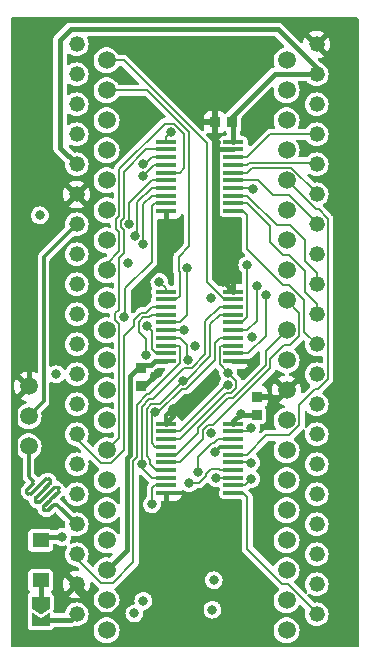
<source format=gtl>
G04 #@! TF.GenerationSoftware,KiCad,Pcbnew,8.0.6*
G04 #@! TF.CreationDate,2024-10-21T20:58:37-03:00*
G04 #@! TF.ProjectId,MSX_Goauld_Rev4_1,4d53585f-476f-4617-956c-645f52657634,rev?*
G04 #@! TF.SameCoordinates,Original*
G04 #@! TF.FileFunction,Copper,L1,Top*
G04 #@! TF.FilePolarity,Positive*
%FSLAX46Y46*%
G04 Gerber Fmt 4.6, Leading zero omitted, Abs format (unit mm)*
G04 Created by KiCad (PCBNEW 8.0.6) date 2024-10-21 20:58:37*
%MOMM*%
%LPD*%
G01*
G04 APERTURE LIST*
G04 Aperture macros list*
%AMFreePoly0*
4,1,6,1.000000,0.000000,0.500000,-0.750000,-0.500000,-0.750000,-0.500000,0.750000,0.500000,0.750000,1.000000,0.000000,1.000000,0.000000,$1*%
%AMFreePoly1*
4,1,6,0.500000,-0.750000,-0.650000,-0.750000,-0.150000,0.000000,-0.650000,0.750000,0.500000,0.750000,0.500000,-0.750000,0.500000,-0.750000,$1*%
G04 Aperture macros list end*
G04 #@! TA.AperFunction,SMDPad,CuDef*
%ADD10FreePoly0,270.000000*%
G04 #@! TD*
G04 #@! TA.AperFunction,SMDPad,CuDef*
%ADD11FreePoly1,270.000000*%
G04 #@! TD*
G04 #@! TA.AperFunction,SMDPad,CuDef*
%ADD12R,1.400000X1.200000*%
G04 #@! TD*
G04 #@! TA.AperFunction,ComponentPad*
%ADD13C,1.320800*%
G04 #@! TD*
G04 #@! TA.AperFunction,SMDPad,CuDef*
%ADD14R,0.860000X0.810000*%
G04 #@! TD*
G04 #@! TA.AperFunction,SMDPad,CuDef*
%ADD15O,1.740000X0.360000*%
G04 #@! TD*
G04 #@! TA.AperFunction,ComponentPad*
%ADD16C,1.500000*%
G04 #@! TD*
G04 #@! TA.AperFunction,SMDPad,CuDef*
%ADD17R,0.810000X0.860000*%
G04 #@! TD*
G04 #@! TA.AperFunction,ViaPad*
%ADD18C,0.800000*%
G04 #@! TD*
G04 #@! TA.AperFunction,Conductor*
%ADD19C,0.450000*%
G04 #@! TD*
G04 #@! TA.AperFunction,Conductor*
%ADD20C,0.359800*%
G04 #@! TD*
G04 #@! TA.AperFunction,Conductor*
%ADD21C,0.200000*%
G04 #@! TD*
G04 #@! TA.AperFunction,Conductor*
%ADD22C,0.300000*%
G04 #@! TD*
G04 APERTURE END LIST*
D10*
X154686000Y-123227000D03*
D11*
X154686000Y-124677000D03*
D12*
X154686000Y-121334000D03*
X154686000Y-117934000D03*
D13*
X178059000Y-124206000D03*
X178059000Y-121666000D03*
X178059000Y-119126000D03*
X178059000Y-116586000D03*
X178059000Y-114046000D03*
X178059000Y-111506000D03*
X178059000Y-108966000D03*
X178059000Y-106426000D03*
X178059000Y-103886000D03*
X178059000Y-101346000D03*
X178059000Y-98806000D03*
X178059000Y-96266000D03*
X178059000Y-93726000D03*
X178059000Y-91186000D03*
X178059000Y-88646000D03*
X178059000Y-86106000D03*
X178059000Y-83566000D03*
X178059000Y-81026000D03*
X178059000Y-78486000D03*
X178059000Y-75946000D03*
X157739000Y-75946000D03*
X157739000Y-78486000D03*
X157739000Y-81026000D03*
X157739000Y-83566000D03*
X157739000Y-86106000D03*
X157739000Y-88646000D03*
X157739000Y-91186000D03*
X157739000Y-93726000D03*
X157739000Y-96266000D03*
X157739000Y-98806000D03*
X157739000Y-101346000D03*
X157739000Y-103886000D03*
X157739000Y-106426000D03*
X157739000Y-108966000D03*
X157739000Y-111506000D03*
X157739000Y-114046000D03*
X157739000Y-116586000D03*
X157739000Y-119126000D03*
X157739000Y-121666000D03*
X157739000Y-124206000D03*
D14*
X172974000Y-105803000D03*
X172974000Y-107303000D03*
D15*
X165278000Y-108068000D03*
X165278000Y-108718000D03*
X165278000Y-109368000D03*
X165278000Y-110018000D03*
X165278000Y-110678000D03*
X165278000Y-111328000D03*
X165278000Y-111978000D03*
X165278000Y-112628000D03*
X165278000Y-113278000D03*
X165278000Y-113928000D03*
X171018000Y-113928000D03*
X171018000Y-113278000D03*
X171018000Y-112628000D03*
X171018000Y-111978000D03*
X171018000Y-111328000D03*
X171018000Y-110678000D03*
X171018000Y-110018000D03*
X171018000Y-109368000D03*
X171018000Y-108718000D03*
X171018000Y-108068000D03*
X171018000Y-102752000D03*
X171018000Y-102102000D03*
X171018000Y-101452000D03*
X171018000Y-100802000D03*
X171018000Y-100142000D03*
X171018000Y-99492000D03*
X171018000Y-98842000D03*
X171018000Y-98192000D03*
X171018000Y-97542000D03*
X171018000Y-96892000D03*
X165278000Y-96892000D03*
X165278000Y-97542000D03*
X165278000Y-98192000D03*
X165278000Y-98842000D03*
X165278000Y-99492000D03*
X165278000Y-100142000D03*
X165278000Y-100802000D03*
X165278000Y-101452000D03*
X165278000Y-102102000D03*
X165278000Y-102752000D03*
D16*
X153670000Y-104902000D03*
X153670000Y-107442000D03*
X153670000Y-109982000D03*
D17*
X169430000Y-82550000D03*
X170930000Y-82550000D03*
D16*
X160274000Y-77302900D03*
X160274000Y-79842900D03*
X160274000Y-82382900D03*
X160274000Y-84922900D03*
X160274000Y-87462900D03*
X160274000Y-90002900D03*
X160274000Y-92542900D03*
X160274000Y-95082900D03*
X160274000Y-97622900D03*
X160274000Y-100162900D03*
X160274000Y-102702900D03*
X160274000Y-105242900D03*
X160274000Y-107782900D03*
X160274000Y-110322900D03*
X160274000Y-112862900D03*
X160274000Y-115402900D03*
X160274000Y-117942900D03*
X160274000Y-120482900D03*
X160274000Y-123022900D03*
X160274000Y-125562900D03*
X175514000Y-125562900D03*
X175514000Y-123022900D03*
X175514000Y-120482900D03*
X175514000Y-117942900D03*
X175514000Y-115402900D03*
X175514000Y-112862900D03*
X175514000Y-110322900D03*
X175514000Y-107782900D03*
X175514000Y-105242900D03*
X175514000Y-102702900D03*
X175514000Y-100162900D03*
X175514000Y-97622900D03*
X175514000Y-95082900D03*
X175514000Y-92542900D03*
X175514000Y-90002900D03*
X175514000Y-87462900D03*
X175514000Y-84922900D03*
X175514000Y-82382900D03*
X175514000Y-79842900D03*
X175514000Y-77302900D03*
D14*
X163195000Y-104878000D03*
X163195000Y-103378000D03*
D15*
X165278000Y-84192000D03*
X165278000Y-84842000D03*
X165278000Y-85492000D03*
X165278000Y-86142000D03*
X165278000Y-86802000D03*
X165278000Y-87452000D03*
X165278000Y-88102000D03*
X165278000Y-88752000D03*
X165278000Y-89402000D03*
X165278000Y-90052000D03*
X171018000Y-90052000D03*
X171018000Y-89402000D03*
X171018000Y-88752000D03*
X171018000Y-88102000D03*
X171018000Y-87452000D03*
X171018000Y-86802000D03*
X171018000Y-86142000D03*
X171018000Y-85492000D03*
X171018000Y-84842000D03*
X171018000Y-84192000D03*
D18*
X154623000Y-90424000D03*
X172529100Y-102950500D03*
X165920800Y-106807900D03*
X170140900Y-96083400D03*
X163317900Y-97756400D03*
X164592000Y-103738100D03*
X166916300Y-123080800D03*
X156512642Y-117650642D03*
X162052000Y-94488000D03*
X171635000Y-107231300D03*
X172521900Y-111346700D03*
X163379800Y-86086600D03*
X163733000Y-99819200D03*
X167073400Y-94856900D03*
X169150400Y-108876200D03*
X163374200Y-87088400D03*
X164106300Y-114895400D03*
X166840100Y-100115200D03*
X172499100Y-108408600D03*
X169107900Y-97424000D03*
X163390600Y-92849200D03*
X172535800Y-112754400D03*
X162182700Y-91150200D03*
X172189700Y-94622600D03*
X163393200Y-123057700D03*
X162677300Y-92141700D03*
X170529600Y-104785300D03*
X162631300Y-124130600D03*
X172974700Y-96378800D03*
X173741200Y-97138700D03*
X172604200Y-100752500D03*
X167781100Y-101452000D03*
X156018000Y-103886000D03*
X169237600Y-123804000D03*
X169339900Y-121321700D03*
X170538800Y-103727600D03*
X167997100Y-112176200D03*
X169498000Y-112652800D03*
X163248700Y-111477900D03*
X167269100Y-113085600D03*
X163614375Y-102250325D03*
X164358900Y-107078000D03*
X166731100Y-104406300D03*
X169484100Y-110428100D03*
X167185500Y-102643300D03*
X164741600Y-96057100D03*
X172656900Y-88171200D03*
X165706300Y-83388900D03*
X161744725Y-99037275D03*
D19*
X170930000Y-82550000D02*
X170930000Y-82054000D01*
X174498000Y-78486000D02*
X178059000Y-78486000D01*
X178059000Y-78486000D02*
X178059000Y-77983000D01*
X156352000Y-75547006D02*
X156352000Y-84719000D01*
X170930000Y-82054000D02*
X174498000Y-78486000D01*
X171018000Y-82638000D02*
X170930000Y-82550000D01*
X171018000Y-84192000D02*
X171018000Y-82638000D01*
X157223006Y-74676000D02*
X156352000Y-75547006D01*
X156352000Y-84719000D02*
X157739000Y-86106000D01*
X174752000Y-74676000D02*
X157223006Y-74676000D01*
X178059000Y-77983000D02*
X174752000Y-74676000D01*
X169728800Y-84842000D02*
X169722800Y-84836000D01*
X171018000Y-102752000D02*
X172314700Y-102752000D01*
D20*
X169722800Y-90554900D02*
X169722800Y-84836000D01*
X169722800Y-84252200D02*
X169723000Y-84252000D01*
D19*
X170140900Y-96083400D02*
X170140900Y-90973000D01*
X170140900Y-90973000D02*
X169722800Y-90554900D01*
D20*
X169722800Y-84836000D02*
X169722800Y-84252200D01*
D19*
X153670000Y-104902000D02*
X153670000Y-92715000D01*
X169430000Y-83959000D02*
X169481500Y-84010500D01*
X169430000Y-82550000D02*
X169430000Y-83959000D01*
X165278000Y-119695900D02*
X165278000Y-113928000D01*
X165278000Y-94279100D02*
X165278000Y-90052000D01*
X171018000Y-96892000D02*
X170209400Y-96083400D01*
X157739000Y-121666000D02*
X157739000Y-122186200D01*
X171018000Y-84842000D02*
X169728800Y-84842000D01*
X157739000Y-122186200D02*
X159757700Y-124204900D01*
X160769000Y-124204900D02*
X164404700Y-120569200D01*
X152495000Y-117893000D02*
X152495000Y-106077000D01*
X172314700Y-102752000D02*
X172513200Y-102950500D01*
X163317900Y-96239200D02*
X164068550Y-95488550D01*
X154744000Y-120142000D02*
X152495000Y-117893000D01*
X174953900Y-105803000D02*
X175514000Y-105242900D01*
X165278000Y-108068000D02*
X165920800Y-107425200D01*
X163195000Y-104878000D02*
X163452100Y-104878000D01*
X172513200Y-102950500D02*
X172529100Y-102950500D01*
X153670000Y-92715000D02*
X157739000Y-88646000D01*
X169723000Y-84252000D02*
X169481500Y-84010500D01*
X164068550Y-95488550D02*
X165278000Y-94279100D01*
X163317900Y-97756400D02*
X163317900Y-96239200D01*
X164404700Y-120569200D02*
X165278000Y-119695900D01*
X159757700Y-124204900D02*
X160769000Y-124204900D01*
X156215000Y-120142000D02*
X154744000Y-120142000D01*
X164404700Y-120569200D02*
X166916300Y-123080800D01*
X172974000Y-105803000D02*
X174953900Y-105803000D01*
X170209400Y-96083400D02*
X170140900Y-96083400D01*
X152495000Y-106077000D02*
X153670000Y-104902000D01*
X165920800Y-107425200D02*
X165920800Y-106807900D01*
X157739000Y-121666000D02*
X156215000Y-120142000D01*
X163452100Y-104878000D02*
X164592000Y-103738100D01*
X164411373Y-102752000D02*
X165278000Y-102752000D01*
X171706700Y-107303000D02*
X171635000Y-107231300D01*
X154969358Y-117650642D02*
X154686000Y-117934000D01*
X163195000Y-103134600D02*
X163189700Y-103129300D01*
X162290600Y-110699000D02*
X162290600Y-104028400D01*
X172974000Y-107303000D02*
X171706700Y-107303000D01*
X162020300Y-118736600D02*
X162020300Y-110969300D01*
X171018000Y-107848300D02*
X171018000Y-108068000D01*
X156512642Y-117650642D02*
X154969358Y-117650642D01*
X160274000Y-120482900D02*
X162020300Y-118736600D01*
X162290600Y-104028400D02*
X163189700Y-103129300D01*
X163189700Y-103129300D02*
X164034073Y-103129300D01*
X171635000Y-107231300D02*
X171018000Y-107848300D01*
X163195000Y-103378000D02*
X163195000Y-103134600D01*
X164034073Y-103129300D02*
X164411373Y-102752000D01*
X162020300Y-110969300D02*
X162290600Y-110699000D01*
X154686000Y-123227000D02*
X154686000Y-121588000D01*
X154943875Y-122969125D02*
X154686000Y-123227000D01*
D21*
X172208400Y-111346700D02*
X172521900Y-111346700D01*
X171018000Y-111328000D02*
X172189700Y-111328000D01*
X172189700Y-111328000D02*
X172208400Y-111346700D01*
X163511700Y-86086600D02*
X163379800Y-86086600D01*
X165278000Y-85492000D02*
X164106300Y-85492000D01*
X164106300Y-85492000D02*
X163511700Y-86086600D01*
X164106300Y-101752300D02*
X164106300Y-100192500D01*
X164106300Y-100192500D02*
X163733000Y-99819200D01*
X165278000Y-102102000D02*
X164456000Y-102102000D01*
X164456000Y-102102000D02*
X164106300Y-101752300D01*
X161324000Y-94043486D02*
X161324000Y-98421500D01*
X161481000Y-91440700D02*
X161733200Y-91692900D01*
X163618200Y-84842000D02*
X161734900Y-86725300D01*
X161734900Y-86725300D02*
X161734900Y-90605800D01*
X161481000Y-90859700D02*
X161481000Y-91440700D01*
X161324000Y-98421500D02*
X161022000Y-98723500D01*
X161022000Y-98723500D02*
X161022000Y-99304500D01*
X165278000Y-84842000D02*
X163618200Y-84842000D01*
X161734900Y-90605800D02*
X161481000Y-90859700D01*
X161356900Y-109240000D02*
X160274000Y-110322900D01*
X161733200Y-93634286D02*
X161324000Y-94043486D01*
X161733200Y-91692900D02*
X161733200Y-93634286D01*
X161356900Y-99639400D02*
X161356900Y-109240000D01*
X161022000Y-99304500D02*
X161356900Y-99639400D01*
X166449700Y-99492000D02*
X167073400Y-98868300D01*
X167073400Y-98868300D02*
X167073400Y-94856900D01*
X165278000Y-99492000D02*
X166449700Y-99492000D01*
X165278000Y-86142000D02*
X164320600Y-86142000D01*
X164320600Y-86142000D02*
X163374200Y-87088400D01*
X168446900Y-109330800D02*
X168446900Y-108587200D01*
X175294500Y-101432900D02*
X175815900Y-101432900D01*
X168446900Y-108587200D02*
X168861400Y-108172700D01*
X174147700Y-103348400D02*
X174147700Y-102579700D01*
X176574400Y-98683300D02*
X175514000Y-97622900D01*
X169323400Y-108172700D02*
X174147700Y-103348400D01*
X165278000Y-111328000D02*
X166449700Y-111328000D01*
X168861400Y-108172700D02*
X169323400Y-108172700D01*
X174147700Y-102579700D02*
X175294500Y-101432900D01*
X176574400Y-100674400D02*
X176574400Y-98683300D01*
X166449700Y-111328000D02*
X168446900Y-109330800D01*
X175815900Y-101432900D02*
X176574400Y-100674400D01*
X165278000Y-113278000D02*
X164366300Y-113278000D01*
X164366300Y-113278000D02*
X164106300Y-113538000D01*
X164106300Y-113538000D02*
X164106300Y-114895400D01*
X166449700Y-100142000D02*
X166476500Y-100115200D01*
X165278000Y-100142000D02*
X166449700Y-100142000D01*
X166476500Y-100115200D02*
X166840100Y-100115200D01*
X172189700Y-108718000D02*
X172499100Y-108408600D01*
X171018000Y-108718000D02*
X172189700Y-108718000D01*
X163390600Y-89467700D02*
X164106300Y-88752000D01*
X163390600Y-92849200D02*
X163390600Y-89467700D01*
X165278000Y-88752000D02*
X164106300Y-88752000D01*
X165278000Y-97542000D02*
X166189700Y-97542000D01*
X167253500Y-93044700D02*
X166371700Y-93926500D01*
X166189700Y-97542000D02*
X166449700Y-97282000D01*
X166371700Y-93926500D02*
X166371700Y-95147400D01*
X166371700Y-95147400D02*
X166449700Y-95225400D01*
X166449700Y-95225400D02*
X166449700Y-97282000D01*
X167253500Y-83369700D02*
X167253500Y-93044700D01*
X160274000Y-79842900D02*
X163726700Y-79842900D01*
X163726700Y-79842900D02*
X167253500Y-83369700D01*
X172012200Y-113278000D02*
X172535800Y-112754400D01*
X171018000Y-113278000D02*
X172012200Y-113278000D01*
X177903900Y-105156000D02*
X178172400Y-105156000D01*
X179036100Y-104292300D02*
X179036100Y-90721900D01*
X178230200Y-89916000D02*
X177967100Y-89916000D01*
X177967100Y-89916000D02*
X175514000Y-87462900D01*
X171018000Y-110678000D02*
X172189700Y-110678000D01*
X179036100Y-90721900D02*
X178230200Y-89916000D01*
X178172400Y-105156000D02*
X179036100Y-104292300D01*
X176584700Y-106475200D02*
X177903900Y-105156000D01*
X176584700Y-108212100D02*
X176584700Y-106475200D01*
X175743900Y-109052900D02*
X176584700Y-108212100D01*
X172189700Y-110678000D02*
X173814800Y-109052900D01*
X173814800Y-109052900D02*
X175743900Y-109052900D01*
X168769100Y-96082000D02*
X168769100Y-84317000D01*
X168769100Y-84317000D02*
X161755000Y-77302900D01*
X171018000Y-97542000D02*
X170229100Y-97542000D01*
X170229100Y-97542000D02*
X168769100Y-96082000D01*
X161755000Y-77302900D02*
X160274000Y-77302900D01*
X162182700Y-89375600D02*
X162182700Y-91150200D01*
X164106300Y-87452000D02*
X162182700Y-89375600D01*
X165278000Y-87452000D02*
X164106300Y-87452000D01*
X161333200Y-90439500D02*
X161079300Y-90693400D01*
X165960200Y-82650300D02*
X165188600Y-82650300D01*
X161333200Y-91860900D02*
X161333200Y-93468600D01*
X161333200Y-86505700D02*
X161333200Y-90439500D01*
X161079300Y-91607000D02*
X161333200Y-91860900D01*
X166851400Y-83541500D02*
X165960200Y-82650300D01*
X161079300Y-90693400D02*
X161079300Y-91607000D01*
X166851400Y-86400300D02*
X166851400Y-83541500D01*
X166449700Y-86802000D02*
X166851400Y-86400300D01*
X161333200Y-93468600D02*
X160274000Y-94527800D01*
X165278000Y-86802000D02*
X166449700Y-86802000D01*
X165188600Y-82650300D02*
X161333200Y-86505700D01*
X160274000Y-94527800D02*
X160274000Y-95082900D01*
X171018000Y-99492000D02*
X171757700Y-99492000D01*
X171757700Y-99492000D02*
X172189700Y-99060000D01*
X172189700Y-94622600D02*
X172189700Y-99060000D01*
X162888800Y-91930200D02*
X162888800Y-89319500D01*
X162888800Y-89319500D02*
X164106300Y-88102000D01*
X162677300Y-92141700D02*
X162888800Y-91930200D01*
X165278000Y-88102000D02*
X164106300Y-88102000D01*
X170382400Y-104785300D02*
X170529600Y-104785300D01*
X166449700Y-108718000D02*
X170382400Y-104785300D01*
X165278000Y-108718000D02*
X166449700Y-108718000D01*
X172189700Y-100142000D02*
X172974700Y-99357000D01*
X171018000Y-100142000D02*
X172189700Y-100142000D01*
X172974700Y-99357000D02*
X172974700Y-96378800D01*
X166182000Y-110678000D02*
X168046900Y-108813100D01*
X168046900Y-108421514D02*
X170579614Y-105888800D01*
X173746000Y-101930900D02*
X175514000Y-100162900D01*
X173746000Y-103132800D02*
X173746000Y-101930900D01*
X170579614Y-105888800D02*
X170990000Y-105888800D01*
X170990000Y-105888800D02*
X173746000Y-103132800D01*
X165278000Y-110678000D02*
X166182000Y-110678000D01*
X168046900Y-108813100D02*
X168046900Y-108421514D01*
X173741200Y-100643100D02*
X173741200Y-97138700D01*
X171018000Y-102102000D02*
X172189700Y-102102000D01*
X172189700Y-102102000D02*
X172282300Y-102102000D01*
X172282300Y-102102000D02*
X173741200Y-100643100D01*
X170401000Y-105487100D02*
X166520100Y-109368000D01*
X171234800Y-105073900D02*
X170821600Y-105487100D01*
X170821600Y-105487100D02*
X170401000Y-105487100D01*
X169846300Y-101600000D02*
X169846300Y-103035100D01*
X170538800Y-103727600D02*
X171234800Y-104423600D01*
X171018000Y-101452000D02*
X169994300Y-101452000D01*
X169994300Y-101452000D02*
X169846300Y-101600000D01*
X166520100Y-109368000D02*
X165278000Y-109368000D01*
X169846300Y-103035100D02*
X170538800Y-103727600D01*
X171234800Y-104423600D02*
X171234800Y-105073900D01*
X157739000Y-119482600D02*
X157739000Y-119126000D01*
X167997100Y-110922900D02*
X167997100Y-112176200D01*
X171018000Y-109368000D02*
X169749700Y-109368000D01*
X169391300Y-109726400D02*
X169193600Y-109726400D01*
X162547000Y-111187400D02*
X162547000Y-119790700D01*
X163833100Y-105572900D02*
X163734200Y-105572900D01*
X160781200Y-121556500D02*
X159812900Y-121556500D01*
X159812900Y-121556500D02*
X157739000Y-119482600D01*
X162547000Y-119790700D02*
X160781200Y-121556500D01*
X169193600Y-109726400D02*
X167997100Y-110922900D01*
X166449700Y-102956300D02*
X163833100Y-105572900D01*
X162817400Y-106489700D02*
X162817400Y-110917000D01*
X166449700Y-101452000D02*
X166449700Y-102956300D01*
X169749700Y-109368000D02*
X169391300Y-109726400D01*
X162817400Y-110917000D02*
X162547000Y-111187400D01*
X163734200Y-105572900D02*
X162817400Y-106489700D01*
X165278000Y-101452000D02*
X166449700Y-101452000D01*
X162633000Y-99255114D02*
X162633000Y-99749000D01*
X163637200Y-98661100D02*
X163227014Y-98661100D01*
X169846300Y-112628000D02*
X169821500Y-112652800D01*
X159822400Y-111406000D02*
X157739000Y-109322600D01*
X160682200Y-111406000D02*
X159822400Y-111406000D01*
X165278000Y-98192000D02*
X164106300Y-98192000D01*
X161763000Y-100619000D02*
X161763000Y-110325200D01*
X163227014Y-98661100D02*
X162633000Y-99255114D01*
X161763000Y-110325200D02*
X160682200Y-111406000D01*
X169821500Y-112652800D02*
X169498000Y-112652800D01*
X157739000Y-109322600D02*
X157739000Y-108966000D01*
X171018000Y-112628000D02*
X169846300Y-112628000D01*
X164106300Y-98192000D02*
X163637200Y-98661100D01*
X162633000Y-99749000D02*
X161763000Y-100619000D01*
X171817700Y-113928000D02*
X172189700Y-114300000D01*
X172189700Y-114300000D02*
X172189700Y-118645900D01*
X175600300Y-121611300D02*
X178059000Y-124070000D01*
X172189700Y-118645900D02*
X175155100Y-121611300D01*
X178059000Y-124070000D02*
X178059000Y-124206000D01*
X175155100Y-121611300D02*
X175600300Y-121611300D01*
X171018000Y-113928000D02*
X171817700Y-113928000D01*
X168633000Y-99405300D02*
X169846300Y-98192000D01*
X168633000Y-102188400D02*
X168633000Y-99405300D01*
X171018000Y-98192000D02*
X169846300Y-98192000D01*
X163248700Y-111477900D02*
X163253900Y-111472700D01*
X165278000Y-112628000D02*
X164106300Y-112628000D01*
X163253900Y-111472700D02*
X163253900Y-106621200D01*
X163248700Y-111770400D02*
X164106300Y-112628000D01*
X163900500Y-105974600D02*
X164170600Y-105974600D01*
X163253900Y-106621200D02*
X163900500Y-105974600D01*
X166798500Y-103346700D02*
X167474700Y-103346700D01*
X167474700Y-103346700D02*
X168633000Y-102188400D01*
X164170600Y-105974600D02*
X166798500Y-103346700D01*
X163248700Y-111477900D02*
X163248700Y-111770400D01*
X164106300Y-98842000D02*
X165278000Y-98842000D01*
X163033000Y-100295000D02*
X163033000Y-99420800D01*
X163885500Y-99062800D02*
X164106300Y-98842000D01*
X163614375Y-100876375D02*
X163033000Y-100295000D01*
X163033000Y-99420800D02*
X163391000Y-99062800D01*
X169153400Y-111893800D02*
X169762100Y-111893800D01*
X163391000Y-99062800D02*
X163885500Y-99062800D01*
X169762100Y-111893800D02*
X169846300Y-111978000D01*
X168090400Y-113085600D02*
X168698900Y-112477100D01*
X168698900Y-112477100D02*
X168698900Y-112348300D01*
X163614375Y-102250325D02*
X163614375Y-100876375D01*
X171018000Y-111978000D02*
X169846300Y-111978000D01*
X167269100Y-113085600D02*
X168090400Y-113085600D01*
X168698900Y-112348300D02*
X169153400Y-111893800D01*
X164106300Y-109728000D02*
X164106300Y-107330600D01*
X169436400Y-101211900D02*
X169846300Y-100802000D01*
X164396300Y-110018000D02*
X164106300Y-109728000D01*
X165278000Y-110018000D02*
X164396300Y-110018000D01*
X167029100Y-105109200D02*
X169436400Y-102701900D01*
X164106300Y-107330600D02*
X164358900Y-107078000D01*
X169436400Y-102701900D02*
X169436400Y-101211900D01*
X166622600Y-105109200D02*
X167029100Y-105109200D01*
X171018000Y-100802000D02*
X169846300Y-100802000D01*
X164653800Y-107078000D02*
X166622600Y-105109200D01*
X164358900Y-107078000D02*
X164653800Y-107078000D01*
X164066800Y-106376300D02*
X164761100Y-106376300D01*
X166987900Y-104406300D02*
X169034700Y-102359500D01*
X166731100Y-104406300D02*
X166987900Y-104406300D01*
X163655600Y-106787500D02*
X164066800Y-106376300D01*
X169034700Y-99653600D02*
X169846300Y-98842000D01*
X163655600Y-110823600D02*
X163655600Y-106787500D01*
X164430589Y-111978000D02*
X163948700Y-111496111D01*
X169034700Y-102359500D02*
X169034700Y-99653600D01*
X171018000Y-98842000D02*
X169846300Y-98842000D01*
X165278000Y-111978000D02*
X164430589Y-111978000D01*
X163948700Y-111496111D02*
X163948700Y-111116700D01*
X164761100Y-106376300D02*
X166731100Y-104406300D01*
X163948700Y-111116700D02*
X163655600Y-110823600D01*
X165278000Y-100802000D02*
X166449700Y-100802000D01*
D22*
X169894200Y-110018000D02*
X169484100Y-110428100D01*
D21*
X167078900Y-102536700D02*
X167185500Y-102643300D01*
X166449700Y-100802000D02*
X167078900Y-101431200D01*
D22*
X171018000Y-110018000D02*
X169894200Y-110018000D01*
D21*
X167078900Y-101431200D02*
X167078900Y-102536700D01*
X169846300Y-110065900D02*
X169484100Y-110428100D01*
X165278000Y-96593500D02*
X164741600Y-96057100D01*
X165278000Y-96892000D02*
X165278000Y-96593500D01*
X175747900Y-88732900D02*
X178059000Y-91044000D01*
X171018000Y-87452000D02*
X173098900Y-87452000D01*
X173098900Y-87452000D02*
X174379800Y-88732900D01*
X174379800Y-88732900D02*
X175747900Y-88732900D01*
X178059000Y-91044000D02*
X178059000Y-91186000D01*
X172587700Y-88102000D02*
X172656900Y-88171200D01*
X171018000Y-88102000D02*
X172587700Y-88102000D01*
X174088000Y-91300300D02*
X172189700Y-89402000D01*
X171018000Y-89402000D02*
X172189700Y-89402000D01*
X178059000Y-98806000D02*
X178059000Y-97897200D01*
X175755100Y-93812900D02*
X175238200Y-93812900D01*
X177044800Y-96883000D02*
X177044800Y-95102600D01*
X175238200Y-93812900D02*
X174088000Y-92662700D01*
X177044800Y-95102600D02*
X175755100Y-93812900D01*
X178059000Y-97897200D02*
X177044800Y-96883000D01*
X174088000Y-92662700D02*
X174088000Y-91300300D01*
X171018000Y-86142000D02*
X172189700Y-86142000D01*
X177927600Y-85974600D02*
X178059000Y-86106000D01*
X172357100Y-85974600D02*
X177927600Y-85974600D01*
X172189700Y-86142000D02*
X172357100Y-85974600D01*
X172189700Y-88752000D02*
X174710600Y-91272900D01*
X175822400Y-91272900D02*
X177045800Y-92496300D01*
X178059000Y-95304600D02*
X178059000Y-96266000D01*
X177045800Y-92496300D02*
X177045800Y-94291400D01*
X171018000Y-88752000D02*
X172189700Y-88752000D01*
X174710600Y-91272900D02*
X175822400Y-91272900D01*
X177045800Y-94291400D02*
X178059000Y-95304600D01*
X171018000Y-85492000D02*
X172189700Y-85492000D01*
X172189700Y-85492000D02*
X174115700Y-83566000D01*
X174115700Y-83566000D02*
X178059000Y-83566000D01*
X165278000Y-83817200D02*
X165706300Y-83388900D01*
X165278000Y-84192000D02*
X165278000Y-83817200D01*
X171018000Y-90052000D02*
X171817700Y-90052000D01*
X175251500Y-96352900D02*
X172189700Y-93291100D01*
X176984900Y-100271900D02*
X176984900Y-97594300D01*
X176984900Y-97594300D02*
X175743500Y-96352900D01*
X171817700Y-90052000D02*
X172189700Y-90424000D01*
X178059000Y-101346000D02*
X176984900Y-100271900D01*
X175743500Y-96352900D02*
X175251500Y-96352900D01*
X172189700Y-93291100D02*
X172189700Y-90424000D01*
X172609400Y-86382300D02*
X172189700Y-86802000D01*
X175931300Y-86382300D02*
X172609400Y-86382300D01*
X171018000Y-86802000D02*
X172189700Y-86802000D01*
X178059000Y-88510000D02*
X175931300Y-86382300D01*
X178059000Y-88646000D02*
X178059000Y-88510000D01*
D19*
X154686000Y-124677000D02*
X157268000Y-124677000D01*
X157268000Y-124677000D02*
X157739000Y-124206000D01*
D21*
X164106300Y-94338700D02*
X164106300Y-89662000D01*
X164366300Y-89402000D02*
X165278000Y-89402000D01*
X161864500Y-96580500D02*
X164106300Y-94338700D01*
X161864500Y-98917500D02*
X161864500Y-96580500D01*
X161744725Y-99037275D02*
X161864500Y-98917500D01*
X164106300Y-89662000D02*
X164366300Y-89402000D01*
D22*
X154338941Y-114699149D02*
X154268230Y-114628438D01*
X154034880Y-112881879D02*
X153964171Y-112811171D01*
X153631831Y-113992039D02*
X153561120Y-113921328D01*
X153964171Y-112811171D02*
X153799500Y-112646500D01*
X155590522Y-114437523D02*
X155590522Y-114437522D01*
X154529857Y-113376857D02*
X154388434Y-113518277D01*
X154883412Y-113730412D02*
X155498594Y-113115229D01*
X157739000Y-116586000D02*
X157635000Y-116690000D01*
X155449101Y-114578944D02*
X155590522Y-114437523D01*
X153561119Y-113638484D02*
X154034881Y-113164723D01*
X155590522Y-114437522D02*
X156205704Y-113822339D01*
X155046051Y-115406260D02*
X154975340Y-115335549D01*
X153670000Y-112517000D02*
X153670000Y-109982000D01*
X154388434Y-113518277D02*
X153914673Y-113992038D01*
X155852150Y-113468785D02*
X155236967Y-114083967D01*
X155802656Y-114932499D02*
X155328895Y-115406261D01*
X156205704Y-113539496D02*
X156134993Y-113468785D01*
X153799500Y-112646500D02*
X153670000Y-112517000D01*
X157739000Y-116586000D02*
X156085500Y-114932500D01*
X155236967Y-114083967D02*
X154621783Y-114699148D01*
X154268229Y-114345594D02*
X154883412Y-113730412D01*
X155145040Y-112761675D02*
X154529857Y-113376857D01*
X154975341Y-115052707D02*
X155449101Y-114578944D01*
X155498594Y-112832386D02*
X155427883Y-112761675D01*
X153914673Y-113992038D02*
G75*
G02*
X153631880Y-113991991I-141373J141438D01*
G01*
X154975340Y-115335549D02*
G75*
G02*
X154975312Y-115052679I141460J141449D01*
G01*
X154034881Y-113164723D02*
G75*
G03*
X154034881Y-112881877I-141381J141423D01*
G01*
X154621783Y-114699148D02*
G75*
G02*
X154338979Y-114699111I-141383J141448D01*
G01*
X155328895Y-115406261D02*
G75*
G02*
X155046077Y-115406234I-141395J141461D01*
G01*
X156134993Y-113468785D02*
G75*
G03*
X155852151Y-113468785I-141421J-141420D01*
G01*
X156205704Y-113822339D02*
G75*
G03*
X156205722Y-113539478I-141404J141439D01*
G01*
X155427883Y-112761675D02*
G75*
G03*
X155145041Y-112761675I-141421J-141420D01*
G01*
X156085500Y-114932500D02*
G75*
G03*
X155802679Y-114932521I-141400J-141400D01*
G01*
X153561120Y-113921328D02*
G75*
G02*
X153561113Y-113638478I141380J141428D01*
G01*
X154268230Y-114628438D02*
G75*
G02*
X154268213Y-114345579I141470J141438D01*
G01*
X155498594Y-113115229D02*
G75*
G03*
X155498602Y-112832378I-141394J141429D01*
G01*
X153670000Y-107442000D02*
X154940000Y-106172000D01*
X154940000Y-93985000D02*
X157739000Y-91186000D01*
X154940000Y-106172000D02*
X154940000Y-93985000D01*
G04 #@! TA.AperFunction,Conductor*
G36*
X174747718Y-103495025D02*
G01*
X174754605Y-103500859D01*
X174847475Y-103585521D01*
X175021005Y-103692967D01*
X175211324Y-103766696D01*
X175253211Y-103774526D01*
X175315490Y-103806193D01*
X175350763Y-103866505D01*
X175347829Y-103936314D01*
X175307620Y-103993454D01*
X175262517Y-104016189D01*
X175084849Y-104063794D01*
X175084840Y-104063798D01*
X174886613Y-104156233D01*
X174824428Y-104199774D01*
X175384591Y-104759937D01*
X175321007Y-104776975D01*
X175206993Y-104842801D01*
X175113901Y-104935893D01*
X175048075Y-105049907D01*
X175031037Y-105113491D01*
X174470874Y-104553328D01*
X174427333Y-104615513D01*
X174334898Y-104813740D01*
X174334894Y-104813749D01*
X174278289Y-105025005D01*
X174278287Y-105025015D01*
X174259225Y-105242899D01*
X174259225Y-105242900D01*
X174278287Y-105460784D01*
X174278289Y-105460794D01*
X174334894Y-105672050D01*
X174334898Y-105672059D01*
X174427333Y-105870287D01*
X174470874Y-105932471D01*
X175031037Y-105372308D01*
X175048075Y-105435893D01*
X175113901Y-105549907D01*
X175206993Y-105642999D01*
X175321007Y-105708825D01*
X175384590Y-105725862D01*
X174824427Y-106286024D01*
X174886612Y-106329566D01*
X175084840Y-106422001D01*
X175084849Y-106422005D01*
X175262517Y-106469610D01*
X175322177Y-106505975D01*
X175352707Y-106568821D01*
X175344413Y-106638197D01*
X175299928Y-106692075D01*
X175253211Y-106711273D01*
X175211324Y-106719103D01*
X175021002Y-106792834D01*
X174847473Y-106900280D01*
X174696642Y-107037779D01*
X174696640Y-107037782D01*
X174573650Y-107200648D01*
X174573639Y-107200666D01*
X174482672Y-107383353D01*
X174482667Y-107383364D01*
X174426814Y-107579668D01*
X174426813Y-107579670D01*
X174407982Y-107782899D01*
X174407982Y-107782900D01*
X174426813Y-107986129D01*
X174426814Y-107986131D01*
X174482667Y-108182435D01*
X174482672Y-108182446D01*
X174573639Y-108365133D01*
X174573650Y-108365151D01*
X174602137Y-108402874D01*
X174626829Y-108468235D01*
X174612264Y-108536570D01*
X174563066Y-108586182D01*
X174503183Y-108601600D01*
X173874214Y-108601600D01*
X173755385Y-108601600D01*
X173678865Y-108622104D01*
X173640604Y-108632356D01*
X173537696Y-108691768D01*
X173396207Y-108833258D01*
X173334884Y-108866742D01*
X173265192Y-108861758D01*
X173209259Y-108819886D01*
X173184842Y-108754422D01*
X173191485Y-108704621D01*
X173236198Y-108576839D01*
X173236198Y-108576837D01*
X173236605Y-108573230D01*
X173255154Y-108408600D01*
X173254321Y-108401211D01*
X173236198Y-108240363D01*
X173230562Y-108224254D01*
X173227001Y-108154475D01*
X173261730Y-108093848D01*
X173323723Y-108061621D01*
X173347604Y-108059300D01*
X173437338Y-108059300D01*
X173437344Y-108059300D01*
X173505625Y-108049352D01*
X173610955Y-107997859D01*
X173693859Y-107914955D01*
X173745352Y-107809625D01*
X173755300Y-107741344D01*
X173755300Y-106864656D01*
X173745352Y-106796375D01*
X173736518Y-106778305D01*
X173711936Y-106728020D01*
X173700176Y-106659147D01*
X173727520Y-106594850D01*
X173749029Y-106574290D01*
X173761191Y-106565186D01*
X173847352Y-106450088D01*
X173847354Y-106450086D01*
X173897596Y-106315379D01*
X173897598Y-106315372D01*
X173903999Y-106255844D01*
X173904000Y-106255827D01*
X173904000Y-106053000D01*
X172848000Y-106053000D01*
X172780961Y-106033315D01*
X172735206Y-105980511D01*
X172724000Y-105929000D01*
X172724000Y-105677000D01*
X172743685Y-105609961D01*
X172796489Y-105564206D01*
X172848000Y-105553000D01*
X173904000Y-105553000D01*
X173904000Y-105350172D01*
X173903999Y-105350155D01*
X173897598Y-105290627D01*
X173897596Y-105290620D01*
X173847354Y-105155913D01*
X173847350Y-105155906D01*
X173761190Y-105040812D01*
X173761187Y-105040809D01*
X173646093Y-104954649D01*
X173646086Y-104954645D01*
X173511379Y-104904403D01*
X173503832Y-104902620D01*
X173504355Y-104900403D01*
X173450380Y-104878037D01*
X173410540Y-104820639D01*
X173408056Y-104750813D01*
X173440518Y-104693816D01*
X174508830Y-103625505D01*
X174563681Y-103530497D01*
X174614246Y-103482282D01*
X174682853Y-103469058D01*
X174747718Y-103495025D01*
G37*
G04 #@! TD.AperFunction*
G04 #@! TA.AperFunction,Conductor*
G36*
X169518083Y-103360964D02*
G01*
X169562430Y-103389465D01*
X169752451Y-103579486D01*
X169785936Y-103640809D01*
X169787990Y-103681049D01*
X169782746Y-103727595D01*
X169782746Y-103727603D01*
X169801701Y-103895837D01*
X169801701Y-103895840D01*
X169857617Y-104055636D01*
X169857619Y-104055640D01*
X169937743Y-104183157D01*
X169956743Y-104250394D01*
X169937743Y-104315101D01*
X169848419Y-104457258D01*
X169792500Y-104617067D01*
X169782134Y-104709072D01*
X169755067Y-104773486D01*
X169746595Y-104782869D01*
X166762746Y-107766717D01*
X166701423Y-107800202D01*
X166631731Y-107795218D01*
X166575798Y-107753346D01*
X166571963Y-107747927D01*
X166496190Y-107634524D01*
X166401478Y-107539812D01*
X166401474Y-107539809D01*
X166290107Y-107465395D01*
X166290098Y-107465390D01*
X166166349Y-107414132D01*
X166166341Y-107414130D01*
X166034978Y-107388000D01*
X165458000Y-107388000D01*
X165458000Y-108062700D01*
X165438315Y-108129739D01*
X165385511Y-108175494D01*
X165334000Y-108186700D01*
X165222000Y-108186700D01*
X165154961Y-108167015D01*
X165109206Y-108114211D01*
X165098000Y-108062700D01*
X165098000Y-107363311D01*
X165094212Y-107356374D01*
X165099196Y-107286682D01*
X165127695Y-107242337D01*
X166773215Y-105596819D01*
X166834538Y-105563334D01*
X166860896Y-105560500D01*
X167088513Y-105560500D01*
X167088515Y-105560500D01*
X167203295Y-105529744D01*
X167306205Y-105470330D01*
X169387070Y-103389463D01*
X169448391Y-103355980D01*
X169518083Y-103360964D01*
G37*
G04 #@! TD.AperFunction*
G04 #@! TA.AperFunction,Conductor*
G36*
X176984004Y-101005545D02*
G01*
X177039937Y-101047417D01*
X177064354Y-101112881D01*
X177062288Y-101145915D01*
X177061939Y-101147669D01*
X177042405Y-101346000D01*
X177061938Y-101544326D01*
X177119790Y-101735038D01*
X177213730Y-101910788D01*
X177213732Y-101910791D01*
X177340158Y-102064841D01*
X177494208Y-102191267D01*
X177494211Y-102191269D01*
X177669961Y-102285209D01*
X177669963Y-102285209D01*
X177669966Y-102285211D01*
X177860672Y-102343061D01*
X177860671Y-102343061D01*
X177878453Y-102344812D01*
X178059000Y-102362595D01*
X178257328Y-102343061D01*
X178424806Y-102292256D01*
X178494671Y-102291633D01*
X178553784Y-102328881D01*
X178583375Y-102392174D01*
X178584800Y-102410917D01*
X178584800Y-102821082D01*
X178565115Y-102888121D01*
X178512311Y-102933876D01*
X178443153Y-102943820D01*
X178424810Y-102939744D01*
X178257328Y-102888939D01*
X178257326Y-102888938D01*
X178257328Y-102888938D01*
X178059000Y-102869405D01*
X177860673Y-102888938D01*
X177669961Y-102946790D01*
X177494211Y-103040730D01*
X177494208Y-103040732D01*
X177340158Y-103167158D01*
X177213732Y-103321208D01*
X177213730Y-103321211D01*
X177119790Y-103496961D01*
X177061938Y-103687673D01*
X177042405Y-103886000D01*
X177061938Y-104084326D01*
X177119790Y-104275038D01*
X177213730Y-104450788D01*
X177213732Y-104450791D01*
X177340158Y-104604841D01*
X177496207Y-104732907D01*
X177535541Y-104790653D01*
X177537412Y-104860497D01*
X177505223Y-104916441D01*
X176970368Y-105451296D01*
X176909045Y-105484781D01*
X176839353Y-105479797D01*
X176783420Y-105437925D01*
X176759003Y-105372461D01*
X176759159Y-105352807D01*
X176768775Y-105242900D01*
X176768775Y-105242899D01*
X176749712Y-105025015D01*
X176749710Y-105025005D01*
X176693105Y-104813749D01*
X176693101Y-104813740D01*
X176600667Y-104615514D01*
X176600666Y-104615512D01*
X176557124Y-104553328D01*
X176557124Y-104553327D01*
X175996962Y-105113489D01*
X175979925Y-105049907D01*
X175914099Y-104935893D01*
X175821007Y-104842801D01*
X175706993Y-104776975D01*
X175643409Y-104759937D01*
X176203571Y-104199774D01*
X176141387Y-104156233D01*
X175943159Y-104063798D01*
X175943150Y-104063794D01*
X175765482Y-104016189D01*
X175705821Y-103979824D01*
X175675292Y-103916977D01*
X175683587Y-103847602D01*
X175728072Y-103793724D01*
X175774787Y-103774526D01*
X175816676Y-103766696D01*
X176006995Y-103692967D01*
X176180525Y-103585521D01*
X176331357Y-103448020D01*
X176454355Y-103285143D01*
X176545331Y-103102440D01*
X176601186Y-102906130D01*
X176620018Y-102702900D01*
X176610213Y-102597092D01*
X176601186Y-102499670D01*
X176601185Y-102499668D01*
X176588972Y-102456744D01*
X176545331Y-102303360D01*
X176476446Y-102165021D01*
X176454360Y-102120666D01*
X176454357Y-102120661D01*
X176454355Y-102120657D01*
X176454352Y-102120653D01*
X176454349Y-102120648D01*
X176331360Y-101957784D01*
X176331357Y-101957780D01*
X176216979Y-101853511D01*
X176180700Y-101793802D01*
X176182460Y-101723955D01*
X176212836Y-101674197D01*
X176852989Y-101034046D01*
X176914312Y-101000561D01*
X176984004Y-101005545D01*
G37*
G04 #@! TD.AperFunction*
G04 #@! TA.AperFunction,Conductor*
G36*
X165207141Y-103347985D02*
G01*
X165252896Y-103400789D01*
X165262840Y-103469947D01*
X165233815Y-103533503D01*
X165227783Y-103539981D01*
X164329388Y-104438375D01*
X164268065Y-104471860D01*
X164198373Y-104466876D01*
X164142440Y-104425004D01*
X164121903Y-104372808D01*
X164120380Y-104373168D01*
X164118596Y-104365620D01*
X164068354Y-104230913D01*
X164068350Y-104230906D01*
X163982190Y-104115812D01*
X163982188Y-104115810D01*
X163970023Y-104106703D01*
X163928153Y-104050768D01*
X163923171Y-103981076D01*
X163932933Y-103952983D01*
X163966352Y-103884625D01*
X163976300Y-103816344D01*
X163976300Y-103816337D01*
X163976946Y-103811904D01*
X163979142Y-103812224D01*
X164000449Y-103755221D01*
X164056411Y-103713389D01*
X164099664Y-103705601D01*
X164109942Y-103705601D01*
X164109944Y-103705601D01*
X164236737Y-103671626D01*
X164256517Y-103666326D01*
X164387930Y-103590455D01*
X164495228Y-103483157D01*
X164613766Y-103364619D01*
X164675089Y-103331134D01*
X164701447Y-103328300D01*
X165140102Y-103328300D01*
X165207141Y-103347985D01*
G37*
G04 #@! TD.AperFunction*
G04 #@! TA.AperFunction,Conductor*
G36*
X173214034Y-101911015D02*
G01*
X173269967Y-101952887D01*
X173294384Y-102018351D01*
X173294700Y-102027197D01*
X173294700Y-102894503D01*
X173275015Y-102961542D01*
X173258381Y-102982184D01*
X171878179Y-104362385D01*
X171816856Y-104395870D01*
X171747164Y-104390886D01*
X171691231Y-104349014D01*
X171670724Y-104306799D01*
X171655345Y-104249408D01*
X171655344Y-104249405D01*
X171645807Y-104232886D01*
X171626968Y-104200256D01*
X171595930Y-104146495D01*
X171511905Y-104062470D01*
X171511904Y-104062469D01*
X171507574Y-104058139D01*
X171507574Y-104058138D01*
X171507564Y-104058129D01*
X171325148Y-103875713D01*
X171291663Y-103814390D01*
X171289609Y-103774147D01*
X171291922Y-103753626D01*
X171294854Y-103727600D01*
X171294854Y-103727597D01*
X171277084Y-103569884D01*
X171289138Y-103501062D01*
X171336487Y-103449682D01*
X171400304Y-103432000D01*
X171774975Y-103432000D01*
X171774978Y-103431999D01*
X171906341Y-103405869D01*
X171906349Y-103405867D01*
X172030098Y-103354609D01*
X172030107Y-103354604D01*
X172141474Y-103280190D01*
X172141478Y-103280187D01*
X172236187Y-103185478D01*
X172236190Y-103185474D01*
X172310604Y-103074107D01*
X172310609Y-103074098D01*
X172361868Y-102950347D01*
X172361870Y-102950342D01*
X172365518Y-102932000D01*
X170962000Y-102932000D01*
X170894961Y-102912315D01*
X170849206Y-102859511D01*
X170838000Y-102808000D01*
X170838000Y-102757300D01*
X170857685Y-102690261D01*
X170910489Y-102644506D01*
X170962000Y-102633300D01*
X171777945Y-102633300D01*
X171777947Y-102633300D01*
X171913074Y-102597093D01*
X171927762Y-102588613D01*
X171989762Y-102572000D01*
X172365517Y-102572000D01*
X172366624Y-102570651D01*
X172424370Y-102531315D01*
X172430357Y-102529547D01*
X172456495Y-102522544D01*
X172559405Y-102463130D01*
X173083019Y-101939516D01*
X173144342Y-101906031D01*
X173214034Y-101911015D01*
G37*
G04 #@! TD.AperFunction*
G04 #@! TA.AperFunction,Conductor*
G36*
X165401039Y-89952985D02*
G01*
X165446794Y-90005789D01*
X165458000Y-90057300D01*
X165458000Y-90732000D01*
X166034975Y-90732000D01*
X166034978Y-90731999D01*
X166166341Y-90705869D01*
X166166349Y-90705867D01*
X166290098Y-90654609D01*
X166290107Y-90654604D01*
X166401474Y-90580190D01*
X166401478Y-90580187D01*
X166496187Y-90485478D01*
X166496190Y-90485474D01*
X166573993Y-90369036D01*
X166575849Y-90370276D01*
X166617789Y-90327570D01*
X166685925Y-90312100D01*
X166751608Y-90335922D01*
X166793984Y-90391474D01*
X166802200Y-90435859D01*
X166802200Y-92806402D01*
X166782515Y-92873441D01*
X166765881Y-92894083D01*
X166077153Y-93582810D01*
X166077154Y-93582811D01*
X166010569Y-93649396D01*
X165951156Y-93752304D01*
X165951156Y-93752305D01*
X165920400Y-93867085D01*
X165920400Y-95206815D01*
X165931812Y-95249405D01*
X165951156Y-95321596D01*
X165951157Y-95321597D01*
X165981787Y-95374651D01*
X165998400Y-95436649D01*
X165998400Y-96236700D01*
X165978715Y-96303739D01*
X165925911Y-96349494D01*
X165874400Y-96360700D01*
X165734276Y-96360700D01*
X165667237Y-96341015D01*
X165645761Y-96321257D01*
X165644877Y-96322142D01*
X165527948Y-96205213D01*
X165494463Y-96143890D01*
X165492409Y-96103647D01*
X165497654Y-96057100D01*
X165497654Y-96057096D01*
X165478698Y-95888862D01*
X165478698Y-95888859D01*
X165422782Y-95729063D01*
X165422781Y-95729059D01*
X165366183Y-95638985D01*
X165332707Y-95585708D01*
X165212992Y-95465993D01*
X165069640Y-95375918D01*
X165069636Y-95375917D01*
X164909838Y-95320001D01*
X164741604Y-95301046D01*
X164741596Y-95301046D01*
X164573362Y-95320001D01*
X164573359Y-95320001D01*
X164413563Y-95375917D01*
X164413559Y-95375918D01*
X164270207Y-95465993D01*
X164150493Y-95585707D01*
X164060418Y-95729059D01*
X164060417Y-95729063D01*
X164004501Y-95888859D01*
X164004501Y-95888862D01*
X163985546Y-96057096D01*
X163985546Y-96057103D01*
X164004501Y-96225337D01*
X164004501Y-96225340D01*
X164060417Y-96385136D01*
X164060419Y-96385140D01*
X164128400Y-96493332D01*
X164147400Y-96560569D01*
X164130794Y-96621303D01*
X164092907Y-96686925D01*
X164092907Y-96686926D01*
X164056700Y-96822053D01*
X164056700Y-96961947D01*
X164092610Y-97095963D01*
X164092907Y-97097073D01*
X164092907Y-97097074D01*
X164126351Y-97155001D01*
X164142823Y-97222901D01*
X164126351Y-97278999D01*
X164092907Y-97336925D01*
X164092907Y-97336926D01*
X164056700Y-97472053D01*
X164056700Y-97611945D01*
X164057761Y-97620003D01*
X164055891Y-97620249D01*
X164054470Y-97679710D01*
X164015301Y-97737568D01*
X163968463Y-97761713D01*
X163960731Y-97763785D01*
X163949279Y-97766854D01*
X163942058Y-97768789D01*
X163932107Y-97771455D01*
X163932104Y-97771456D01*
X163829195Y-97830869D01*
X163829193Y-97830871D01*
X163486584Y-98173481D01*
X163425261Y-98206966D01*
X163398903Y-98209800D01*
X163294041Y-98209800D01*
X163294025Y-98209799D01*
X163286429Y-98209799D01*
X163167600Y-98209799D01*
X163167597Y-98209799D01*
X163052825Y-98240553D01*
X163052818Y-98240556D01*
X162949909Y-98299969D01*
X162949907Y-98299971D01*
X162881862Y-98368017D01*
X162865884Y-98383995D01*
X162865882Y-98383997D01*
X162751601Y-98498278D01*
X162580129Y-98669749D01*
X162518806Y-98703233D01*
X162449114Y-98698249D01*
X162393181Y-98656377D01*
X162387454Y-98648039D01*
X162334806Y-98564250D01*
X162315800Y-98498278D01*
X162315800Y-96818797D01*
X162335485Y-96751758D01*
X162352119Y-96731116D01*
X163385618Y-95697617D01*
X164467430Y-94615805D01*
X164526844Y-94512895D01*
X164557600Y-94398115D01*
X164557600Y-94279285D01*
X164557600Y-90856000D01*
X164577285Y-90788961D01*
X164630089Y-90743206D01*
X164681600Y-90732000D01*
X165098000Y-90732000D01*
X165098000Y-90057300D01*
X165117685Y-89990261D01*
X165170489Y-89944506D01*
X165222000Y-89933300D01*
X165334000Y-89933300D01*
X165401039Y-89952985D01*
G37*
G04 #@! TD.AperFunction*
G04 #@! TA.AperFunction,Conductor*
G36*
X181553039Y-73679685D02*
G01*
X181598794Y-73732489D01*
X181610000Y-73784000D01*
X181610000Y-126876000D01*
X181590315Y-126943039D01*
X181537511Y-126988794D01*
X181486000Y-127000000D01*
X152270000Y-127000000D01*
X152202961Y-126980315D01*
X152157206Y-126927511D01*
X152146000Y-126876000D01*
X152146000Y-125562899D01*
X159167982Y-125562899D01*
X159167982Y-125562900D01*
X159186813Y-125766129D01*
X159186814Y-125766131D01*
X159242667Y-125962435D01*
X159242672Y-125962446D01*
X159333639Y-126145133D01*
X159333650Y-126145151D01*
X159456640Y-126308017D01*
X159456642Y-126308020D01*
X159582976Y-126423187D01*
X159607475Y-126445521D01*
X159781005Y-126552967D01*
X159971324Y-126626696D01*
X160171950Y-126664200D01*
X160171952Y-126664200D01*
X160376048Y-126664200D01*
X160376050Y-126664200D01*
X160576676Y-126626696D01*
X160766995Y-126552967D01*
X160940525Y-126445521D01*
X161091357Y-126308020D01*
X161214355Y-126145143D01*
X161305331Y-125962440D01*
X161361186Y-125766130D01*
X161380018Y-125562900D01*
X161380018Y-125562899D01*
X174407982Y-125562899D01*
X174407982Y-125562900D01*
X174426813Y-125766129D01*
X174426814Y-125766131D01*
X174482667Y-125962435D01*
X174482672Y-125962446D01*
X174573639Y-126145133D01*
X174573650Y-126145151D01*
X174696640Y-126308017D01*
X174696642Y-126308020D01*
X174822976Y-126423187D01*
X174847475Y-126445521D01*
X175021005Y-126552967D01*
X175211324Y-126626696D01*
X175411950Y-126664200D01*
X175411952Y-126664200D01*
X175616048Y-126664200D01*
X175616050Y-126664200D01*
X175816676Y-126626696D01*
X176006995Y-126552967D01*
X176180525Y-126445521D01*
X176331357Y-126308020D01*
X176454355Y-126145143D01*
X176545331Y-125962440D01*
X176601186Y-125766130D01*
X176620018Y-125562900D01*
X176601186Y-125359670D01*
X176545331Y-125163360D01*
X176489515Y-125051267D01*
X176454360Y-124980666D01*
X176454357Y-124980661D01*
X176454355Y-124980657D01*
X176454352Y-124980653D01*
X176454349Y-124980648D01*
X176331359Y-124817782D01*
X176331357Y-124817779D01*
X176180526Y-124680280D01*
X176180525Y-124680279D01*
X176006995Y-124572833D01*
X175816676Y-124499104D01*
X175616050Y-124461600D01*
X175411950Y-124461600D01*
X175211324Y-124499104D01*
X175211321Y-124499104D01*
X175211321Y-124499105D01*
X175021002Y-124572834D01*
X174847473Y-124680280D01*
X174696642Y-124817779D01*
X174696640Y-124817782D01*
X174573650Y-124980648D01*
X174573639Y-124980666D01*
X174482672Y-125163353D01*
X174482667Y-125163364D01*
X174426814Y-125359668D01*
X174426813Y-125359670D01*
X174407982Y-125562899D01*
X161380018Y-125562899D01*
X161361186Y-125359670D01*
X161305331Y-125163360D01*
X161249515Y-125051267D01*
X161214360Y-124980666D01*
X161214357Y-124980661D01*
X161214355Y-124980657D01*
X161214352Y-124980653D01*
X161214349Y-124980648D01*
X161091359Y-124817782D01*
X161091357Y-124817779D01*
X160940526Y-124680280D01*
X160940525Y-124680279D01*
X160766995Y-124572833D01*
X160576676Y-124499104D01*
X160376050Y-124461600D01*
X160171950Y-124461600D01*
X159971324Y-124499104D01*
X159971321Y-124499104D01*
X159971321Y-124499105D01*
X159781002Y-124572834D01*
X159607473Y-124680280D01*
X159456642Y-124817779D01*
X159456640Y-124817782D01*
X159333650Y-124980648D01*
X159333639Y-124980666D01*
X159242672Y-125163353D01*
X159242667Y-125163364D01*
X159186814Y-125359668D01*
X159186813Y-125359670D01*
X159167982Y-125562899D01*
X152146000Y-125562899D01*
X152146000Y-122727000D01*
X153579700Y-122727000D01*
X153579700Y-123727002D01*
X153599566Y-123849554D01*
X153597729Y-123849851D01*
X153599675Y-123901004D01*
X153600696Y-123901175D01*
X153599869Y-123906125D01*
X153599916Y-123907336D01*
X153599350Y-123909236D01*
X153586289Y-123987511D01*
X153579700Y-124027000D01*
X153579700Y-125177000D01*
X153585384Y-125222595D01*
X153590603Y-125264467D01*
X153637714Y-125371872D01*
X153637717Y-125371877D01*
X153637718Y-125371878D01*
X153717156Y-125458171D01*
X153820310Y-125513995D01*
X153936000Y-125533300D01*
X155435995Y-125533300D01*
X155436000Y-125533300D01*
X155523466Y-125522397D01*
X155588330Y-125493944D01*
X155630872Y-125475285D01*
X155630874Y-125475283D01*
X155630878Y-125475282D01*
X155717171Y-125395844D01*
X155737565Y-125358158D01*
X155759146Y-125318282D01*
X155808365Y-125268692D01*
X155868200Y-125253300D01*
X157184517Y-125253300D01*
X157184533Y-125253301D01*
X157192129Y-125253301D01*
X157343870Y-125253301D01*
X157343871Y-125253301D01*
X157459464Y-125222326D01*
X157459467Y-125222326D01*
X157459467Y-125222325D01*
X157459468Y-125222325D01*
X157490444Y-125214026D01*
X157490454Y-125214020D01*
X157492773Y-125213060D01*
X157495629Y-125212636D01*
X157498295Y-125211922D01*
X157498377Y-125212228D01*
X157552388Y-125204215D01*
X157561488Y-125205111D01*
X157739000Y-125222595D01*
X157937328Y-125203061D01*
X158128034Y-125145211D01*
X158303790Y-125051268D01*
X158457841Y-124924841D01*
X158584268Y-124770790D01*
X158678211Y-124595034D01*
X158736061Y-124404328D01*
X158755595Y-124206000D01*
X158748168Y-124130596D01*
X161875246Y-124130596D01*
X161875246Y-124130603D01*
X161894201Y-124298837D01*
X161894201Y-124298840D01*
X161950117Y-124458636D01*
X161950118Y-124458640D01*
X162040193Y-124601992D01*
X162159908Y-124721707D01*
X162213185Y-124755183D01*
X162303259Y-124811781D01*
X162303263Y-124811782D01*
X162463061Y-124867698D01*
X162631296Y-124886654D01*
X162631300Y-124886654D01*
X162631304Y-124886654D01*
X162765890Y-124871489D01*
X162799538Y-124867698D01*
X162799540Y-124867698D01*
X162901251Y-124832107D01*
X162959340Y-124811781D01*
X163102692Y-124721707D01*
X163222407Y-124601992D01*
X163312481Y-124458640D01*
X163334712Y-124395106D01*
X163368398Y-124298840D01*
X163368398Y-124298837D01*
X163387354Y-124130603D01*
X163387354Y-124130596D01*
X163368399Y-123962365D01*
X163366850Y-123955580D01*
X163370054Y-123954848D01*
X163366961Y-123899671D01*
X163401385Y-123838870D01*
X163463216Y-123806333D01*
X163473824Y-123804670D01*
X163479805Y-123803996D01*
X168481546Y-123803996D01*
X168481546Y-123804003D01*
X168500501Y-123972237D01*
X168500501Y-123972240D01*
X168556417Y-124132036D01*
X168556418Y-124132040D01*
X168602891Y-124206000D01*
X168646493Y-124275392D01*
X168766208Y-124395107D01*
X168819485Y-124428583D01*
X168909559Y-124485181D01*
X168909563Y-124485182D01*
X169069361Y-124541098D01*
X169237596Y-124560054D01*
X169237600Y-124560054D01*
X169237604Y-124560054D01*
X169372190Y-124544889D01*
X169405838Y-124541098D01*
X169405840Y-124541098D01*
X169525850Y-124499104D01*
X169565640Y-124485181D01*
X169708992Y-124395107D01*
X169828707Y-124275392D01*
X169918781Y-124132040D01*
X169940093Y-124071134D01*
X169974698Y-123972240D01*
X169974698Y-123972237D01*
X169993654Y-123804003D01*
X169993654Y-123803996D01*
X169974698Y-123635762D01*
X169974698Y-123635759D01*
X169918782Y-123475963D01*
X169918781Y-123475959D01*
X169846377Y-123360730D01*
X169828707Y-123332608D01*
X169708992Y-123212893D01*
X169671611Y-123189405D01*
X169565640Y-123122818D01*
X169565636Y-123122817D01*
X169405838Y-123066901D01*
X169237604Y-123047946D01*
X169237596Y-123047946D01*
X169069362Y-123066901D01*
X169069359Y-123066901D01*
X168909563Y-123122817D01*
X168909559Y-123122818D01*
X168766207Y-123212893D01*
X168646493Y-123332607D01*
X168556418Y-123475959D01*
X168556417Y-123475963D01*
X168500501Y-123635759D01*
X168500501Y-123635762D01*
X168481546Y-123803996D01*
X163479805Y-123803996D01*
X163530398Y-123798295D01*
X163561438Y-123794798D01*
X163561440Y-123794798D01*
X163663151Y-123759207D01*
X163721240Y-123738881D01*
X163864592Y-123648807D01*
X163984307Y-123529092D01*
X164074381Y-123385740D01*
X164108090Y-123289405D01*
X164130298Y-123225940D01*
X164130298Y-123225937D01*
X164132614Y-123205387D01*
X164135037Y-123183878D01*
X164149254Y-123057703D01*
X164149254Y-123057696D01*
X164130298Y-122889462D01*
X164130298Y-122889459D01*
X164074382Y-122729663D01*
X164074381Y-122729659D01*
X163997191Y-122606813D01*
X163984307Y-122586308D01*
X163864592Y-122466593D01*
X163863494Y-122465903D01*
X163721240Y-122376518D01*
X163721236Y-122376517D01*
X163561438Y-122320601D01*
X163393204Y-122301646D01*
X163393196Y-122301646D01*
X163224962Y-122320601D01*
X163224959Y-122320601D01*
X163065163Y-122376517D01*
X163065159Y-122376518D01*
X162921807Y-122466593D01*
X162802093Y-122586307D01*
X162712018Y-122729659D01*
X162712017Y-122729663D01*
X162656101Y-122889459D01*
X162656101Y-122889462D01*
X162637146Y-123057696D01*
X162637146Y-123057703D01*
X162656101Y-123225937D01*
X162657651Y-123232728D01*
X162654576Y-123233429D01*
X162657353Y-123289405D01*
X162622538Y-123349983D01*
X162560498Y-123382122D01*
X162550675Y-123383629D01*
X162463062Y-123393501D01*
X162463059Y-123393501D01*
X162303263Y-123449417D01*
X162303259Y-123449418D01*
X162159907Y-123539493D01*
X162040193Y-123659207D01*
X161950118Y-123802559D01*
X161950117Y-123802563D01*
X161894201Y-123962359D01*
X161894201Y-123962362D01*
X161875246Y-124130596D01*
X158748168Y-124130596D01*
X158736061Y-124007672D01*
X158678211Y-123816966D01*
X158678209Y-123816963D01*
X158678209Y-123816961D01*
X158584269Y-123641211D01*
X158584267Y-123641208D01*
X158457841Y-123487158D01*
X158303791Y-123360732D01*
X158303788Y-123360730D01*
X158128038Y-123266790D01*
X157993363Y-123225937D01*
X157937328Y-123208939D01*
X157937326Y-123208938D01*
X157937328Y-123208938D01*
X157739000Y-123189405D01*
X157540673Y-123208938D01*
X157349961Y-123266790D01*
X157174211Y-123360730D01*
X157174208Y-123360732D01*
X157020158Y-123487158D01*
X156893732Y-123641208D01*
X156893730Y-123641211D01*
X156799789Y-123816964D01*
X156740414Y-124012696D01*
X156702117Y-124071134D01*
X156638305Y-124099591D01*
X156621754Y-124100700D01*
X155912371Y-124100700D01*
X155845332Y-124081015D01*
X155799577Y-124028211D01*
X155788843Y-123987511D01*
X155786881Y-123965093D01*
X155772921Y-123925627D01*
X155769121Y-123855861D01*
X155772545Y-123843999D01*
X155772993Y-123842693D01*
X155772995Y-123842690D01*
X155773633Y-123838870D01*
X155790317Y-123738881D01*
X155792300Y-123727000D01*
X155792300Y-122727000D01*
X155781397Y-122639534D01*
X155758050Y-122586307D01*
X155734285Y-122532127D01*
X155734282Y-122532122D01*
X155654844Y-122445829D01*
X155616910Y-122425300D01*
X155567321Y-122376083D01*
X155552213Y-122307867D01*
X155576383Y-122242311D01*
X155588248Y-122228565D01*
X155592953Y-122223859D01*
X155592955Y-122223859D01*
X155675859Y-122140955D01*
X155727352Y-122035625D01*
X155737300Y-121967344D01*
X155737300Y-120700656D01*
X155727352Y-120632375D01*
X155675859Y-120527045D01*
X155675858Y-120527044D01*
X155675858Y-120527043D01*
X155592956Y-120444141D01*
X155487627Y-120392648D01*
X155470554Y-120390161D01*
X155419344Y-120382700D01*
X153952656Y-120382700D01*
X153907135Y-120389332D01*
X153884372Y-120392648D01*
X153779043Y-120444141D01*
X153696141Y-120527043D01*
X153644648Y-120632372D01*
X153643461Y-120640519D01*
X153634700Y-120700656D01*
X153634700Y-121967344D01*
X153639878Y-122002882D01*
X153644648Y-122035627D01*
X153696141Y-122140956D01*
X153781545Y-122226360D01*
X153815030Y-122287683D01*
X153810046Y-122357375D01*
X153768174Y-122413308D01*
X153743682Y-122427593D01*
X153741132Y-122428711D01*
X153741122Y-122428717D01*
X153654830Y-122508155D01*
X153654829Y-122508156D01*
X153602307Y-122605209D01*
X153599004Y-122611312D01*
X153579700Y-122727000D01*
X152146000Y-122727000D01*
X152146000Y-109981999D01*
X152563982Y-109981999D01*
X152563982Y-109982000D01*
X152582813Y-110185229D01*
X152582814Y-110185231D01*
X152638667Y-110381535D01*
X152638672Y-110381546D01*
X152729639Y-110564233D01*
X152729650Y-110564251D01*
X152806124Y-110665519D01*
X152852643Y-110727120D01*
X153003475Y-110864621D01*
X153003480Y-110864624D01*
X153003483Y-110864626D01*
X153109977Y-110930564D01*
X153156613Y-110982591D01*
X153168700Y-111035991D01*
X153168700Y-112443390D01*
X153168699Y-112443408D01*
X153168699Y-112451003D01*
X153168699Y-112582997D01*
X153202862Y-112710495D01*
X153236777Y-112769237D01*
X153268862Y-112824809D01*
X153379674Y-112935621D01*
X153413159Y-112996944D01*
X153408175Y-113066636D01*
X153379674Y-113110983D01*
X153245367Y-113245290D01*
X153245353Y-113245297D01*
X153245356Y-113245300D01*
X153157831Y-113332805D01*
X153081061Y-113447677D01*
X153028181Y-113575321D01*
X153001225Y-113710832D01*
X153001227Y-113848997D01*
X153028190Y-113984505D01*
X153028193Y-113984515D01*
X153081074Y-114112146D01*
X153081081Y-114112157D01*
X153157848Y-114227015D01*
X153157852Y-114227020D01*
X153200994Y-114270148D01*
X153201003Y-114270166D01*
X153201008Y-114270162D01*
X153324025Y-114393178D01*
X153324027Y-114393179D01*
X153325723Y-114394875D01*
X153326197Y-114395264D01*
X153326200Y-114395266D01*
X153441041Y-114472021D01*
X153441043Y-114472022D01*
X153441045Y-114472023D01*
X153457847Y-114478985D01*
X153568648Y-114524898D01*
X153626410Y-114536396D01*
X153688313Y-114568789D01*
X153722879Y-114629510D01*
X153723815Y-114633815D01*
X153735304Y-114691571D01*
X153788158Y-114819180D01*
X153788159Y-114819182D01*
X153792200Y-114825231D01*
X153864885Y-114934030D01*
X153864930Y-114934084D01*
X153906943Y-114976096D01*
X153906953Y-114976106D01*
X153966356Y-115035521D01*
X153966449Y-115035602D01*
X154031135Y-115100288D01*
X154032919Y-115102072D01*
X154033334Y-115102413D01*
X154148166Y-115179150D01*
X154148170Y-115179152D01*
X154275776Y-115232021D01*
X154333505Y-115243510D01*
X154395413Y-115275901D01*
X154429981Y-115336620D01*
X154430917Y-115340920D01*
X154442415Y-115398706D01*
X154495279Y-115526320D01*
X154548606Y-115606130D01*
X154572020Y-115641172D01*
X154572030Y-115641184D01*
X154574198Y-115643352D01*
X154574200Y-115643355D01*
X154628643Y-115697797D01*
X154628645Y-115697801D01*
X154628646Y-115697801D01*
X154639543Y-115708699D01*
X154639564Y-115708723D01*
X154656220Y-115725377D01*
X154656230Y-115725387D01*
X154674568Y-115743727D01*
X154674591Y-115743746D01*
X154691593Y-115760747D01*
X154740143Y-115809297D01*
X154740451Y-115809550D01*
X154740454Y-115809552D01*
X154855298Y-115886288D01*
X154982905Y-115939148D01*
X155118371Y-115966103D01*
X155256463Y-115966116D01*
X155256491Y-115966117D01*
X155256491Y-115966116D01*
X155256493Y-115966117D01*
X155391964Y-115939188D01*
X155519581Y-115886352D01*
X155634440Y-115809639D01*
X155634447Y-115809631D01*
X155634565Y-115809535D01*
X155636698Y-115807401D01*
X155636701Y-115807400D01*
X155683362Y-115760738D01*
X155683385Y-115760725D01*
X155683381Y-115760721D01*
X155718741Y-115725377D01*
X155729963Y-115714160D01*
X155729963Y-115714158D01*
X155735787Y-115708338D01*
X155735959Y-115708140D01*
X155856398Y-115587701D01*
X155917719Y-115554218D01*
X155987411Y-115559202D01*
X156031755Y-115587701D01*
X156371105Y-115927050D01*
X156710282Y-116266227D01*
X156743767Y-116327550D01*
X156741608Y-116381397D01*
X156743127Y-116381700D01*
X156741938Y-116387672D01*
X156722405Y-116586000D01*
X156740470Y-116769415D01*
X156727451Y-116838061D01*
X156679386Y-116888771D01*
X156611535Y-116905446D01*
X156603184Y-116904789D01*
X156512646Y-116894588D01*
X156512638Y-116894588D01*
X156344404Y-116913543D01*
X156344401Y-116913543D01*
X156184605Y-116969459D01*
X156184601Y-116969460D01*
X156065749Y-117044141D01*
X156049014Y-117054657D01*
X156047933Y-117055336D01*
X155981961Y-117074342D01*
X155674519Y-117074342D01*
X155607480Y-117054657D01*
X155601509Y-117049845D01*
X155601319Y-117050112D01*
X155592956Y-117044141D01*
X155487627Y-116992648D01*
X155470554Y-116990161D01*
X155419344Y-116982700D01*
X153952656Y-116982700D01*
X153907135Y-116989332D01*
X153884372Y-116992648D01*
X153779043Y-117044141D01*
X153696141Y-117127043D01*
X153644648Y-117232372D01*
X153644648Y-117232375D01*
X153634700Y-117300656D01*
X153634700Y-118567344D01*
X153637489Y-118586485D01*
X153644648Y-118635627D01*
X153696141Y-118740956D01*
X153779043Y-118823858D01*
X153884372Y-118875351D01*
X153884373Y-118875351D01*
X153884375Y-118875352D01*
X153952656Y-118885300D01*
X153952662Y-118885300D01*
X155419338Y-118885300D01*
X155419344Y-118885300D01*
X155487625Y-118875352D01*
X155592955Y-118823859D01*
X155675859Y-118740955D01*
X155727352Y-118635625D01*
X155737300Y-118567344D01*
X155737300Y-118350942D01*
X155756985Y-118283903D01*
X155809789Y-118238148D01*
X155861300Y-118226942D01*
X155981961Y-118226942D01*
X156047933Y-118245948D01*
X156184601Y-118331823D01*
X156184605Y-118331824D01*
X156344403Y-118387740D01*
X156512638Y-118406696D01*
X156512642Y-118406696D01*
X156512646Y-118406696D01*
X156624800Y-118394058D01*
X156680880Y-118387740D01*
X156761957Y-118359369D01*
X156831734Y-118355807D01*
X156892361Y-118390535D01*
X156924589Y-118452528D01*
X156918185Y-118522104D01*
X156898771Y-118555067D01*
X156893737Y-118561201D01*
X156893730Y-118561211D01*
X156799790Y-118736961D01*
X156741938Y-118927673D01*
X156722405Y-119126000D01*
X156741938Y-119324326D01*
X156799790Y-119515038D01*
X156893730Y-119690788D01*
X156893732Y-119690791D01*
X157020158Y-119844841D01*
X157174208Y-119971267D01*
X157174211Y-119971269D01*
X157349961Y-120065209D01*
X157349963Y-120065209D01*
X157349966Y-120065211D01*
X157540672Y-120123061D01*
X157540671Y-120123061D01*
X157564146Y-120125373D01*
X157718985Y-120140623D01*
X157783771Y-120166784D01*
X157794511Y-120176345D01*
X157912085Y-120293919D01*
X157945570Y-120355242D01*
X157940586Y-120424934D01*
X157898714Y-120480867D01*
X157833250Y-120505284D01*
X157824404Y-120505600D01*
X157631475Y-120505600D01*
X157420083Y-120545116D01*
X157420082Y-120545116D01*
X157219551Y-120622802D01*
X157219548Y-120622803D01*
X157114436Y-120687884D01*
X157686153Y-121259600D01*
X157685496Y-121259600D01*
X157582135Y-121287295D01*
X157489464Y-121340799D01*
X157413799Y-121416464D01*
X157360295Y-121509135D01*
X157332600Y-121612496D01*
X157332600Y-121613153D01*
X156758411Y-121038964D01*
X156748179Y-121052515D01*
X156652325Y-121245015D01*
X156593471Y-121451868D01*
X156573629Y-121666000D01*
X156593471Y-121880131D01*
X156652325Y-122086984D01*
X156748182Y-122279489D01*
X156758410Y-122293034D01*
X156758411Y-122293035D01*
X157332600Y-121718846D01*
X157332600Y-121719504D01*
X157360295Y-121822865D01*
X157413799Y-121915536D01*
X157489464Y-121991201D01*
X157582135Y-122044705D01*
X157685496Y-122072400D01*
X157686153Y-122072400D01*
X157114436Y-122644114D01*
X157219545Y-122709195D01*
X157219551Y-122709197D01*
X157420083Y-122786883D01*
X157631475Y-122826400D01*
X157846525Y-122826400D01*
X158057916Y-122786883D01*
X158057917Y-122786883D01*
X158258448Y-122709197D01*
X158258449Y-122709197D01*
X158363562Y-122644114D01*
X157791848Y-122072400D01*
X157792504Y-122072400D01*
X157895865Y-122044705D01*
X157988536Y-121991201D01*
X158064201Y-121915536D01*
X158117705Y-121822865D01*
X158145400Y-121719504D01*
X158145400Y-121718847D01*
X158719588Y-122293035D01*
X158729816Y-122279491D01*
X158825674Y-122086984D01*
X158884528Y-121880131D01*
X158904370Y-121666000D01*
X158897270Y-121589380D01*
X158910684Y-121520810D01*
X158959041Y-121470377D01*
X159026986Y-121454094D01*
X159092949Y-121477131D01*
X159108422Y-121490256D01*
X159447429Y-121829263D01*
X159447439Y-121829274D01*
X159451769Y-121833604D01*
X159451770Y-121833605D01*
X159535795Y-121917630D01*
X159582359Y-121944513D01*
X159630575Y-121995080D01*
X159643799Y-122063687D01*
X159617831Y-122128552D01*
X159603899Y-122143538D01*
X159456639Y-122277783D01*
X159333650Y-122440648D01*
X159333639Y-122440666D01*
X159242672Y-122623353D01*
X159242667Y-122623364D01*
X159186814Y-122819668D01*
X159186813Y-122819670D01*
X159167982Y-123022899D01*
X159167982Y-123022900D01*
X159186813Y-123226129D01*
X159186814Y-123226131D01*
X159242667Y-123422435D01*
X159242672Y-123422446D01*
X159333639Y-123605133D01*
X159333650Y-123605151D01*
X159456640Y-123768017D01*
X159456642Y-123768020D01*
X159547998Y-123851301D01*
X159607475Y-123905521D01*
X159781005Y-124012967D01*
X159971324Y-124086696D01*
X160171950Y-124124200D01*
X160171952Y-124124200D01*
X160376048Y-124124200D01*
X160376050Y-124124200D01*
X160576676Y-124086696D01*
X160766995Y-124012967D01*
X160940525Y-123905521D01*
X161091357Y-123768020D01*
X161214355Y-123605143D01*
X161305331Y-123422440D01*
X161361186Y-123226130D01*
X161380018Y-123022900D01*
X161361186Y-122819670D01*
X161305331Y-122623360D01*
X161234537Y-122481188D01*
X161214360Y-122440666D01*
X161214357Y-122440661D01*
X161214355Y-122440657D01*
X161214352Y-122440653D01*
X161214349Y-122440648D01*
X161091359Y-122277782D01*
X161091357Y-122277779D01*
X160961976Y-122159833D01*
X160925694Y-122100122D01*
X160927455Y-122030274D01*
X160966698Y-121972467D01*
X160983510Y-121960811D01*
X161058305Y-121917630D01*
X161654239Y-121321696D01*
X168583846Y-121321696D01*
X168583846Y-121321703D01*
X168602801Y-121489937D01*
X168602801Y-121489940D01*
X168658717Y-121649736D01*
X168658718Y-121649740D01*
X168748793Y-121793092D01*
X168868508Y-121912807D01*
X168876181Y-121917628D01*
X169011859Y-122002881D01*
X169011863Y-122002882D01*
X169171661Y-122058798D01*
X169339896Y-122077754D01*
X169339900Y-122077754D01*
X169339904Y-122077754D01*
X169474490Y-122062589D01*
X169508138Y-122058798D01*
X169508140Y-122058798D01*
X169620294Y-122019553D01*
X169667940Y-122002881D01*
X169811292Y-121912807D01*
X169931007Y-121793092D01*
X170021081Y-121649740D01*
X170057069Y-121546893D01*
X170076998Y-121489940D01*
X170076998Y-121489937D01*
X170095954Y-121321703D01*
X170095954Y-121321696D01*
X170076998Y-121153462D01*
X170076998Y-121153459D01*
X170021082Y-120993663D01*
X170021081Y-120993659D01*
X169964483Y-120903585D01*
X169931007Y-120850308D01*
X169811292Y-120730593D01*
X169805238Y-120726789D01*
X169667940Y-120640518D01*
X169667936Y-120640517D01*
X169508138Y-120584601D01*
X169339904Y-120565646D01*
X169339896Y-120565646D01*
X169171662Y-120584601D01*
X169171659Y-120584601D01*
X169011863Y-120640517D01*
X169011859Y-120640518D01*
X168868507Y-120730593D01*
X168748793Y-120850307D01*
X168658718Y-120993659D01*
X168658717Y-120993663D01*
X168602801Y-121153459D01*
X168602801Y-121153462D01*
X168583846Y-121321696D01*
X161654239Y-121321696D01*
X162908130Y-120067805D01*
X162967544Y-119964895D01*
X162998300Y-119850115D01*
X162998300Y-119731286D01*
X162998300Y-112457596D01*
X163017985Y-112390557D01*
X163070789Y-112344802D01*
X163139947Y-112334858D01*
X163203503Y-112363883D01*
X163209981Y-112369915D01*
X163740829Y-112900763D01*
X163740839Y-112900774D01*
X163745169Y-112905104D01*
X163745170Y-112905105D01*
X163829195Y-112989130D01*
X163829197Y-112989131D01*
X163834942Y-112994876D01*
X163832535Y-112997282D01*
X163864455Y-113041008D01*
X163868600Y-113110755D01*
X163835441Y-113170622D01*
X163811762Y-113194300D01*
X163811753Y-113194312D01*
X163745169Y-113260896D01*
X163685756Y-113363804D01*
X163685756Y-113363805D01*
X163663282Y-113447679D01*
X163655000Y-113478586D01*
X163655000Y-114232839D01*
X163635315Y-114299878D01*
X163618681Y-114320520D01*
X163515193Y-114424007D01*
X163425118Y-114567359D01*
X163425117Y-114567363D01*
X163369201Y-114727159D01*
X163369201Y-114727162D01*
X163350246Y-114895396D01*
X163350246Y-114895403D01*
X163369201Y-115063637D01*
X163369201Y-115063640D01*
X163425117Y-115223436D01*
X163425118Y-115223440D01*
X163498940Y-115340925D01*
X163515193Y-115366792D01*
X163634908Y-115486507D01*
X163656419Y-115500023D01*
X163778259Y-115576581D01*
X163778263Y-115576582D01*
X163938061Y-115632498D01*
X164106296Y-115651454D01*
X164106300Y-115651454D01*
X164106304Y-115651454D01*
X164240890Y-115636289D01*
X164274538Y-115632498D01*
X164274540Y-115632498D01*
X164376251Y-115596907D01*
X164434340Y-115576581D01*
X164577692Y-115486507D01*
X164697407Y-115366792D01*
X164787481Y-115223440D01*
X164807807Y-115165351D01*
X164843398Y-115063640D01*
X164843398Y-115063637D01*
X164843516Y-115062595D01*
X164852498Y-114982871D01*
X164862354Y-114895403D01*
X164862354Y-114895397D01*
X164845508Y-114745884D01*
X164857562Y-114677062D01*
X164904912Y-114625682D01*
X164968728Y-114608000D01*
X165098000Y-114608000D01*
X165458000Y-114608000D01*
X166034975Y-114608000D01*
X166034978Y-114607999D01*
X166166341Y-114581869D01*
X166166349Y-114581867D01*
X166290098Y-114530609D01*
X166290107Y-114530604D01*
X166401474Y-114456190D01*
X166401478Y-114456187D01*
X166496187Y-114361478D01*
X166496190Y-114361474D01*
X166570604Y-114250107D01*
X166570609Y-114250098D01*
X166621868Y-114126347D01*
X166621870Y-114126342D01*
X166625518Y-114108000D01*
X165458000Y-114108000D01*
X165458000Y-114608000D01*
X165098000Y-114608000D01*
X165098000Y-113933300D01*
X165117685Y-113866261D01*
X165170489Y-113820506D01*
X165222000Y-113809300D01*
X166037945Y-113809300D01*
X166037947Y-113809300D01*
X166173074Y-113773093D01*
X166187760Y-113764613D01*
X166249762Y-113748000D01*
X166625518Y-113748000D01*
X166653389Y-113714038D01*
X166711134Y-113674702D01*
X166780978Y-113672831D01*
X166815213Y-113687706D01*
X166852018Y-113710832D01*
X166941059Y-113766781D01*
X166941063Y-113766782D01*
X167100861Y-113822698D01*
X167269096Y-113841654D01*
X167269100Y-113841654D01*
X167269104Y-113841654D01*
X167403690Y-113826489D01*
X167437338Y-113822698D01*
X167437340Y-113822698D01*
X167579101Y-113773093D01*
X167597140Y-113766781D01*
X167740492Y-113676707D01*
X167843980Y-113573219D01*
X167905303Y-113539734D01*
X167931661Y-113536900D01*
X168149813Y-113536900D01*
X168149815Y-113536900D01*
X168264595Y-113506144D01*
X168367505Y-113446730D01*
X168713268Y-113100965D01*
X168774589Y-113067482D01*
X168844280Y-113072466D01*
X168900214Y-113114337D01*
X168905935Y-113122667D01*
X168906893Y-113124192D01*
X169026608Y-113243907D01*
X169053646Y-113260896D01*
X169169959Y-113333981D01*
X169169963Y-113333982D01*
X169329761Y-113389898D01*
X169497996Y-113408854D01*
X169498000Y-113408854D01*
X169498004Y-113408854D01*
X169666231Y-113389899D01*
X169666231Y-113389898D01*
X169666238Y-113389898D01*
X169669650Y-113388703D01*
X169671994Y-113388584D01*
X169673020Y-113388350D01*
X169673061Y-113388529D01*
X169739427Y-113385140D01*
X169800056Y-113419866D01*
X169830381Y-113473648D01*
X169832906Y-113483070D01*
X169832907Y-113483074D01*
X169866351Y-113541001D01*
X169882823Y-113608901D01*
X169866351Y-113664999D01*
X169832907Y-113722925D01*
X169832907Y-113722926D01*
X169796700Y-113858053D01*
X169796700Y-113997947D01*
X169831548Y-114128000D01*
X169832907Y-114133073D01*
X169832908Y-114133076D01*
X169902851Y-114254222D01*
X169902853Y-114254225D01*
X169902854Y-114254226D01*
X170001774Y-114353146D01*
X170001775Y-114353147D01*
X170001777Y-114353148D01*
X170016205Y-114361478D01*
X170122926Y-114423093D01*
X170258053Y-114459300D01*
X171614400Y-114459300D01*
X171681439Y-114478985D01*
X171727194Y-114531789D01*
X171738400Y-114583300D01*
X171738400Y-118586485D01*
X171738400Y-118705315D01*
X171769156Y-118820095D01*
X171828569Y-118923004D01*
X171828571Y-118923006D01*
X174789629Y-121884063D01*
X174789650Y-121884086D01*
X174859733Y-121954169D01*
X174893218Y-122015492D01*
X174888234Y-122085184D01*
X174850798Y-122135416D01*
X174851711Y-122136417D01*
X174696642Y-122277779D01*
X174696640Y-122277782D01*
X174573650Y-122440648D01*
X174573639Y-122440666D01*
X174482672Y-122623353D01*
X174482667Y-122623364D01*
X174426814Y-122819668D01*
X174426813Y-122819670D01*
X174407982Y-123022899D01*
X174407982Y-123022900D01*
X174426813Y-123226129D01*
X174426814Y-123226131D01*
X174482667Y-123422435D01*
X174482672Y-123422446D01*
X174573639Y-123605133D01*
X174573650Y-123605151D01*
X174696640Y-123768017D01*
X174696642Y-123768020D01*
X174787998Y-123851301D01*
X174847475Y-123905521D01*
X175021005Y-124012967D01*
X175211324Y-124086696D01*
X175411950Y-124124200D01*
X175411952Y-124124200D01*
X175616048Y-124124200D01*
X175616050Y-124124200D01*
X175816676Y-124086696D01*
X176006995Y-124012967D01*
X176180525Y-123905521D01*
X176331357Y-123768020D01*
X176454355Y-123605143D01*
X176518681Y-123475960D01*
X176544262Y-123424587D01*
X176591765Y-123373350D01*
X176659428Y-123355929D01*
X176725768Y-123377855D01*
X176742943Y-123392178D01*
X177078392Y-123727626D01*
X177111877Y-123788949D01*
X177109372Y-123851301D01*
X177061938Y-124007672D01*
X177042405Y-124206000D01*
X177061938Y-124404326D01*
X177119790Y-124595038D01*
X177213730Y-124770788D01*
X177213732Y-124770791D01*
X177340158Y-124924841D01*
X177494208Y-125051267D01*
X177494211Y-125051269D01*
X177669961Y-125145209D01*
X177669963Y-125145209D01*
X177669966Y-125145211D01*
X177860672Y-125203061D01*
X177860671Y-125203061D01*
X177878453Y-125204812D01*
X178059000Y-125222595D01*
X178257328Y-125203061D01*
X178448034Y-125145211D01*
X178623790Y-125051268D01*
X178777841Y-124924841D01*
X178904268Y-124770790D01*
X178998211Y-124595034D01*
X179056061Y-124404328D01*
X179075595Y-124206000D01*
X179056061Y-124007672D01*
X178998211Y-123816966D01*
X178998209Y-123816963D01*
X178998209Y-123816961D01*
X178904269Y-123641211D01*
X178904267Y-123641208D01*
X178777841Y-123487158D01*
X178623791Y-123360732D01*
X178623788Y-123360730D01*
X178448038Y-123266790D01*
X178313363Y-123225937D01*
X178257328Y-123208939D01*
X178257326Y-123208938D01*
X178257328Y-123208938D01*
X178059000Y-123189405D01*
X177896735Y-123205387D01*
X177828089Y-123192368D01*
X177796900Y-123169665D01*
X177295371Y-122668136D01*
X177261886Y-122606813D01*
X177266870Y-122537121D01*
X177308742Y-122481188D01*
X177374206Y-122456771D01*
X177442479Y-122471623D01*
X177461717Y-122484602D01*
X177494208Y-122511267D01*
X177494211Y-122511269D01*
X177669961Y-122605209D01*
X177669963Y-122605209D01*
X177669966Y-122605211D01*
X177860672Y-122663061D01*
X177860671Y-122663061D01*
X177878453Y-122664812D01*
X178059000Y-122682595D01*
X178257328Y-122663061D01*
X178448034Y-122605211D01*
X178623790Y-122511268D01*
X178777841Y-122384841D01*
X178904268Y-122230790D01*
X178974111Y-122100122D01*
X178998209Y-122055038D01*
X178998209Y-122055037D01*
X178998211Y-122055034D01*
X179056061Y-121864328D01*
X179075595Y-121666000D01*
X179056061Y-121467672D01*
X178998211Y-121276966D01*
X178998209Y-121276963D01*
X178998209Y-121276961D01*
X178904269Y-121101211D01*
X178904267Y-121101208D01*
X178777841Y-120947158D01*
X178623791Y-120820732D01*
X178623788Y-120820730D01*
X178448038Y-120726790D01*
X178313996Y-120686129D01*
X178257328Y-120668939D01*
X178257326Y-120668938D01*
X178257328Y-120668938D01*
X178059000Y-120649405D01*
X177860673Y-120668938D01*
X177669961Y-120726790D01*
X177494211Y-120820730D01*
X177494208Y-120820732D01*
X177340158Y-120947158D01*
X177213732Y-121101208D01*
X177213730Y-121101211D01*
X177119790Y-121276961D01*
X177061938Y-121467673D01*
X177042405Y-121666000D01*
X177061938Y-121864326D01*
X177119790Y-122055038D01*
X177213730Y-122230788D01*
X177213732Y-122230791D01*
X177240397Y-122263282D01*
X177267710Y-122327592D01*
X177255919Y-122396460D01*
X177208767Y-122448020D01*
X177141224Y-122465903D01*
X177074736Y-122444430D01*
X177056863Y-122429628D01*
X176174128Y-121546893D01*
X176140643Y-121485570D01*
X176145627Y-121415878D01*
X176178271Y-121367574D01*
X176180518Y-121365524D01*
X176180525Y-121365521D01*
X176331357Y-121228020D01*
X176454355Y-121065143D01*
X176545331Y-120882440D01*
X176601186Y-120686130D01*
X176620018Y-120482900D01*
X176616426Y-120444141D01*
X176601186Y-120279670D01*
X176601185Y-120279668D01*
X176571787Y-120176345D01*
X176545331Y-120083360D01*
X176486342Y-119964895D01*
X176454360Y-119900666D01*
X176454357Y-119900661D01*
X176454355Y-119900657D01*
X176454352Y-119900653D01*
X176454349Y-119900648D01*
X176331359Y-119737782D01*
X176331357Y-119737779D01*
X176180526Y-119600280D01*
X176180525Y-119600279D01*
X176006995Y-119492833D01*
X175816676Y-119419104D01*
X175616050Y-119381600D01*
X175411950Y-119381600D01*
X175211324Y-119419104D01*
X175211321Y-119419104D01*
X175211321Y-119419105D01*
X175021002Y-119492834D01*
X174847473Y-119600280D01*
X174696642Y-119737779D01*
X174696640Y-119737782D01*
X174573650Y-119900648D01*
X174573641Y-119900662D01*
X174487261Y-120074136D01*
X174439758Y-120125373D01*
X174372095Y-120142794D01*
X174305754Y-120120868D01*
X174288580Y-120106545D01*
X173308035Y-119126000D01*
X177042405Y-119126000D01*
X177061938Y-119324326D01*
X177119790Y-119515038D01*
X177213730Y-119690788D01*
X177213732Y-119690791D01*
X177340158Y-119844841D01*
X177494208Y-119971267D01*
X177494211Y-119971269D01*
X177669961Y-120065209D01*
X177669963Y-120065209D01*
X177669966Y-120065211D01*
X177860672Y-120123061D01*
X177860671Y-120123061D01*
X177878453Y-120124812D01*
X178059000Y-120142595D01*
X178257328Y-120123061D01*
X178448034Y-120065211D01*
X178623790Y-119971268D01*
X178777841Y-119844841D01*
X178904268Y-119690790D01*
X178998211Y-119515034D01*
X179056061Y-119324328D01*
X179075595Y-119126000D01*
X179056061Y-118927672D01*
X178998211Y-118736966D01*
X178998209Y-118736963D01*
X178998209Y-118736961D01*
X178904269Y-118561211D01*
X178904267Y-118561208D01*
X178777841Y-118407158D01*
X178623791Y-118280732D01*
X178623788Y-118280730D01*
X178448038Y-118186790D01*
X178262200Y-118130417D01*
X178257328Y-118128939D01*
X178257326Y-118128938D01*
X178257328Y-118128938D01*
X178059000Y-118109405D01*
X177860673Y-118128938D01*
X177669961Y-118186790D01*
X177494211Y-118280730D01*
X177494208Y-118280732D01*
X177340158Y-118407158D01*
X177213732Y-118561208D01*
X177213730Y-118561211D01*
X177119790Y-118736961D01*
X177061938Y-118927673D01*
X177042405Y-119126000D01*
X173308035Y-119126000D01*
X172677319Y-118495284D01*
X172643834Y-118433961D01*
X172641000Y-118407603D01*
X172641000Y-117942899D01*
X174407982Y-117942899D01*
X174407982Y-117942900D01*
X174426813Y-118146129D01*
X174426814Y-118146131D01*
X174482667Y-118342435D01*
X174482672Y-118342446D01*
X174573639Y-118525133D01*
X174573650Y-118525151D01*
X174696640Y-118688017D01*
X174696642Y-118688020D01*
X174750334Y-118736966D01*
X174847475Y-118825521D01*
X175021005Y-118932967D01*
X175211324Y-119006696D01*
X175411950Y-119044200D01*
X175411952Y-119044200D01*
X175616048Y-119044200D01*
X175616050Y-119044200D01*
X175816676Y-119006696D01*
X176006995Y-118932967D01*
X176180525Y-118825521D01*
X176331357Y-118688020D01*
X176454355Y-118525143D01*
X176545331Y-118342440D01*
X176601186Y-118146130D01*
X176620018Y-117942900D01*
X176601186Y-117739670D01*
X176545331Y-117543360D01*
X176478191Y-117408525D01*
X176454360Y-117360666D01*
X176454357Y-117360661D01*
X176454355Y-117360657D01*
X176454352Y-117360653D01*
X176454349Y-117360648D01*
X176331359Y-117197782D01*
X176331357Y-117197779D01*
X176180526Y-117060280D01*
X176180525Y-117060279D01*
X176033850Y-116969461D01*
X176006997Y-116952834D01*
X176006995Y-116952833D01*
X175816676Y-116879104D01*
X175616050Y-116841600D01*
X175411950Y-116841600D01*
X175211324Y-116879104D01*
X175211321Y-116879104D01*
X175211321Y-116879105D01*
X175021002Y-116952834D01*
X174847473Y-117060280D01*
X174696642Y-117197779D01*
X174696640Y-117197782D01*
X174573650Y-117360648D01*
X174573639Y-117360666D01*
X174482672Y-117543353D01*
X174482667Y-117543364D01*
X174426814Y-117739668D01*
X174426813Y-117739670D01*
X174407982Y-117942899D01*
X172641000Y-117942899D01*
X172641000Y-116586000D01*
X177042405Y-116586000D01*
X177061938Y-116784326D01*
X177119790Y-116975038D01*
X177213730Y-117150788D01*
X177213732Y-117150791D01*
X177340158Y-117304841D01*
X177494208Y-117431267D01*
X177494211Y-117431269D01*
X177669961Y-117525209D01*
X177669963Y-117525209D01*
X177669966Y-117525211D01*
X177860672Y-117583061D01*
X177860671Y-117583061D01*
X177878453Y-117584812D01*
X178059000Y-117602595D01*
X178257328Y-117583061D01*
X178448034Y-117525211D01*
X178623790Y-117431268D01*
X178777841Y-117304841D01*
X178904268Y-117150790D01*
X178988796Y-116992648D01*
X178998209Y-116975038D01*
X178998209Y-116975037D01*
X178998211Y-116975034D01*
X179056061Y-116784328D01*
X179075595Y-116586000D01*
X179056061Y-116387672D01*
X178998211Y-116196966D01*
X178998209Y-116196963D01*
X178998209Y-116196961D01*
X178904269Y-116021211D01*
X178904267Y-116021208D01*
X178777841Y-115867158D01*
X178623791Y-115740732D01*
X178623788Y-115740730D01*
X178448038Y-115646790D01*
X178261244Y-115590127D01*
X178257328Y-115588939D01*
X178257326Y-115588938D01*
X178257328Y-115588938D01*
X178059000Y-115569405D01*
X177860673Y-115588938D01*
X177669961Y-115646790D01*
X177494211Y-115740730D01*
X177494208Y-115740732D01*
X177340158Y-115867158D01*
X177213732Y-116021208D01*
X177213730Y-116021211D01*
X177119790Y-116196961D01*
X177061938Y-116387673D01*
X177042405Y-116586000D01*
X172641000Y-116586000D01*
X172641000Y-115402899D01*
X174407982Y-115402899D01*
X174407982Y-115402900D01*
X174426813Y-115606129D01*
X174426814Y-115606131D01*
X174482667Y-115802435D01*
X174482672Y-115802446D01*
X174573639Y-115985133D01*
X174573650Y-115985151D01*
X174696640Y-116148017D01*
X174696642Y-116148020D01*
X174750334Y-116196966D01*
X174847475Y-116285521D01*
X175021005Y-116392967D01*
X175211324Y-116466696D01*
X175411950Y-116504200D01*
X175411952Y-116504200D01*
X175616048Y-116504200D01*
X175616050Y-116504200D01*
X175816676Y-116466696D01*
X176006995Y-116392967D01*
X176180525Y-116285521D01*
X176331357Y-116148020D01*
X176454355Y-115985143D01*
X176545331Y-115802440D01*
X176601186Y-115606130D01*
X176620018Y-115402900D01*
X176601186Y-115199670D01*
X176545331Y-115003360D01*
X176478191Y-114868525D01*
X176454360Y-114820666D01*
X176454357Y-114820661D01*
X176454355Y-114820657D01*
X176454352Y-114820653D01*
X176454349Y-114820648D01*
X176331359Y-114657782D01*
X176331357Y-114657779D01*
X176180526Y-114520280D01*
X176180525Y-114520279D01*
X176025043Y-114424008D01*
X176006997Y-114412834D01*
X176006995Y-114412833D01*
X175816676Y-114339104D01*
X175616050Y-114301600D01*
X175411950Y-114301600D01*
X175211324Y-114339104D01*
X175211321Y-114339104D01*
X175211321Y-114339105D01*
X175021002Y-114412834D01*
X174847473Y-114520280D01*
X174696642Y-114657779D01*
X174696640Y-114657782D01*
X174573650Y-114820648D01*
X174573639Y-114820666D01*
X174482672Y-115003353D01*
X174482667Y-115003364D01*
X174426814Y-115199668D01*
X174426813Y-115199670D01*
X174407982Y-115402899D01*
X172641000Y-115402899D01*
X172641000Y-114240586D01*
X172637364Y-114227015D01*
X172610244Y-114125805D01*
X172564169Y-114046000D01*
X177042405Y-114046000D01*
X177061938Y-114244326D01*
X177119790Y-114435038D01*
X177213730Y-114610788D01*
X177213732Y-114610791D01*
X177340158Y-114764841D01*
X177494208Y-114891267D01*
X177494211Y-114891269D01*
X177669961Y-114985209D01*
X177669963Y-114985209D01*
X177669966Y-114985211D01*
X177860672Y-115043061D01*
X177860671Y-115043061D01*
X177878453Y-115044812D01*
X178059000Y-115062595D01*
X178257328Y-115043061D01*
X178448034Y-114985211D01*
X178465069Y-114976106D01*
X178616054Y-114895403D01*
X178623790Y-114891268D01*
X178777841Y-114764841D01*
X178904268Y-114610790D01*
X178952647Y-114520279D01*
X178998209Y-114435038D01*
X178998209Y-114435037D01*
X178998211Y-114435034D01*
X179056061Y-114244328D01*
X179075595Y-114046000D01*
X179056061Y-113847672D01*
X178998211Y-113656966D01*
X178998209Y-113656963D01*
X178998209Y-113656961D01*
X178904269Y-113481211D01*
X178904267Y-113481208D01*
X178777841Y-113327158D01*
X178623791Y-113200732D01*
X178623788Y-113200730D01*
X178448038Y-113106790D01*
X178352681Y-113077864D01*
X178257328Y-113048939D01*
X178257326Y-113048938D01*
X178257328Y-113048938D01*
X178059000Y-113029405D01*
X177860673Y-113048938D01*
X177669961Y-113106790D01*
X177494211Y-113200730D01*
X177494208Y-113200732D01*
X177340158Y-113327158D01*
X177213732Y-113481208D01*
X177213730Y-113481211D01*
X177119790Y-113656961D01*
X177061938Y-113847673D01*
X177042405Y-114046000D01*
X172564169Y-114046000D01*
X172550830Y-114022895D01*
X172466805Y-113938870D01*
X172315866Y-113787931D01*
X172282381Y-113726608D01*
X172287365Y-113656916D01*
X172315863Y-113612571D01*
X172387687Y-113540746D01*
X172449008Y-113507263D01*
X172489250Y-113505209D01*
X172507480Y-113507263D01*
X172535799Y-113510454D01*
X172535800Y-113510454D01*
X172535804Y-113510454D01*
X172670390Y-113495289D01*
X172704038Y-113491498D01*
X172704040Y-113491498D01*
X172821838Y-113450278D01*
X172863840Y-113435581D01*
X173007192Y-113345507D01*
X173126907Y-113225792D01*
X173216981Y-113082440D01*
X173262274Y-112953000D01*
X173272898Y-112922640D01*
X173272898Y-112922637D01*
X173274874Y-112905105D01*
X173279629Y-112862899D01*
X174407982Y-112862899D01*
X174407982Y-112862900D01*
X174426813Y-113066129D01*
X174426814Y-113066131D01*
X174482667Y-113262435D01*
X174482672Y-113262446D01*
X174573639Y-113445133D01*
X174573650Y-113445151D01*
X174696640Y-113608017D01*
X174696642Y-113608020D01*
X174809423Y-113710832D01*
X174847475Y-113745521D01*
X175021005Y-113852967D01*
X175211324Y-113926696D01*
X175411950Y-113964200D01*
X175411952Y-113964200D01*
X175616048Y-113964200D01*
X175616050Y-113964200D01*
X175816676Y-113926696D01*
X176006995Y-113852967D01*
X176180525Y-113745521D01*
X176331357Y-113608020D01*
X176454355Y-113445143D01*
X176545331Y-113262440D01*
X176601186Y-113066130D01*
X176620018Y-112862900D01*
X176601186Y-112659670D01*
X176545331Y-112463360D01*
X176488137Y-112348500D01*
X176454360Y-112280666D01*
X176454357Y-112280661D01*
X176454355Y-112280657D01*
X176454352Y-112280653D01*
X176454349Y-112280648D01*
X176331359Y-112117782D01*
X176331357Y-112117779D01*
X176180526Y-111980280D01*
X176180525Y-111980279D01*
X176006995Y-111872833D01*
X175816676Y-111799104D01*
X175616050Y-111761600D01*
X175411950Y-111761600D01*
X175211324Y-111799104D01*
X175211321Y-111799104D01*
X175211321Y-111799105D01*
X175021002Y-111872834D01*
X174847473Y-111980280D01*
X174696642Y-112117779D01*
X174696640Y-112117782D01*
X174573650Y-112280648D01*
X174573639Y-112280666D01*
X174482672Y-112463353D01*
X174482667Y-112463364D01*
X174426814Y-112659668D01*
X174426813Y-112659670D01*
X174407982Y-112862899D01*
X173279629Y-112862899D01*
X173283192Y-112831277D01*
X173291854Y-112754403D01*
X173291854Y-112754396D01*
X173272898Y-112586162D01*
X173272898Y-112586159D01*
X173216982Y-112426363D01*
X173216981Y-112426359D01*
X173160383Y-112336285D01*
X173126907Y-112283008D01*
X173007192Y-112163293D01*
X172987908Y-112151176D01*
X172941618Y-112098842D01*
X172930970Y-112029789D01*
X172959345Y-111965940D01*
X172987907Y-111941190D01*
X172993292Y-111937807D01*
X173113007Y-111818092D01*
X173203081Y-111674740D01*
X173235995Y-111580678D01*
X173258998Y-111514940D01*
X173258998Y-111514937D01*
X173259838Y-111507487D01*
X173260006Y-111506000D01*
X177042405Y-111506000D01*
X177061938Y-111704326D01*
X177119790Y-111895038D01*
X177213730Y-112070788D01*
X177213732Y-112070791D01*
X177340158Y-112224841D01*
X177494208Y-112351267D01*
X177494211Y-112351269D01*
X177669961Y-112445209D01*
X177669963Y-112445209D01*
X177669966Y-112445211D01*
X177860672Y-112503061D01*
X177860671Y-112503061D01*
X177878453Y-112504812D01*
X178059000Y-112522595D01*
X178257328Y-112503061D01*
X178448034Y-112445211D01*
X178483297Y-112426363D01*
X178606451Y-112360536D01*
X178623790Y-112351268D01*
X178777841Y-112224841D01*
X178904268Y-112070790D01*
X178973541Y-111941189D01*
X178998209Y-111895038D01*
X178998209Y-111895037D01*
X178998211Y-111895034D01*
X179056061Y-111704328D01*
X179075595Y-111506000D01*
X179056061Y-111307672D01*
X178998211Y-111116966D01*
X178998209Y-111116963D01*
X178998209Y-111116961D01*
X178904269Y-110941211D01*
X178904267Y-110941208D01*
X178777841Y-110787158D01*
X178623791Y-110660732D01*
X178623788Y-110660730D01*
X178448038Y-110566790D01*
X178302250Y-110522566D01*
X178257328Y-110508939D01*
X178257326Y-110508938D01*
X178257328Y-110508938D01*
X178059000Y-110489405D01*
X177860673Y-110508938D01*
X177669961Y-110566790D01*
X177494211Y-110660730D01*
X177494208Y-110660732D01*
X177340158Y-110787158D01*
X177213732Y-110941208D01*
X177213730Y-110941211D01*
X177119790Y-111116961D01*
X177061938Y-111307673D01*
X177042405Y-111506000D01*
X173260006Y-111506000D01*
X173267160Y-111442500D01*
X173277954Y-111346703D01*
X173277954Y-111346696D01*
X173258998Y-111178462D01*
X173258998Y-111178459D01*
X173203082Y-111018663D01*
X173203081Y-111018659D01*
X173146483Y-110928585D01*
X173113007Y-110875308D01*
X172993292Y-110755593D01*
X172993287Y-110755589D01*
X172975746Y-110744567D01*
X172929456Y-110692232D01*
X172918809Y-110623178D01*
X172947185Y-110559330D01*
X172954026Y-110551908D01*
X173965416Y-109540519D01*
X174026739Y-109507034D01*
X174053097Y-109504200D01*
X174503183Y-109504200D01*
X174570222Y-109523885D01*
X174615977Y-109576689D01*
X174625921Y-109645847D01*
X174602137Y-109702926D01*
X174573650Y-109740648D01*
X174573639Y-109740666D01*
X174482672Y-109923353D01*
X174482667Y-109923364D01*
X174426814Y-110119668D01*
X174426813Y-110119670D01*
X174407982Y-110322899D01*
X174407982Y-110322900D01*
X174426813Y-110526129D01*
X174426814Y-110526131D01*
X174482667Y-110722435D01*
X174482672Y-110722446D01*
X174573639Y-110905133D01*
X174573650Y-110905151D01*
X174696640Y-111068017D01*
X174696642Y-111068020D01*
X174807958Y-111169497D01*
X174847475Y-111205521D01*
X175021005Y-111312967D01*
X175211324Y-111386696D01*
X175411950Y-111424200D01*
X175411952Y-111424200D01*
X175616048Y-111424200D01*
X175616050Y-111424200D01*
X175816676Y-111386696D01*
X176006995Y-111312967D01*
X176180525Y-111205521D01*
X176331357Y-111068020D01*
X176454355Y-110905143D01*
X176545331Y-110722440D01*
X176601186Y-110526130D01*
X176620018Y-110322900D01*
X176601186Y-110119670D01*
X176545331Y-109923360D01*
X176461498Y-109755002D01*
X176454360Y-109740666D01*
X176454357Y-109740661D01*
X176454355Y-109740657D01*
X176454352Y-109740653D01*
X176454349Y-109740648D01*
X176331359Y-109577782D01*
X176331357Y-109577779D01*
X176179317Y-109439177D01*
X176143035Y-109379466D01*
X176144796Y-109309618D01*
X176175172Y-109259861D01*
X176861802Y-108573231D01*
X176861805Y-108573230D01*
X176883710Y-108551324D01*
X176945029Y-108517841D01*
X177014721Y-108522825D01*
X177070655Y-108564695D01*
X177095073Y-108630159D01*
X177090050Y-108675002D01*
X177061938Y-108767673D01*
X177042405Y-108966000D01*
X177061938Y-109164326D01*
X177119790Y-109355038D01*
X177213730Y-109530788D01*
X177213732Y-109530791D01*
X177340158Y-109684841D01*
X177494208Y-109811267D01*
X177494211Y-109811269D01*
X177669961Y-109905209D01*
X177669963Y-109905209D01*
X177669966Y-109905211D01*
X177860672Y-109963061D01*
X177860671Y-109963061D01*
X177878453Y-109964812D01*
X178059000Y-109982595D01*
X178257328Y-109963061D01*
X178448034Y-109905211D01*
X178623790Y-109811268D01*
X178777841Y-109684841D01*
X178904268Y-109530790D01*
X178998211Y-109355034D01*
X179056061Y-109164328D01*
X179075595Y-108966000D01*
X179056061Y-108767672D01*
X178998211Y-108576966D01*
X178998209Y-108576963D01*
X178998209Y-108576961D01*
X178904269Y-108401211D01*
X178904267Y-108401208D01*
X178777841Y-108247158D01*
X178623791Y-108120732D01*
X178623788Y-108120730D01*
X178448038Y-108026790D01*
X178313996Y-107986129D01*
X178257328Y-107968939D01*
X178257326Y-107968938D01*
X178257328Y-107968938D01*
X178059000Y-107949405D01*
X177860673Y-107968938D01*
X177669961Y-108026790D01*
X177494211Y-108120730D01*
X177494208Y-108120732D01*
X177340158Y-108247158D01*
X177255853Y-108349885D01*
X177198107Y-108389219D01*
X177128263Y-108391090D01*
X177068494Y-108354902D01*
X177037779Y-108292146D01*
X177036000Y-108271220D01*
X177036000Y-107120779D01*
X177055685Y-107053740D01*
X177108489Y-107007985D01*
X177177647Y-106998041D01*
X177241203Y-107027066D01*
X177255853Y-107042114D01*
X177340158Y-107144841D01*
X177494208Y-107271267D01*
X177494211Y-107271269D01*
X177669961Y-107365209D01*
X177669963Y-107365209D01*
X177669966Y-107365211D01*
X177860672Y-107423061D01*
X177860671Y-107423061D01*
X177878453Y-107424812D01*
X178059000Y-107442595D01*
X178257328Y-107423061D01*
X178448034Y-107365211D01*
X178623790Y-107271268D01*
X178777841Y-107144841D01*
X178904268Y-106990790D01*
X178998211Y-106815034D01*
X179056061Y-106624328D01*
X179075595Y-106426000D01*
X179056061Y-106227672D01*
X178998211Y-106036966D01*
X178998209Y-106036963D01*
X178998209Y-106036961D01*
X178904269Y-105861211D01*
X178904267Y-105861208D01*
X178777841Y-105707158D01*
X178623791Y-105580733D01*
X178623790Y-105580732D01*
X178616217Y-105576684D01*
X178566373Y-105527724D01*
X178550911Y-105459587D01*
X178574741Y-105393906D01*
X178586981Y-105379652D01*
X179397230Y-104569405D01*
X179456644Y-104466495D01*
X179487400Y-104351715D01*
X179487400Y-104232886D01*
X179487400Y-90791317D01*
X179487401Y-90791304D01*
X179487401Y-90662487D01*
X179487400Y-90662483D01*
X179456646Y-90547711D01*
X179456645Y-90547708D01*
X179456644Y-90547705D01*
X179431007Y-90503300D01*
X179420718Y-90485478D01*
X179397232Y-90444798D01*
X179397231Y-90444797D01*
X179397230Y-90444795D01*
X179313205Y-90360770D01*
X179313204Y-90360769D01*
X179308874Y-90356439D01*
X179308863Y-90356429D01*
X178621619Y-89669184D01*
X178588134Y-89607861D01*
X178593118Y-89538169D01*
X178630634Y-89485651D01*
X178777841Y-89364841D01*
X178904268Y-89210790D01*
X178978933Y-89071101D01*
X178998209Y-89035038D01*
X178998209Y-89035037D01*
X178998211Y-89035034D01*
X179056061Y-88844328D01*
X179075595Y-88646000D01*
X179056061Y-88447672D01*
X178998211Y-88256966D01*
X178998209Y-88256963D01*
X178998209Y-88256961D01*
X178904269Y-88081211D01*
X178904267Y-88081208D01*
X178777841Y-87927158D01*
X178623791Y-87800732D01*
X178623788Y-87800730D01*
X178448038Y-87706790D01*
X178313996Y-87666129D01*
X178257328Y-87648939D01*
X178257326Y-87648938D01*
X178257328Y-87648938D01*
X178059000Y-87629405D01*
X177896735Y-87645387D01*
X177828089Y-87632368D01*
X177796900Y-87609665D01*
X177295371Y-87108136D01*
X177261886Y-87046813D01*
X177266870Y-86977121D01*
X177308742Y-86921188D01*
X177374206Y-86896771D01*
X177442479Y-86911623D01*
X177461717Y-86924602D01*
X177494208Y-86951267D01*
X177494211Y-86951269D01*
X177669961Y-87045209D01*
X177669963Y-87045209D01*
X177669966Y-87045211D01*
X177860672Y-87103061D01*
X177860671Y-87103061D01*
X177878453Y-87104812D01*
X178059000Y-87122595D01*
X178257328Y-87103061D01*
X178448034Y-87045211D01*
X178505639Y-87014421D01*
X178623788Y-86951269D01*
X178623791Y-86951267D01*
X178630436Y-86945814D01*
X178777841Y-86824841D01*
X178904268Y-86670790D01*
X178952647Y-86580279D01*
X178998209Y-86495038D01*
X178998209Y-86495037D01*
X178998211Y-86495034D01*
X179056061Y-86304328D01*
X179075595Y-86106000D01*
X179056061Y-85907672D01*
X178998211Y-85716966D01*
X178998209Y-85716963D01*
X178998209Y-85716961D01*
X178904269Y-85541211D01*
X178904267Y-85541208D01*
X178777841Y-85387158D01*
X178623791Y-85260732D01*
X178623788Y-85260730D01*
X178448038Y-85166790D01*
X178313996Y-85126129D01*
X178257328Y-85108939D01*
X178257326Y-85108938D01*
X178257328Y-85108938D01*
X178059000Y-85089405D01*
X177860673Y-85108938D01*
X177669961Y-85166790D01*
X177494211Y-85260730D01*
X177494208Y-85260732D01*
X177340158Y-85387158D01*
X177265636Y-85477965D01*
X177207891Y-85517299D01*
X177169783Y-85523300D01*
X176645581Y-85523300D01*
X176578542Y-85503615D01*
X176532787Y-85450811D01*
X176522843Y-85381653D01*
X176534581Y-85344028D01*
X176539540Y-85334069D01*
X176545331Y-85322440D01*
X176601186Y-85126130D01*
X176620018Y-84922900D01*
X176601186Y-84719670D01*
X176545331Y-84523360D01*
X176479274Y-84390700D01*
X176454360Y-84340666D01*
X176454354Y-84340655D01*
X176360239Y-84216026D01*
X176335548Y-84150665D01*
X176350113Y-84082330D01*
X176399311Y-84032718D01*
X176459194Y-84017300D01*
X177078748Y-84017300D01*
X177145787Y-84036985D01*
X177188106Y-84082847D01*
X177209706Y-84123258D01*
X177213733Y-84130791D01*
X177340158Y-84284841D01*
X177494208Y-84411267D01*
X177494211Y-84411269D01*
X177669961Y-84505209D01*
X177669963Y-84505209D01*
X177669966Y-84505211D01*
X177860672Y-84563061D01*
X177860671Y-84563061D01*
X177878453Y-84564812D01*
X178059000Y-84582595D01*
X178257328Y-84563061D01*
X178448034Y-84505211D01*
X178544237Y-84453790D01*
X178623788Y-84411269D01*
X178623791Y-84411267D01*
X178777841Y-84284841D01*
X178800209Y-84257586D01*
X178904268Y-84130790D01*
X178964929Y-84017300D01*
X178998209Y-83955038D01*
X178998209Y-83955037D01*
X178998211Y-83955034D01*
X179056061Y-83764328D01*
X179075595Y-83566000D01*
X179056061Y-83367672D01*
X178998211Y-83176966D01*
X178998209Y-83176963D01*
X178998209Y-83176961D01*
X178904269Y-83001211D01*
X178904267Y-83001208D01*
X178777841Y-82847158D01*
X178623791Y-82720732D01*
X178623788Y-82720730D01*
X178448038Y-82626790D01*
X178313996Y-82586129D01*
X178257328Y-82568939D01*
X178257326Y-82568938D01*
X178257328Y-82568938D01*
X178059000Y-82549405D01*
X177860673Y-82568938D01*
X177669961Y-82626790D01*
X177494211Y-82720730D01*
X177494208Y-82720732D01*
X177340158Y-82847158D01*
X177213733Y-83001208D01*
X177188107Y-83049152D01*
X177139145Y-83098997D01*
X177078748Y-83114700D01*
X176580152Y-83114700D01*
X176513113Y-83095015D01*
X176467358Y-83042211D01*
X176457414Y-82973053D01*
X176469152Y-82935429D01*
X176508287Y-82856831D01*
X176545331Y-82782440D01*
X176601186Y-82586130D01*
X176620018Y-82382900D01*
X176601186Y-82179670D01*
X176545331Y-81983360D01*
X176486191Y-81864592D01*
X176454360Y-81800666D01*
X176454357Y-81800661D01*
X176454355Y-81800657D01*
X176454352Y-81800653D01*
X176454349Y-81800648D01*
X176331359Y-81637782D01*
X176331357Y-81637779D01*
X176180526Y-81500280D01*
X176180525Y-81500279D01*
X176006995Y-81392833D01*
X175816676Y-81319104D01*
X175616050Y-81281600D01*
X175411950Y-81281600D01*
X175211324Y-81319104D01*
X175211321Y-81319104D01*
X175211321Y-81319105D01*
X175021002Y-81392834D01*
X174847473Y-81500280D01*
X174696642Y-81637779D01*
X174696640Y-81637782D01*
X174573650Y-81800648D01*
X174573639Y-81800666D01*
X174482672Y-81983353D01*
X174482667Y-81983364D01*
X174426814Y-82179668D01*
X174426813Y-82179670D01*
X174407982Y-82382899D01*
X174407982Y-82382900D01*
X174426813Y-82586129D01*
X174426814Y-82586131D01*
X174482667Y-82782435D01*
X174482672Y-82782446D01*
X174558848Y-82935429D01*
X174571109Y-83004214D01*
X174544236Y-83068709D01*
X174486760Y-83108436D01*
X174447848Y-83114700D01*
X174175114Y-83114700D01*
X174056285Y-83114700D01*
X173979765Y-83135204D01*
X173941504Y-83145456D01*
X173838595Y-83204869D01*
X173838593Y-83204871D01*
X172502746Y-84540717D01*
X172441423Y-84574202D01*
X172371731Y-84569218D01*
X172315798Y-84527346D01*
X172311963Y-84521927D01*
X172241590Y-84416606D01*
X172220712Y-84349928D01*
X172224917Y-84315624D01*
X172239300Y-84261947D01*
X172239300Y-84122053D01*
X172203093Y-83986926D01*
X172133146Y-83865774D01*
X172034226Y-83766854D01*
X172034225Y-83766853D01*
X172034222Y-83766851D01*
X171913076Y-83696908D01*
X171913075Y-83696907D01*
X171913074Y-83696907D01*
X171777947Y-83660700D01*
X171777946Y-83660700D01*
X171718300Y-83660700D01*
X171651261Y-83641015D01*
X171605506Y-83588211D01*
X171594300Y-83536700D01*
X171594300Y-83268876D01*
X171613985Y-83201837D01*
X171619110Y-83195478D01*
X171618888Y-83195319D01*
X171624858Y-83186956D01*
X171624859Y-83186955D01*
X171676352Y-83081625D01*
X171686300Y-83013344D01*
X171686300Y-82164074D01*
X171705985Y-82097035D01*
X171722619Y-82076393D01*
X172773012Y-81026000D01*
X177042405Y-81026000D01*
X177061938Y-81224326D01*
X177119790Y-81415038D01*
X177213730Y-81590788D01*
X177213732Y-81590791D01*
X177340158Y-81744841D01*
X177494208Y-81871267D01*
X177494211Y-81871269D01*
X177669961Y-81965209D01*
X177669963Y-81965209D01*
X177669966Y-81965211D01*
X177860672Y-82023061D01*
X177860671Y-82023061D01*
X177878453Y-82024812D01*
X178059000Y-82042595D01*
X178257328Y-82023061D01*
X178448034Y-81965211D01*
X178623790Y-81871268D01*
X178777841Y-81744841D01*
X178904268Y-81590790D01*
X178998211Y-81415034D01*
X179056061Y-81224328D01*
X179075595Y-81026000D01*
X179056061Y-80827672D01*
X178998211Y-80636966D01*
X178998209Y-80636963D01*
X178998209Y-80636961D01*
X178904269Y-80461211D01*
X178904267Y-80461208D01*
X178777841Y-80307158D01*
X178623791Y-80180732D01*
X178623788Y-80180730D01*
X178448038Y-80086790D01*
X178313996Y-80046129D01*
X178257328Y-80028939D01*
X178257326Y-80028938D01*
X178257328Y-80028938D01*
X178059000Y-80009405D01*
X177860673Y-80028938D01*
X177669961Y-80086790D01*
X177494211Y-80180730D01*
X177494208Y-80180732D01*
X177340158Y-80307158D01*
X177213732Y-80461208D01*
X177213730Y-80461211D01*
X177119790Y-80636961D01*
X177061938Y-80827673D01*
X177042405Y-81026000D01*
X172773012Y-81026000D01*
X172966047Y-80832965D01*
X174211290Y-79587720D01*
X174272613Y-79554236D01*
X174342305Y-79559220D01*
X174398238Y-79601092D01*
X174422655Y-79666556D01*
X174422442Y-79686843D01*
X174407982Y-79842898D01*
X174407982Y-79842900D01*
X174426813Y-80046129D01*
X174426814Y-80046131D01*
X174482667Y-80242435D01*
X174482672Y-80242446D01*
X174573639Y-80425133D01*
X174573650Y-80425151D01*
X174696640Y-80588017D01*
X174696642Y-80588020D01*
X174750334Y-80636966D01*
X174847475Y-80725521D01*
X175021005Y-80832967D01*
X175211324Y-80906696D01*
X175411950Y-80944200D01*
X175411952Y-80944200D01*
X175616048Y-80944200D01*
X175616050Y-80944200D01*
X175816676Y-80906696D01*
X176006995Y-80832967D01*
X176180525Y-80725521D01*
X176331357Y-80588020D01*
X176454355Y-80425143D01*
X176545331Y-80242440D01*
X176601186Y-80046130D01*
X176620018Y-79842900D01*
X176601186Y-79639670D01*
X176545331Y-79443360D01*
X176479390Y-79310934D01*
X176454360Y-79260666D01*
X176454357Y-79260661D01*
X176454355Y-79260657D01*
X176454351Y-79260652D01*
X176451338Y-79255785D01*
X176452403Y-79255125D01*
X176429943Y-79195657D01*
X176444512Y-79127323D01*
X176493713Y-79077714D01*
X176553589Y-79062300D01*
X177164530Y-79062300D01*
X177231569Y-79081985D01*
X177260383Y-79107635D01*
X177340158Y-79204841D01*
X177494208Y-79331267D01*
X177494211Y-79331269D01*
X177669961Y-79425209D01*
X177669963Y-79425209D01*
X177669966Y-79425211D01*
X177860672Y-79483061D01*
X177860671Y-79483061D01*
X177878453Y-79484812D01*
X178059000Y-79502595D01*
X178257328Y-79483061D01*
X178448034Y-79425211D01*
X178623790Y-79331268D01*
X178777841Y-79204841D01*
X178904268Y-79050790D01*
X178998211Y-78875034D01*
X179056061Y-78684328D01*
X179075595Y-78486000D01*
X179056061Y-78287672D01*
X178998211Y-78096966D01*
X178998209Y-78096963D01*
X178998209Y-78096961D01*
X178904269Y-77921211D01*
X178904267Y-77921208D01*
X178777841Y-77767158D01*
X178623791Y-77640732D01*
X178623788Y-77640730D01*
X178442662Y-77543917D01*
X178443462Y-77542418D01*
X178417094Y-77524768D01*
X178416825Y-77525092D01*
X178416813Y-77525082D01*
X178414755Y-77523203D01*
X178413124Y-77522111D01*
X178408538Y-77517525D01*
X178408515Y-77517504D01*
X178190388Y-77299377D01*
X178156903Y-77238054D01*
X178161887Y-77168362D01*
X178203759Y-77112429D01*
X178255285Y-77089807D01*
X178377915Y-77066884D01*
X178377917Y-77066883D01*
X178578448Y-76989197D01*
X178578449Y-76989197D01*
X178683562Y-76924114D01*
X178111847Y-76352400D01*
X178112504Y-76352400D01*
X178215865Y-76324705D01*
X178308536Y-76271201D01*
X178384201Y-76195536D01*
X178437705Y-76102865D01*
X178465400Y-75999504D01*
X178465400Y-75998847D01*
X179039588Y-76573035D01*
X179049816Y-76559491D01*
X179145674Y-76366984D01*
X179204528Y-76160131D01*
X179224370Y-75946000D01*
X179204528Y-75731868D01*
X179145674Y-75525015D01*
X179049821Y-75332517D01*
X179049813Y-75332504D01*
X179039587Y-75318963D01*
X178465400Y-75893151D01*
X178465400Y-75892496D01*
X178437705Y-75789135D01*
X178384201Y-75696464D01*
X178308536Y-75620799D01*
X178215865Y-75567295D01*
X178112504Y-75539600D01*
X178111848Y-75539600D01*
X178683562Y-74967884D01*
X178578447Y-74902801D01*
X178377916Y-74825116D01*
X178166525Y-74785600D01*
X177951475Y-74785600D01*
X177740083Y-74825116D01*
X177740082Y-74825116D01*
X177539551Y-74902802D01*
X177539548Y-74902803D01*
X177434436Y-74967884D01*
X178006153Y-75539600D01*
X178005496Y-75539600D01*
X177902135Y-75567295D01*
X177809464Y-75620799D01*
X177733799Y-75696464D01*
X177680295Y-75789135D01*
X177652600Y-75892496D01*
X177652600Y-75893153D01*
X177078411Y-75318964D01*
X177068179Y-75332515D01*
X176972325Y-75525015D01*
X176913471Y-75731867D01*
X176913200Y-75734800D01*
X176912676Y-75736117D01*
X176912418Y-75737502D01*
X176912147Y-75737451D01*
X176887411Y-75799737D01*
X176830609Y-75840422D01*
X176760828Y-75843940D01*
X176702048Y-75811036D01*
X175105858Y-74214846D01*
X175105853Y-74214842D01*
X174974446Y-74138975D01*
X174974439Y-74138972D01*
X174943468Y-74130673D01*
X174943468Y-74130674D01*
X174827871Y-74099699D01*
X174676129Y-74099699D01*
X174668533Y-74099699D01*
X174668517Y-74099700D01*
X157147135Y-74099700D01*
X157000562Y-74138974D01*
X157000559Y-74138975D01*
X156869152Y-74214842D01*
X156869147Y-74214846D01*
X156761849Y-74322145D01*
X155980702Y-75103291D01*
X155980701Y-75103291D01*
X155980702Y-75103292D01*
X155890842Y-75193152D01*
X155814973Y-75324561D01*
X155814974Y-75324561D01*
X155814974Y-75324563D01*
X155775699Y-75471136D01*
X155775699Y-75632866D01*
X155775700Y-75632879D01*
X155775700Y-84635516D01*
X155775699Y-84635534D01*
X155775699Y-84643129D01*
X155775699Y-84794871D01*
X155790998Y-84851967D01*
X155804247Y-84901413D01*
X155810005Y-84922900D01*
X155814974Y-84941444D01*
X155872279Y-85040700D01*
X155890845Y-85072857D01*
X156295953Y-85477965D01*
X156699008Y-85881019D01*
X156732493Y-85942342D01*
X156734730Y-85980853D01*
X156722405Y-86105999D01*
X156741938Y-86304326D01*
X156799790Y-86495038D01*
X156893730Y-86670788D01*
X156893732Y-86670791D01*
X157020158Y-86824841D01*
X157174208Y-86951267D01*
X157174211Y-86951269D01*
X157349961Y-87045209D01*
X157349963Y-87045209D01*
X157349966Y-87045211D01*
X157540672Y-87103061D01*
X157540671Y-87103061D01*
X157558453Y-87104812D01*
X157739000Y-87122595D01*
X157937328Y-87103061D01*
X158128034Y-87045211D01*
X158185639Y-87014421D01*
X158303788Y-86951269D01*
X158303791Y-86951267D01*
X158310436Y-86945814D01*
X158457841Y-86824841D01*
X158584268Y-86670790D01*
X158632647Y-86580279D01*
X158678209Y-86495038D01*
X158678209Y-86495037D01*
X158678211Y-86495034D01*
X158736061Y-86304328D01*
X158755595Y-86106000D01*
X158736061Y-85907672D01*
X158678211Y-85716966D01*
X158678209Y-85716963D01*
X158678209Y-85716961D01*
X158584269Y-85541211D01*
X158584267Y-85541208D01*
X158457841Y-85387158D01*
X158303791Y-85260732D01*
X158303788Y-85260730D01*
X158128038Y-85166790D01*
X157993996Y-85126129D01*
X157937328Y-85108939D01*
X157937326Y-85108938D01*
X157937328Y-85108938D01*
X157756781Y-85091156D01*
X157739000Y-85089405D01*
X157738999Y-85089405D01*
X157613853Y-85101730D01*
X157545207Y-85088711D01*
X157514019Y-85066008D01*
X157370910Y-84922899D01*
X159167982Y-84922899D01*
X159167982Y-84922900D01*
X159186813Y-85126129D01*
X159186814Y-85126131D01*
X159242667Y-85322435D01*
X159242668Y-85322438D01*
X159242669Y-85322440D01*
X159242672Y-85322446D01*
X159333639Y-85505133D01*
X159333650Y-85505151D01*
X159456640Y-85668017D01*
X159456642Y-85668020D01*
X159510334Y-85716966D01*
X159607475Y-85805521D01*
X159781005Y-85912967D01*
X159971324Y-85986696D01*
X160171950Y-86024200D01*
X160171952Y-86024200D01*
X160376048Y-86024200D01*
X160376050Y-86024200D01*
X160576676Y-85986696D01*
X160766995Y-85912967D01*
X160940525Y-85805521D01*
X161091357Y-85668020D01*
X161214355Y-85505143D01*
X161305331Y-85322440D01*
X161361186Y-85126130D01*
X161380018Y-84922900D01*
X161361186Y-84719670D01*
X161305331Y-84523360D01*
X161239274Y-84390700D01*
X161214360Y-84340666D01*
X161214357Y-84340661D01*
X161214355Y-84340657D01*
X161214352Y-84340653D01*
X161214349Y-84340648D01*
X161091359Y-84177782D01*
X161091357Y-84177779D01*
X160940526Y-84040280D01*
X160940525Y-84040279D01*
X160766995Y-83932833D01*
X160576676Y-83859104D01*
X160376050Y-83821600D01*
X160171950Y-83821600D01*
X159971324Y-83859104D01*
X159971321Y-83859104D01*
X159971321Y-83859105D01*
X159781002Y-83932834D01*
X159607473Y-84040280D01*
X159456642Y-84177779D01*
X159456640Y-84177782D01*
X159333650Y-84340648D01*
X159333639Y-84340666D01*
X159242672Y-84523353D01*
X159242667Y-84523364D01*
X159186814Y-84719668D01*
X159186813Y-84719670D01*
X159167982Y-84922899D01*
X157370910Y-84922899D01*
X157242880Y-84794869D01*
X157088748Y-84640736D01*
X157055264Y-84579415D01*
X157060248Y-84509723D01*
X157102120Y-84453790D01*
X157167584Y-84429373D01*
X157234883Y-84443699D01*
X157349961Y-84505209D01*
X157349963Y-84505209D01*
X157349966Y-84505211D01*
X157540672Y-84563061D01*
X157540671Y-84563061D01*
X157558453Y-84564812D01*
X157739000Y-84582595D01*
X157937328Y-84563061D01*
X158128034Y-84505211D01*
X158224237Y-84453790D01*
X158303788Y-84411269D01*
X158303791Y-84411267D01*
X158457841Y-84284841D01*
X158480209Y-84257586D01*
X158584268Y-84130790D01*
X158644929Y-84017300D01*
X158678209Y-83955038D01*
X158678209Y-83955037D01*
X158678211Y-83955034D01*
X158736061Y-83764328D01*
X158755595Y-83566000D01*
X158736061Y-83367672D01*
X158678211Y-83176966D01*
X158678209Y-83176963D01*
X158678209Y-83176961D01*
X158584269Y-83001211D01*
X158584267Y-83001208D01*
X158457841Y-82847158D01*
X158303791Y-82720732D01*
X158303788Y-82720730D01*
X158128038Y-82626790D01*
X157993996Y-82586129D01*
X157937328Y-82568939D01*
X157937326Y-82568938D01*
X157937328Y-82568938D01*
X157739000Y-82549405D01*
X157540673Y-82568938D01*
X157349961Y-82626790D01*
X157174211Y-82720730D01*
X157174208Y-82720732D01*
X157130964Y-82756222D01*
X157066654Y-82783534D01*
X156997786Y-82771742D01*
X156946227Y-82724590D01*
X156928300Y-82660368D01*
X156928300Y-82382899D01*
X159167982Y-82382899D01*
X159167982Y-82382900D01*
X159186813Y-82586129D01*
X159186814Y-82586131D01*
X159242667Y-82782435D01*
X159242672Y-82782446D01*
X159333639Y-82965133D01*
X159333650Y-82965151D01*
X159456640Y-83128017D01*
X159456642Y-83128020D01*
X159582976Y-83243187D01*
X159607475Y-83265521D01*
X159781005Y-83372967D01*
X159971324Y-83446696D01*
X160171950Y-83484200D01*
X160171952Y-83484200D01*
X160376048Y-83484200D01*
X160376050Y-83484200D01*
X160576676Y-83446696D01*
X160766995Y-83372967D01*
X160940525Y-83265521D01*
X161091357Y-83128020D01*
X161214355Y-82965143D01*
X161305331Y-82782440D01*
X161361186Y-82586130D01*
X161380018Y-82382900D01*
X161361186Y-82179670D01*
X161305331Y-81983360D01*
X161246191Y-81864592D01*
X161214360Y-81800666D01*
X161214357Y-81800661D01*
X161214355Y-81800657D01*
X161214352Y-81800653D01*
X161214349Y-81800648D01*
X161091359Y-81637782D01*
X161091357Y-81637779D01*
X160940526Y-81500280D01*
X160940525Y-81500279D01*
X160766995Y-81392833D01*
X160576676Y-81319104D01*
X160376050Y-81281600D01*
X160171950Y-81281600D01*
X159971324Y-81319104D01*
X159971321Y-81319104D01*
X159971321Y-81319105D01*
X159781002Y-81392834D01*
X159607473Y-81500280D01*
X159456642Y-81637779D01*
X159456640Y-81637782D01*
X159333650Y-81800648D01*
X159333639Y-81800666D01*
X159242672Y-81983353D01*
X159242667Y-81983364D01*
X159186814Y-82179668D01*
X159186813Y-82179670D01*
X159167982Y-82382899D01*
X156928300Y-82382899D01*
X156928300Y-81931631D01*
X156947985Y-81864592D01*
X157000789Y-81818837D01*
X157069947Y-81808893D01*
X157130965Y-81835778D01*
X157174208Y-81871267D01*
X157174211Y-81871269D01*
X157349961Y-81965209D01*
X157349963Y-81965209D01*
X157349966Y-81965211D01*
X157540672Y-82023061D01*
X157540671Y-82023061D01*
X157558453Y-82024812D01*
X157739000Y-82042595D01*
X157937328Y-82023061D01*
X158128034Y-81965211D01*
X158303790Y-81871268D01*
X158457841Y-81744841D01*
X158584268Y-81590790D01*
X158678211Y-81415034D01*
X158736061Y-81224328D01*
X158755595Y-81026000D01*
X158736061Y-80827672D01*
X158678211Y-80636966D01*
X158678209Y-80636963D01*
X158678209Y-80636961D01*
X158584269Y-80461211D01*
X158584267Y-80461208D01*
X158457841Y-80307158D01*
X158303791Y-80180732D01*
X158303788Y-80180730D01*
X158128038Y-80086790D01*
X157993996Y-80046129D01*
X157937328Y-80028939D01*
X157937326Y-80028938D01*
X157937328Y-80028938D01*
X157739000Y-80009405D01*
X157540673Y-80028938D01*
X157349961Y-80086790D01*
X157174211Y-80180730D01*
X157174208Y-80180732D01*
X157130964Y-80216222D01*
X157066654Y-80243534D01*
X156997786Y-80231742D01*
X156946227Y-80184590D01*
X156928300Y-80120368D01*
X156928300Y-79391631D01*
X156947985Y-79324592D01*
X157000789Y-79278837D01*
X157069947Y-79268893D01*
X157130965Y-79295778D01*
X157174208Y-79331267D01*
X157174211Y-79331269D01*
X157349961Y-79425209D01*
X157349963Y-79425209D01*
X157349966Y-79425211D01*
X157540672Y-79483061D01*
X157540671Y-79483061D01*
X157558453Y-79484812D01*
X157739000Y-79502595D01*
X157937328Y-79483061D01*
X158128034Y-79425211D01*
X158303790Y-79331268D01*
X158457841Y-79204841D01*
X158584268Y-79050790D01*
X158678211Y-78875034D01*
X158736061Y-78684328D01*
X158755595Y-78486000D01*
X158736061Y-78287672D01*
X158678211Y-78096966D01*
X158678209Y-78096963D01*
X158678209Y-78096961D01*
X158584269Y-77921211D01*
X158584267Y-77921208D01*
X158457841Y-77767158D01*
X158303791Y-77640732D01*
X158303788Y-77640730D01*
X158128038Y-77546790D01*
X157993996Y-77506129D01*
X157937328Y-77488939D01*
X157937326Y-77488938D01*
X157937328Y-77488938D01*
X157739000Y-77469405D01*
X157540673Y-77488938D01*
X157349961Y-77546790D01*
X157174211Y-77640730D01*
X157174208Y-77640732D01*
X157130964Y-77676222D01*
X157066654Y-77703534D01*
X156997786Y-77691742D01*
X156946227Y-77644590D01*
X156928300Y-77580368D01*
X156928300Y-76851631D01*
X156947985Y-76784592D01*
X157000789Y-76738837D01*
X157069947Y-76728893D01*
X157130965Y-76755778D01*
X157174208Y-76791267D01*
X157174211Y-76791269D01*
X157349961Y-76885209D01*
X157349963Y-76885209D01*
X157349966Y-76885211D01*
X157540672Y-76943061D01*
X157540671Y-76943061D01*
X157558453Y-76944812D01*
X157739000Y-76962595D01*
X157937328Y-76943061D01*
X158128034Y-76885211D01*
X158133376Y-76882356D01*
X158303788Y-76791269D01*
X158303791Y-76791267D01*
X158311925Y-76784592D01*
X158457841Y-76664841D01*
X158584268Y-76510790D01*
X158632647Y-76420279D01*
X158678209Y-76335038D01*
X158678209Y-76335037D01*
X158678211Y-76335034D01*
X158736061Y-76144328D01*
X158755595Y-75946000D01*
X158736061Y-75747672D01*
X158678211Y-75556966D01*
X158678209Y-75556963D01*
X158678209Y-75556961D01*
X158612888Y-75434753D01*
X158598646Y-75366350D01*
X158623646Y-75301106D01*
X158679952Y-75259736D01*
X158722246Y-75252300D01*
X174461926Y-75252300D01*
X174528965Y-75271985D01*
X174549607Y-75288619D01*
X175288270Y-76027282D01*
X175321755Y-76088605D01*
X175316771Y-76158297D01*
X175274899Y-76214230D01*
X175223377Y-76236850D01*
X175211324Y-76239104D01*
X175211322Y-76239104D01*
X175211320Y-76239105D01*
X175021002Y-76312834D01*
X174847473Y-76420280D01*
X174696642Y-76557779D01*
X174696640Y-76557782D01*
X174573650Y-76720648D01*
X174573639Y-76720666D01*
X174482672Y-76903353D01*
X174482667Y-76903364D01*
X174426814Y-77099668D01*
X174426813Y-77099670D01*
X174407982Y-77302899D01*
X174407982Y-77302900D01*
X174426813Y-77506129D01*
X174426814Y-77506131D01*
X174482667Y-77702435D01*
X174482668Y-77702437D01*
X174482669Y-77702440D01*
X174482672Y-77702446D01*
X174498983Y-77735202D01*
X174511244Y-77803988D01*
X174484371Y-77868483D01*
X174426895Y-77908210D01*
X174420082Y-77910247D01*
X174306531Y-77940674D01*
X174306530Y-77940673D01*
X174275559Y-77948972D01*
X174275552Y-77948975D01*
X174144146Y-78024842D01*
X174144141Y-78024846D01*
X172326090Y-79842898D01*
X170576143Y-81592845D01*
X170548988Y-81620000D01*
X170468846Y-81700141D01*
X170442499Y-81745774D01*
X170391930Y-81793988D01*
X170389575Y-81795171D01*
X170355023Y-81812063D01*
X170286150Y-81823823D01*
X170221852Y-81796480D01*
X170201295Y-81774976D01*
X170192186Y-81762809D01*
X170077088Y-81676647D01*
X170077086Y-81676645D01*
X169942379Y-81626403D01*
X169942372Y-81626401D01*
X169882844Y-81620000D01*
X169680000Y-81620000D01*
X169680000Y-83480000D01*
X169882828Y-83480000D01*
X169882844Y-83479999D01*
X169942372Y-83473598D01*
X169942379Y-83473596D01*
X170077086Y-83423354D01*
X170077088Y-83423352D01*
X170192186Y-83337191D01*
X170201290Y-83325029D01*
X170257222Y-83283156D01*
X170326914Y-83278169D01*
X170355019Y-83287935D01*
X170372159Y-83296314D01*
X170423742Y-83343441D01*
X170441700Y-83407715D01*
X170441700Y-83536700D01*
X170422015Y-83603739D01*
X170369211Y-83649494D01*
X170317700Y-83660700D01*
X170258053Y-83660700D01*
X170122926Y-83696907D01*
X170122923Y-83696908D01*
X170001777Y-83766851D01*
X170001772Y-83766855D01*
X169902855Y-83865772D01*
X169902851Y-83865777D01*
X169832908Y-83986923D01*
X169832907Y-83986926D01*
X169796700Y-84122053D01*
X169796700Y-84261948D01*
X169811082Y-84315624D01*
X169809419Y-84385474D01*
X169794409Y-84416607D01*
X169725395Y-84519892D01*
X169725390Y-84519901D01*
X169674131Y-84643652D01*
X169674129Y-84643657D01*
X169670481Y-84661999D01*
X169670482Y-84662000D01*
X170046238Y-84662000D01*
X170108240Y-84678614D01*
X170122923Y-84687092D01*
X170122925Y-84687092D01*
X170122926Y-84687093D01*
X170254042Y-84722225D01*
X170313703Y-84758590D01*
X170344232Y-84821437D01*
X170335937Y-84890813D01*
X170291452Y-84944690D01*
X170254043Y-84961774D01*
X170221917Y-84970382D01*
X170122923Y-84996907D01*
X170108240Y-85005386D01*
X170046238Y-85022000D01*
X169670481Y-85022000D01*
X169674129Y-85040342D01*
X169674131Y-85040347D01*
X169725390Y-85164098D01*
X169725395Y-85164106D01*
X169794409Y-85267392D01*
X169815287Y-85334069D01*
X169811082Y-85368374D01*
X169796700Y-85422049D01*
X169796700Y-85422053D01*
X169796700Y-85561947D01*
X169825122Y-85668017D01*
X169832907Y-85697073D01*
X169832907Y-85697074D01*
X169866351Y-85755001D01*
X169882823Y-85822901D01*
X169866351Y-85878999D01*
X169832907Y-85936925D01*
X169832907Y-85936926D01*
X169796700Y-86072053D01*
X169796700Y-86211947D01*
X169828737Y-86331509D01*
X169832907Y-86347073D01*
X169832908Y-86347076D01*
X169869237Y-86410000D01*
X169885710Y-86477901D01*
X169869237Y-86534000D01*
X169832908Y-86596923D01*
X169832907Y-86596926D01*
X169796700Y-86732053D01*
X169796700Y-86871947D01*
X169809619Y-86920159D01*
X169832907Y-87007073D01*
X169832907Y-87007074D01*
X169866351Y-87065001D01*
X169882823Y-87132901D01*
X169866351Y-87188999D01*
X169832907Y-87246925D01*
X169832907Y-87246926D01*
X169796700Y-87382053D01*
X169796700Y-87521947D01*
X169830728Y-87648939D01*
X169832907Y-87657073D01*
X169832907Y-87657074D01*
X169866351Y-87715001D01*
X169882823Y-87782901D01*
X169866351Y-87838999D01*
X169832907Y-87896925D01*
X169832907Y-87896926D01*
X169796700Y-88032053D01*
X169796700Y-88171947D01*
X169826082Y-88281600D01*
X169832907Y-88307073D01*
X169832907Y-88307074D01*
X169866351Y-88365001D01*
X169882823Y-88432901D01*
X169866351Y-88488999D01*
X169832907Y-88546925D01*
X169832907Y-88546926D01*
X169796700Y-88682053D01*
X169796700Y-88821947D01*
X169828093Y-88939105D01*
X169832907Y-88957073D01*
X169832907Y-88957074D01*
X169866351Y-89015001D01*
X169882823Y-89082901D01*
X169866351Y-89138999D01*
X169832907Y-89196925D01*
X169832907Y-89196926D01*
X169796700Y-89332053D01*
X169796700Y-89471946D01*
X169832907Y-89607073D01*
X169832907Y-89607074D01*
X169866351Y-89665001D01*
X169882823Y-89732901D01*
X169866351Y-89788999D01*
X169832907Y-89846925D01*
X169832907Y-89846926D01*
X169796700Y-89982053D01*
X169796700Y-90121947D01*
X169832556Y-90255762D01*
X169832907Y-90257073D01*
X169832908Y-90257076D01*
X169902851Y-90378222D01*
X169902853Y-90378225D01*
X169902854Y-90378226D01*
X170001774Y-90477146D01*
X170001775Y-90477147D01*
X170001777Y-90477148D01*
X170016205Y-90485478D01*
X170122926Y-90547093D01*
X170258053Y-90583300D01*
X171614400Y-90583300D01*
X171681439Y-90602985D01*
X171727194Y-90655789D01*
X171738400Y-90707300D01*
X171738400Y-93231685D01*
X171738400Y-93350515D01*
X171762460Y-93440306D01*
X171769156Y-93465295D01*
X171828569Y-93568204D01*
X171974075Y-93713710D01*
X172007560Y-93775033D01*
X172002576Y-93844725D01*
X171960704Y-93900658D01*
X171927350Y-93918432D01*
X171861661Y-93941418D01*
X171861659Y-93941418D01*
X171718307Y-94031493D01*
X171598593Y-94151207D01*
X171508518Y-94294559D01*
X171508517Y-94294563D01*
X171452601Y-94454359D01*
X171452601Y-94454362D01*
X171433646Y-94622596D01*
X171433646Y-94622603D01*
X171452601Y-94790837D01*
X171452601Y-94790840D01*
X171508517Y-94950636D01*
X171508518Y-94950640D01*
X171598593Y-95093992D01*
X171702081Y-95197480D01*
X171735566Y-95258803D01*
X171738400Y-95285161D01*
X171738400Y-96088000D01*
X171718715Y-96155039D01*
X171665911Y-96200794D01*
X171614400Y-96212000D01*
X171198000Y-96212000D01*
X171198000Y-96886700D01*
X171178315Y-96953739D01*
X171125511Y-96999494D01*
X171074000Y-97010700D01*
X170962000Y-97010700D01*
X170894961Y-96991015D01*
X170849206Y-96938211D01*
X170838000Y-96886700D01*
X170838000Y-96212000D01*
X170261021Y-96212000D01*
X170129658Y-96238130D01*
X170129650Y-96238132D01*
X170005901Y-96289390D01*
X170005892Y-96289395D01*
X169894525Y-96363809D01*
X169879513Y-96378821D01*
X169818189Y-96412304D01*
X169748497Y-96407318D01*
X169704153Y-96378818D01*
X169256719Y-95931384D01*
X169223234Y-95870061D01*
X169220400Y-95843703D01*
X169220400Y-84257586D01*
X169209264Y-84216026D01*
X169189644Y-84142805D01*
X169130230Y-84039895D01*
X169046205Y-83955870D01*
X168756605Y-83666270D01*
X168723120Y-83604947D01*
X168728104Y-83535255D01*
X168769976Y-83479322D01*
X168835440Y-83454905D01*
X168887619Y-83462407D01*
X168917620Y-83473596D01*
X168917627Y-83473598D01*
X168977155Y-83479999D01*
X168977172Y-83480000D01*
X169180000Y-83480000D01*
X169180000Y-82800000D01*
X168525000Y-82800000D01*
X168525000Y-83027844D01*
X168531401Y-83087372D01*
X168531402Y-83087376D01*
X168542593Y-83117381D01*
X168547576Y-83187073D01*
X168514090Y-83248396D01*
X168452766Y-83281880D01*
X168383074Y-83276894D01*
X168338729Y-83248394D01*
X167162490Y-82072155D01*
X168525000Y-82072155D01*
X168525000Y-82300000D01*
X169180000Y-82300000D01*
X169180000Y-81620000D01*
X168977155Y-81620000D01*
X168917627Y-81626401D01*
X168917620Y-81626403D01*
X168782913Y-81676645D01*
X168782906Y-81676649D01*
X168667812Y-81762809D01*
X168667809Y-81762812D01*
X168581649Y-81877906D01*
X168581645Y-81877913D01*
X168531403Y-82012620D01*
X168531401Y-82012627D01*
X168525000Y-82072155D01*
X167162490Y-82072155D01*
X162032104Y-76941769D01*
X161929195Y-76882356D01*
X161929196Y-76882356D01*
X161890935Y-76872104D01*
X161814415Y-76851600D01*
X161814413Y-76851600D01*
X161356334Y-76851600D01*
X161289295Y-76831915D01*
X161245334Y-76782871D01*
X161214360Y-76720667D01*
X161214354Y-76720656D01*
X161091355Y-76557777D01*
X160940526Y-76420280D01*
X160940525Y-76420279D01*
X160766995Y-76312833D01*
X160576676Y-76239104D01*
X160376050Y-76201600D01*
X160171950Y-76201600D01*
X159971324Y-76239104D01*
X159971321Y-76239104D01*
X159971321Y-76239105D01*
X159781002Y-76312834D01*
X159607473Y-76420280D01*
X159456642Y-76557779D01*
X159456640Y-76557782D01*
X159333650Y-76720648D01*
X159333639Y-76720666D01*
X159242672Y-76903353D01*
X159242667Y-76903364D01*
X159186814Y-77099668D01*
X159186813Y-77099670D01*
X159167982Y-77302899D01*
X159167982Y-77302900D01*
X159186813Y-77506129D01*
X159186814Y-77506131D01*
X159242667Y-77702435D01*
X159242668Y-77702438D01*
X159242669Y-77702440D01*
X159242672Y-77702446D01*
X159333639Y-77885133D01*
X159333650Y-77885151D01*
X159456640Y-78048017D01*
X159456642Y-78048020D01*
X159510334Y-78096966D01*
X159607475Y-78185521D01*
X159781005Y-78292967D01*
X159971324Y-78366696D01*
X160171950Y-78404200D01*
X160171952Y-78404200D01*
X160376048Y-78404200D01*
X160376050Y-78404200D01*
X160576676Y-78366696D01*
X160766995Y-78292967D01*
X160940525Y-78185521D01*
X161091357Y-78048020D01*
X161214355Y-77885143D01*
X161245334Y-77822929D01*
X161292836Y-77771692D01*
X161356334Y-77754200D01*
X161516703Y-77754200D01*
X161583742Y-77773885D01*
X161604384Y-77790519D01*
X162993784Y-79179919D01*
X163027269Y-79241242D01*
X163022285Y-79310934D01*
X162980413Y-79366867D01*
X162914949Y-79391284D01*
X162906103Y-79391600D01*
X161356334Y-79391600D01*
X161289295Y-79371915D01*
X161245334Y-79322871D01*
X161214360Y-79260667D01*
X161214354Y-79260656D01*
X161199693Y-79241242D01*
X161091357Y-79097780D01*
X161091355Y-79097777D01*
X160940526Y-78960280D01*
X160940525Y-78960279D01*
X160766995Y-78852833D01*
X160576676Y-78779104D01*
X160376050Y-78741600D01*
X160171950Y-78741600D01*
X159971324Y-78779104D01*
X159971321Y-78779104D01*
X159971321Y-78779105D01*
X159781002Y-78852834D01*
X159607473Y-78960280D01*
X159456642Y-79097779D01*
X159456640Y-79097782D01*
X159333650Y-79260648D01*
X159333639Y-79260666D01*
X159242672Y-79443353D01*
X159242667Y-79443364D01*
X159186814Y-79639668D01*
X159186813Y-79639670D01*
X159167982Y-79842899D01*
X159167982Y-79842900D01*
X159186813Y-80046129D01*
X159186814Y-80046131D01*
X159242667Y-80242435D01*
X159242672Y-80242446D01*
X159333639Y-80425133D01*
X159333650Y-80425151D01*
X159456640Y-80588017D01*
X159456642Y-80588020D01*
X159510334Y-80636966D01*
X159607475Y-80725521D01*
X159781005Y-80832967D01*
X159971324Y-80906696D01*
X160171950Y-80944200D01*
X160171952Y-80944200D01*
X160376048Y-80944200D01*
X160376050Y-80944200D01*
X160576676Y-80906696D01*
X160766995Y-80832967D01*
X160940525Y-80725521D01*
X161091357Y-80588020D01*
X161214355Y-80425143D01*
X161245334Y-80362929D01*
X161292836Y-80311692D01*
X161356334Y-80294200D01*
X163488403Y-80294200D01*
X163555442Y-80313885D01*
X163576084Y-80330519D01*
X165232884Y-81987319D01*
X165266369Y-82048642D01*
X165261385Y-82118334D01*
X165219513Y-82174267D01*
X165154049Y-82198684D01*
X165145203Y-82199000D01*
X165129185Y-82199000D01*
X165052665Y-82219504D01*
X165014404Y-82229756D01*
X164911495Y-82289169D01*
X160972069Y-86228595D01*
X160912656Y-86331504D01*
X160912654Y-86331509D01*
X160900403Y-86377230D01*
X160864037Y-86436890D01*
X160801190Y-86467418D01*
X160735836Y-86460762D01*
X160576676Y-86399104D01*
X160376050Y-86361600D01*
X160171950Y-86361600D01*
X159971324Y-86399104D01*
X159971321Y-86399104D01*
X159971321Y-86399105D01*
X159781002Y-86472834D01*
X159607473Y-86580280D01*
X159456642Y-86717779D01*
X159456640Y-86717782D01*
X159333650Y-86880648D01*
X159333639Y-86880666D01*
X159242672Y-87063353D01*
X159242667Y-87063364D01*
X159186814Y-87259668D01*
X159186813Y-87259670D01*
X159167982Y-87462899D01*
X159167982Y-87462900D01*
X159186813Y-87666129D01*
X159186814Y-87666131D01*
X159242667Y-87862435D01*
X159242672Y-87862446D01*
X159333639Y-88045133D01*
X159333650Y-88045151D01*
X159456640Y-88208017D01*
X159456642Y-88208020D01*
X159549255Y-88292447D01*
X159607475Y-88345521D01*
X159781005Y-88452967D01*
X159971324Y-88526696D01*
X160171950Y-88564200D01*
X160171952Y-88564200D01*
X160376048Y-88564200D01*
X160376050Y-88564200D01*
X160576676Y-88526696D01*
X160713107Y-88473842D01*
X160782730Y-88467981D01*
X160844470Y-88500691D01*
X160878725Y-88561588D01*
X160881900Y-88589470D01*
X160881900Y-88876329D01*
X160862215Y-88943368D01*
X160809411Y-88989123D01*
X160740253Y-88999067D01*
X160713107Y-88991956D01*
X160576680Y-88939105D01*
X160576677Y-88939104D01*
X160576676Y-88939104D01*
X160376050Y-88901600D01*
X160171950Y-88901600D01*
X159971324Y-88939104D01*
X159971321Y-88939104D01*
X159971321Y-88939105D01*
X159781002Y-89012834D01*
X159607473Y-89120280D01*
X159456642Y-89257779D01*
X159456640Y-89257782D01*
X159333650Y-89420648D01*
X159333639Y-89420666D01*
X159242672Y-89603353D01*
X159242667Y-89603364D01*
X159186814Y-89799668D01*
X159186813Y-89799670D01*
X159167982Y-90002899D01*
X159167982Y-90002900D01*
X159186813Y-90206129D01*
X159186814Y-90206131D01*
X159242667Y-90402435D01*
X159242672Y-90402446D01*
X159333639Y-90585133D01*
X159333650Y-90585151D01*
X159456640Y-90748017D01*
X159456642Y-90748020D01*
X159510334Y-90796966D01*
X159607475Y-90885521D01*
X159781005Y-90992967D01*
X159971324Y-91066696D01*
X160171950Y-91104200D01*
X160171952Y-91104200D01*
X160376049Y-91104200D01*
X160376050Y-91104200D01*
X160481214Y-91084541D01*
X160550729Y-91091571D01*
X160605408Y-91135068D01*
X160627891Y-91201222D01*
X160628000Y-91206429D01*
X160628000Y-91339370D01*
X160608315Y-91406409D01*
X160555511Y-91452164D01*
X160486353Y-91462108D01*
X160481215Y-91461259D01*
X160478983Y-91460841D01*
X160376050Y-91441600D01*
X160171950Y-91441600D01*
X159971324Y-91479104D01*
X159971321Y-91479104D01*
X159971321Y-91479105D01*
X159781002Y-91552834D01*
X159607473Y-91660280D01*
X159456642Y-91797779D01*
X159456640Y-91797782D01*
X159333650Y-91960648D01*
X159333639Y-91960666D01*
X159242672Y-92143353D01*
X159242667Y-92143364D01*
X159186814Y-92339668D01*
X159186813Y-92339670D01*
X159167982Y-92542899D01*
X159167982Y-92542900D01*
X159186813Y-92746129D01*
X159186814Y-92746131D01*
X159242667Y-92942435D01*
X159242672Y-92942446D01*
X159333639Y-93125133D01*
X159333650Y-93125151D01*
X159456640Y-93288017D01*
X159456642Y-93288020D01*
X159525197Y-93350515D01*
X159607475Y-93425521D01*
X159781005Y-93532967D01*
X159971324Y-93606696D01*
X160171950Y-93644200D01*
X160171952Y-93644200D01*
X160220003Y-93644200D01*
X160287042Y-93663885D01*
X160332797Y-93716689D01*
X160342741Y-93785847D01*
X160313716Y-93849403D01*
X160307702Y-93855862D01*
X160245133Y-93918432D01*
X160211419Y-93952146D01*
X160150095Y-93985630D01*
X160146523Y-93986353D01*
X159971324Y-94019104D01*
X159971322Y-94019104D01*
X159971320Y-94019105D01*
X159781002Y-94092834D01*
X159607473Y-94200280D01*
X159456642Y-94337779D01*
X159456640Y-94337782D01*
X159333650Y-94500648D01*
X159333639Y-94500666D01*
X159242672Y-94683353D01*
X159242667Y-94683364D01*
X159186814Y-94879668D01*
X159186813Y-94879670D01*
X159167982Y-95082899D01*
X159167982Y-95082900D01*
X159186813Y-95286129D01*
X159186814Y-95286131D01*
X159242667Y-95482435D01*
X159242672Y-95482446D01*
X159333639Y-95665133D01*
X159333650Y-95665151D01*
X159456640Y-95828017D01*
X159456642Y-95828020D01*
X159543728Y-95907408D01*
X159607475Y-95965521D01*
X159781005Y-96072967D01*
X159971324Y-96146696D01*
X160171950Y-96184200D01*
X160171952Y-96184200D01*
X160376048Y-96184200D01*
X160376050Y-96184200D01*
X160576676Y-96146696D01*
X160703907Y-96097406D01*
X160773530Y-96091545D01*
X160835270Y-96124255D01*
X160869525Y-96185152D01*
X160872700Y-96213034D01*
X160872700Y-96492765D01*
X160853015Y-96559804D01*
X160800211Y-96605559D01*
X160731053Y-96615503D01*
X160703907Y-96608392D01*
X160576680Y-96559105D01*
X160576677Y-96559104D01*
X160576676Y-96559104D01*
X160376050Y-96521600D01*
X160171950Y-96521600D01*
X159971324Y-96559104D01*
X159971321Y-96559104D01*
X159971321Y-96559105D01*
X159781002Y-96632834D01*
X159607473Y-96740280D01*
X159456642Y-96877779D01*
X159456640Y-96877782D01*
X159333650Y-97040648D01*
X159333639Y-97040666D01*
X159242672Y-97223353D01*
X159242667Y-97223364D01*
X159186814Y-97419668D01*
X159186813Y-97419670D01*
X159167982Y-97622899D01*
X159167982Y-97622900D01*
X159186813Y-97826129D01*
X159186814Y-97826131D01*
X159242667Y-98022435D01*
X159242672Y-98022446D01*
X159333639Y-98205133D01*
X159333650Y-98205151D01*
X159456640Y-98368017D01*
X159456642Y-98368020D01*
X159510334Y-98416966D01*
X159607475Y-98505521D01*
X159781005Y-98612967D01*
X159971324Y-98686696D01*
X160171950Y-98724200D01*
X160171952Y-98724200D01*
X160376048Y-98724200D01*
X160376050Y-98724200D01*
X160423916Y-98715252D01*
X160493430Y-98722283D01*
X160548108Y-98765780D01*
X160570591Y-98831934D01*
X160570700Y-98837141D01*
X160570700Y-98948658D01*
X160551015Y-99015697D01*
X160498211Y-99061452D01*
X160429053Y-99071396D01*
X160423917Y-99070547D01*
X160376051Y-99061600D01*
X160376050Y-99061600D01*
X160171950Y-99061600D01*
X159971324Y-99099104D01*
X159971321Y-99099104D01*
X159971321Y-99099105D01*
X159781002Y-99172834D01*
X159607473Y-99280280D01*
X159456642Y-99417779D01*
X159456640Y-99417782D01*
X159333650Y-99580648D01*
X159333639Y-99580666D01*
X159242672Y-99763353D01*
X159242667Y-99763364D01*
X159186814Y-99959668D01*
X159186813Y-99959670D01*
X159167982Y-100162899D01*
X159167982Y-100162900D01*
X159186813Y-100366129D01*
X159186814Y-100366131D01*
X159242667Y-100562435D01*
X159242672Y-100562446D01*
X159333639Y-100745133D01*
X159333650Y-100745151D01*
X159456640Y-100908017D01*
X159456642Y-100908020D01*
X159510334Y-100956966D01*
X159607475Y-101045521D01*
X159781005Y-101152967D01*
X159971324Y-101226696D01*
X160171950Y-101264200D01*
X160171952Y-101264200D01*
X160376048Y-101264200D01*
X160376050Y-101264200D01*
X160576676Y-101226696D01*
X160736806Y-101164661D01*
X160806430Y-101158800D01*
X160868170Y-101191510D01*
X160902425Y-101252407D01*
X160905600Y-101280289D01*
X160905600Y-101585511D01*
X160885915Y-101652550D01*
X160833111Y-101698305D01*
X160763953Y-101708249D01*
X160736806Y-101701138D01*
X160670484Y-101675445D01*
X160576676Y-101639104D01*
X160376050Y-101601600D01*
X160171950Y-101601600D01*
X159971324Y-101639104D01*
X159971321Y-101639104D01*
X159971321Y-101639105D01*
X159781002Y-101712834D01*
X159607473Y-101820280D01*
X159456642Y-101957779D01*
X159456640Y-101957782D01*
X159333650Y-102120648D01*
X159333639Y-102120666D01*
X159242672Y-102303353D01*
X159242667Y-102303364D01*
X159186814Y-102499668D01*
X159186813Y-102499670D01*
X159167982Y-102702899D01*
X159167982Y-102702900D01*
X159186813Y-102906129D01*
X159186814Y-102906131D01*
X159242667Y-103102435D01*
X159242672Y-103102446D01*
X159333639Y-103285133D01*
X159333650Y-103285151D01*
X159456640Y-103448017D01*
X159456642Y-103448020D01*
X159557520Y-103539981D01*
X159607475Y-103585521D01*
X159781005Y-103692967D01*
X159971324Y-103766696D01*
X160171950Y-103804200D01*
X160171952Y-103804200D01*
X160376048Y-103804200D01*
X160376050Y-103804200D01*
X160576676Y-103766696D01*
X160736806Y-103704661D01*
X160806430Y-103698800D01*
X160868170Y-103731510D01*
X160902425Y-103792407D01*
X160905600Y-103820289D01*
X160905600Y-104125511D01*
X160885915Y-104192550D01*
X160833111Y-104238305D01*
X160763953Y-104248249D01*
X160736806Y-104241138D01*
X160662696Y-104212428D01*
X160576676Y-104179104D01*
X160376050Y-104141600D01*
X160171950Y-104141600D01*
X159971324Y-104179104D01*
X159971321Y-104179104D01*
X159971321Y-104179105D01*
X159781002Y-104252834D01*
X159607473Y-104360280D01*
X159456642Y-104497779D01*
X159456640Y-104497782D01*
X159333650Y-104660648D01*
X159333639Y-104660666D01*
X159242672Y-104843353D01*
X159242667Y-104843364D01*
X159186814Y-105039668D01*
X159186813Y-105039670D01*
X159167982Y-105242899D01*
X159167982Y-105242900D01*
X159186813Y-105446129D01*
X159186814Y-105446131D01*
X159242667Y-105642435D01*
X159242672Y-105642446D01*
X159333639Y-105825133D01*
X159333650Y-105825151D01*
X159456640Y-105988017D01*
X159456642Y-105988020D01*
X159510334Y-106036966D01*
X159607475Y-106125521D01*
X159781005Y-106232967D01*
X159971324Y-106306696D01*
X160171950Y-106344200D01*
X160171952Y-106344200D01*
X160376048Y-106344200D01*
X160376050Y-106344200D01*
X160576676Y-106306696D01*
X160736806Y-106244661D01*
X160806430Y-106238800D01*
X160868170Y-106271510D01*
X160902425Y-106332407D01*
X160905600Y-106360289D01*
X160905600Y-106665511D01*
X160885915Y-106732550D01*
X160833111Y-106778305D01*
X160763953Y-106788249D01*
X160736806Y-106781138D01*
X160729493Y-106778305D01*
X160576676Y-106719104D01*
X160376050Y-106681600D01*
X160171950Y-106681600D01*
X159971324Y-106719104D01*
X159971321Y-106719104D01*
X159971321Y-106719105D01*
X159781002Y-106792834D01*
X159607473Y-106900280D01*
X159456642Y-107037779D01*
X159456640Y-107037782D01*
X159333650Y-107200648D01*
X159333639Y-107200666D01*
X159242672Y-107383353D01*
X159242667Y-107383364D01*
X159186814Y-107579668D01*
X159186813Y-107579670D01*
X159167982Y-107782899D01*
X159167982Y-107782900D01*
X159186813Y-107986129D01*
X159186814Y-107986131D01*
X159242667Y-108182435D01*
X159242672Y-108182446D01*
X159333639Y-108365133D01*
X159333650Y-108365151D01*
X159456640Y-108528017D01*
X159456642Y-108528020D01*
X159582976Y-108643187D01*
X159607475Y-108665521D01*
X159781005Y-108772967D01*
X159971324Y-108846696D01*
X160171950Y-108884200D01*
X160171952Y-108884200D01*
X160376048Y-108884200D01*
X160376050Y-108884200D01*
X160576676Y-108846696D01*
X160736806Y-108784661D01*
X160806430Y-108778800D01*
X160868170Y-108811510D01*
X160902425Y-108872407D01*
X160905600Y-108900289D01*
X160905600Y-109001702D01*
X160885915Y-109068741D01*
X160869281Y-109089384D01*
X160722380Y-109236284D01*
X160661057Y-109269768D01*
X160591365Y-109264784D01*
X160589907Y-109264229D01*
X160576685Y-109259107D01*
X160576677Y-109259104D01*
X160457800Y-109236882D01*
X160376050Y-109221600D01*
X160171950Y-109221600D01*
X159971324Y-109259104D01*
X159971321Y-109259104D01*
X159971321Y-109259105D01*
X159781002Y-109332834D01*
X159607473Y-109440280D01*
X159456642Y-109577779D01*
X159456640Y-109577782D01*
X159333650Y-109740648D01*
X159333639Y-109740666D01*
X159242672Y-109923353D01*
X159242668Y-109923363D01*
X159241785Y-109926467D01*
X159240958Y-109927776D01*
X159240599Y-109928705D01*
X159240417Y-109928634D01*
X159204501Y-109985557D01*
X159141190Y-110015111D01*
X159071951Y-110005743D01*
X159034840Y-109980205D01*
X158649699Y-109595064D01*
X158616214Y-109533741D01*
X158621198Y-109464049D01*
X158628017Y-109448938D01*
X158678211Y-109355034D01*
X158736061Y-109164328D01*
X158755595Y-108966000D01*
X158736061Y-108767672D01*
X158678211Y-108576966D01*
X158678209Y-108576963D01*
X158678209Y-108576961D01*
X158584269Y-108401211D01*
X158584267Y-108401208D01*
X158457841Y-108247158D01*
X158303791Y-108120732D01*
X158303788Y-108120730D01*
X158128038Y-108026790D01*
X157993996Y-107986129D01*
X157937328Y-107968939D01*
X157937326Y-107968938D01*
X157937328Y-107968938D01*
X157739000Y-107949405D01*
X157540673Y-107968938D01*
X157349961Y-108026790D01*
X157174211Y-108120730D01*
X157174208Y-108120732D01*
X157020158Y-108247158D01*
X156893732Y-108401208D01*
X156893730Y-108401211D01*
X156799790Y-108576961D01*
X156741938Y-108767673D01*
X156722405Y-108966000D01*
X156741938Y-109164326D01*
X156799790Y-109355038D01*
X156893730Y-109530788D01*
X156893732Y-109530791D01*
X157020158Y-109684841D01*
X157174208Y-109811267D01*
X157174211Y-109811269D01*
X157349961Y-109905209D01*
X157349963Y-109905209D01*
X157349966Y-109905211D01*
X157540672Y-109963061D01*
X157540671Y-109963061D01*
X157567504Y-109965703D01*
X157718985Y-109980623D01*
X157783771Y-110006784D01*
X157794511Y-110016345D01*
X158089367Y-110311201D01*
X158122852Y-110372524D01*
X158117868Y-110442216D01*
X158075996Y-110498149D01*
X158010532Y-110522566D01*
X157965691Y-110517543D01*
X157937328Y-110508939D01*
X157937326Y-110508938D01*
X157937328Y-110508938D01*
X157739000Y-110489405D01*
X157540673Y-110508938D01*
X157349961Y-110566790D01*
X157174211Y-110660730D01*
X157174208Y-110660732D01*
X157020158Y-110787158D01*
X156893732Y-110941208D01*
X156893730Y-110941211D01*
X156799790Y-111116961D01*
X156741938Y-111307673D01*
X156722405Y-111506000D01*
X156741938Y-111704326D01*
X156799790Y-111895038D01*
X156893730Y-112070788D01*
X156893732Y-112070791D01*
X157020158Y-112224841D01*
X157174208Y-112351267D01*
X157174211Y-112351269D01*
X157349961Y-112445209D01*
X157349963Y-112445209D01*
X157349966Y-112445211D01*
X157540672Y-112503061D01*
X157540671Y-112503061D01*
X157558453Y-112504812D01*
X157739000Y-112522595D01*
X157937328Y-112503061D01*
X158128034Y-112445211D01*
X158163297Y-112426363D01*
X158286451Y-112360536D01*
X158303790Y-112351268D01*
X158457841Y-112224841D01*
X158584268Y-112070790D01*
X158653541Y-111941189D01*
X158678209Y-111895038D01*
X158678209Y-111895037D01*
X158678211Y-111895034D01*
X158736061Y-111704328D01*
X158755595Y-111506000D01*
X158736061Y-111307672D01*
X158727456Y-111279308D01*
X158726832Y-111209444D01*
X158764079Y-111150330D01*
X158827373Y-111120738D01*
X158896618Y-111130062D01*
X158933798Y-111155632D01*
X159456929Y-111678763D01*
X159456939Y-111678774D01*
X159545296Y-111767131D01*
X159553829Y-111772057D01*
X159579662Y-111786971D01*
X159627878Y-111837536D01*
X159641103Y-111906143D01*
X159615136Y-111971008D01*
X159601202Y-111985996D01*
X159456643Y-112117779D01*
X159456640Y-112117782D01*
X159333650Y-112280648D01*
X159333639Y-112280666D01*
X159242672Y-112463353D01*
X159242667Y-112463364D01*
X159186814Y-112659668D01*
X159186813Y-112659670D01*
X159167982Y-112862899D01*
X159167982Y-112862900D01*
X159186813Y-113066129D01*
X159186814Y-113066131D01*
X159242667Y-113262435D01*
X159242672Y-113262446D01*
X159333639Y-113445133D01*
X159333650Y-113445151D01*
X159456640Y-113608017D01*
X159456642Y-113608020D01*
X159569423Y-113710832D01*
X159607475Y-113745521D01*
X159781005Y-113852967D01*
X159971324Y-113926696D01*
X160171950Y-113964200D01*
X160171952Y-113964200D01*
X160376048Y-113964200D01*
X160376050Y-113964200D01*
X160576676Y-113926696D01*
X160766995Y-113852967D01*
X160940525Y-113745521D01*
X161091357Y-113608020D01*
X161214355Y-113445143D01*
X161214360Y-113445133D01*
X161214569Y-113444797D01*
X161214718Y-113444663D01*
X161217810Y-113440569D01*
X161218610Y-113441173D01*
X161266594Y-113398158D01*
X161335575Y-113387050D01*
X161399611Y-113414999D01*
X161438371Y-113473132D01*
X161444000Y-113510068D01*
X161444000Y-114755731D01*
X161424315Y-114822770D01*
X161371511Y-114868525D01*
X161302353Y-114878469D01*
X161238797Y-114849444D01*
X161218029Y-114825065D01*
X161217810Y-114825231D01*
X161214999Y-114821509D01*
X161214575Y-114821011D01*
X161214355Y-114820656D01*
X161091359Y-114657782D01*
X161091357Y-114657779D01*
X160940526Y-114520280D01*
X160940525Y-114520279D01*
X160785043Y-114424008D01*
X160766997Y-114412834D01*
X160766995Y-114412833D01*
X160576676Y-114339104D01*
X160376050Y-114301600D01*
X160171950Y-114301600D01*
X159971324Y-114339104D01*
X159971321Y-114339104D01*
X159971321Y-114339105D01*
X159781002Y-114412834D01*
X159607473Y-114520280D01*
X159456642Y-114657779D01*
X159456640Y-114657782D01*
X159333650Y-114820648D01*
X159333639Y-114820666D01*
X159242672Y-115003353D01*
X159242667Y-115003364D01*
X159186814Y-115199668D01*
X159186813Y-115199670D01*
X159167982Y-115402899D01*
X159167982Y-115402900D01*
X159186813Y-115606129D01*
X159186814Y-115606131D01*
X159242667Y-115802435D01*
X159242672Y-115802446D01*
X159333639Y-115985133D01*
X159333650Y-115985151D01*
X159456640Y-116148017D01*
X159456642Y-116148020D01*
X159510334Y-116196966D01*
X159607475Y-116285521D01*
X159781005Y-116392967D01*
X159971324Y-116466696D01*
X160171950Y-116504200D01*
X160171952Y-116504200D01*
X160376048Y-116504200D01*
X160376050Y-116504200D01*
X160576676Y-116466696D01*
X160766995Y-116392967D01*
X160940525Y-116285521D01*
X161091357Y-116148020D01*
X161214355Y-115985143D01*
X161214360Y-115985133D01*
X161214569Y-115984797D01*
X161214718Y-115984663D01*
X161217810Y-115980569D01*
X161218610Y-115981173D01*
X161266594Y-115938158D01*
X161335575Y-115927050D01*
X161399611Y-115954999D01*
X161438371Y-116013132D01*
X161444000Y-116050068D01*
X161444000Y-117295731D01*
X161424315Y-117362770D01*
X161371511Y-117408525D01*
X161302353Y-117418469D01*
X161238797Y-117389444D01*
X161218029Y-117365065D01*
X161217810Y-117365231D01*
X161214999Y-117361509D01*
X161214575Y-117361011D01*
X161214355Y-117360656D01*
X161091359Y-117197782D01*
X161091357Y-117197779D01*
X160940526Y-117060280D01*
X160940525Y-117060279D01*
X160793850Y-116969461D01*
X160766997Y-116952834D01*
X160766995Y-116952833D01*
X160576676Y-116879104D01*
X160376050Y-116841600D01*
X160171950Y-116841600D01*
X159971324Y-116879104D01*
X159971321Y-116879104D01*
X159971321Y-116879105D01*
X159781002Y-116952834D01*
X159607473Y-117060280D01*
X159456642Y-117197779D01*
X159456640Y-117197782D01*
X159333650Y-117360648D01*
X159333639Y-117360666D01*
X159242672Y-117543353D01*
X159242667Y-117543364D01*
X159186814Y-117739668D01*
X159186813Y-117739670D01*
X159167982Y-117942899D01*
X159167982Y-117942900D01*
X159186813Y-118146129D01*
X159186814Y-118146131D01*
X159242667Y-118342435D01*
X159242672Y-118342446D01*
X159333639Y-118525133D01*
X159333650Y-118525151D01*
X159456640Y-118688017D01*
X159456642Y-118688020D01*
X159510334Y-118736966D01*
X159607475Y-118825521D01*
X159781005Y-118932967D01*
X159971324Y-119006696D01*
X160171950Y-119044200D01*
X160171952Y-119044200D01*
X160376048Y-119044200D01*
X160376050Y-119044200D01*
X160576676Y-119006696D01*
X160613782Y-118992320D01*
X160683405Y-118986458D01*
X160745145Y-119019167D01*
X160779401Y-119080063D01*
X160775296Y-119149812D01*
X160746258Y-119195628D01*
X160577487Y-119364399D01*
X160516166Y-119397883D01*
X160467023Y-119398605D01*
X160376050Y-119381600D01*
X160171950Y-119381600D01*
X159971324Y-119419104D01*
X159971321Y-119419104D01*
X159971321Y-119419105D01*
X159781002Y-119492834D01*
X159607473Y-119600280D01*
X159456642Y-119737779D01*
X159456640Y-119737782D01*
X159333650Y-119900648D01*
X159333639Y-119900666D01*
X159242672Y-120083353D01*
X159242668Y-120083363D01*
X159241785Y-120086467D01*
X159240958Y-120087776D01*
X159240599Y-120088705D01*
X159240417Y-120088634D01*
X159204501Y-120145557D01*
X159141190Y-120175111D01*
X159071951Y-120165743D01*
X159034840Y-120140205D01*
X158649699Y-119755064D01*
X158616214Y-119693741D01*
X158621198Y-119624049D01*
X158628017Y-119608938D01*
X158678211Y-119515034D01*
X158736061Y-119324328D01*
X158755595Y-119126000D01*
X158736061Y-118927672D01*
X158678211Y-118736966D01*
X158678209Y-118736963D01*
X158678209Y-118736961D01*
X158584269Y-118561211D01*
X158584267Y-118561208D01*
X158457841Y-118407158D01*
X158303791Y-118280732D01*
X158303788Y-118280730D01*
X158128038Y-118186790D01*
X157942200Y-118130417D01*
X157937328Y-118128939D01*
X157937326Y-118128938D01*
X157937328Y-118128938D01*
X157739000Y-118109405D01*
X157540673Y-118128938D01*
X157349962Y-118186790D01*
X157329951Y-118197486D01*
X157261548Y-118211726D01*
X157196304Y-118186724D01*
X157154936Y-118130417D01*
X157150576Y-118060684D01*
X157166506Y-118022156D01*
X157193823Y-117978682D01*
X157214149Y-117920593D01*
X157249740Y-117818882D01*
X157249740Y-117818879D01*
X157268370Y-117653534D01*
X157295436Y-117589120D01*
X157353031Y-117549565D01*
X157422868Y-117547427D01*
X157427551Y-117548746D01*
X157540672Y-117583061D01*
X157739000Y-117602595D01*
X157937328Y-117583061D01*
X158128034Y-117525211D01*
X158303790Y-117431268D01*
X158457841Y-117304841D01*
X158584268Y-117150790D01*
X158668796Y-116992648D01*
X158678209Y-116975038D01*
X158678209Y-116975037D01*
X158678211Y-116975034D01*
X158736061Y-116784328D01*
X158755595Y-116586000D01*
X158736061Y-116387672D01*
X158678211Y-116196966D01*
X158678209Y-116196963D01*
X158678209Y-116196961D01*
X158584269Y-116021211D01*
X158584267Y-116021208D01*
X158457841Y-115867158D01*
X158303791Y-115740732D01*
X158303788Y-115740730D01*
X158128038Y-115646790D01*
X157941244Y-115590127D01*
X157937328Y-115588939D01*
X157937326Y-115588938D01*
X157937328Y-115588938D01*
X157739000Y-115569405D01*
X157540672Y-115588938D01*
X157534700Y-115590127D01*
X157534345Y-115588342D01*
X157473014Y-115588879D01*
X157419227Y-115557282D01*
X156476313Y-114614367D01*
X156476258Y-114614267D01*
X156387170Y-114525181D01*
X156353684Y-114463858D01*
X156358668Y-114394167D01*
X156387167Y-114349820D01*
X156537635Y-114199352D01*
X156598956Y-114165869D01*
X156668648Y-114170853D01*
X156724581Y-114212725D01*
X156743974Y-114251037D01*
X156796167Y-114423093D01*
X156799791Y-114435040D01*
X156893730Y-114610788D01*
X156893732Y-114610791D01*
X157020158Y-114764841D01*
X157174208Y-114891267D01*
X157174211Y-114891269D01*
X157349961Y-114985209D01*
X157349963Y-114985209D01*
X157349966Y-114985211D01*
X157540672Y-115043061D01*
X157540671Y-115043061D01*
X157558453Y-115044812D01*
X157739000Y-115062595D01*
X157937328Y-115043061D01*
X158128034Y-114985211D01*
X158145069Y-114976106D01*
X158296054Y-114895403D01*
X158303790Y-114891268D01*
X158457841Y-114764841D01*
X158584268Y-114610790D01*
X158632647Y-114520279D01*
X158678209Y-114435038D01*
X158678209Y-114435037D01*
X158678211Y-114435034D01*
X158736061Y-114244328D01*
X158755595Y-114046000D01*
X158736061Y-113847672D01*
X158678211Y-113656966D01*
X158678209Y-113656963D01*
X158678209Y-113656961D01*
X158584269Y-113481211D01*
X158584267Y-113481208D01*
X158457841Y-113327158D01*
X158303791Y-113200732D01*
X158303788Y-113200730D01*
X158128038Y-113106790D01*
X158032681Y-113077864D01*
X157937328Y-113048939D01*
X157937326Y-113048938D01*
X157937328Y-113048938D01*
X157739000Y-113029405D01*
X157540673Y-113048938D01*
X157349961Y-113106790D01*
X157174211Y-113200730D01*
X157174208Y-113200732D01*
X157020158Y-113327158D01*
X156923234Y-113445261D01*
X156865488Y-113484595D01*
X156795644Y-113486466D01*
X156735875Y-113450278D01*
X156712819Y-113414045D01*
X156685770Y-113348737D01*
X156685766Y-113348731D01*
X156609015Y-113233861D01*
X156560177Y-113185023D01*
X156513510Y-113138356D01*
X156513508Y-113138355D01*
X156506442Y-113131288D01*
X156440628Y-113065474D01*
X156440624Y-113065471D01*
X156325768Y-112988726D01*
X156325759Y-112988721D01*
X156198133Y-112935857D01*
X156198127Y-112935855D01*
X156140428Y-112924378D01*
X156078517Y-112891993D01*
X156043943Y-112831277D01*
X156043009Y-112826984D01*
X156031523Y-112769239D01*
X155978650Y-112641601D01*
X155901890Y-112526731D01*
X155901885Y-112526726D01*
X155901875Y-112526711D01*
X155848255Y-112473102D01*
X155848248Y-112473091D01*
X155848247Y-112473093D01*
X155733518Y-112358364D01*
X155733514Y-112358361D01*
X155618658Y-112281616D01*
X155618649Y-112281611D01*
X155491023Y-112228747D01*
X155491017Y-112228745D01*
X155355535Y-112201796D01*
X155355533Y-112201796D01*
X155217388Y-112201796D01*
X155217386Y-112201796D01*
X155081903Y-112228746D01*
X155081899Y-112228747D01*
X154954271Y-112281612D01*
X154839409Y-112358362D01*
X154839407Y-112358364D01*
X154837236Y-112360534D01*
X154837234Y-112360536D01*
X154837220Y-112360549D01*
X154837209Y-112360560D01*
X154617543Y-112580224D01*
X154556219Y-112613708D01*
X154486528Y-112608723D01*
X154442191Y-112580233D01*
X154389301Y-112527355D01*
X154207619Y-112345673D01*
X154174134Y-112284350D01*
X154171300Y-112257992D01*
X154171300Y-111035991D01*
X154190985Y-110968952D01*
X154230023Y-110930564D01*
X154336525Y-110864621D01*
X154487357Y-110727120D01*
X154610355Y-110564243D01*
X154701331Y-110381540D01*
X154757186Y-110185230D01*
X154776018Y-109982000D01*
X154771079Y-109928705D01*
X154757186Y-109778770D01*
X154757185Y-109778768D01*
X154735606Y-109702926D01*
X154701331Y-109582460D01*
X154634840Y-109448929D01*
X154610360Y-109399766D01*
X154610357Y-109399761D01*
X154610355Y-109399757D01*
X154610352Y-109399753D01*
X154610349Y-109399748D01*
X154487359Y-109236882D01*
X154487357Y-109236879D01*
X154336526Y-109099380D01*
X154336525Y-109099379D01*
X154229798Y-109033296D01*
X154162997Y-108991934D01*
X154162995Y-108991933D01*
X153972676Y-108918204D01*
X153772050Y-108880700D01*
X153567950Y-108880700D01*
X153367324Y-108918204D01*
X153367321Y-108918204D01*
X153367321Y-108918205D01*
X153177002Y-108991934D01*
X153003473Y-109099380D01*
X152852642Y-109236879D01*
X152852640Y-109236882D01*
X152729650Y-109399748D01*
X152729639Y-109399766D01*
X152638672Y-109582453D01*
X152638667Y-109582464D01*
X152582814Y-109778768D01*
X152582813Y-109778770D01*
X152563982Y-109981999D01*
X152146000Y-109981999D01*
X152146000Y-104901999D01*
X152415225Y-104901999D01*
X152415225Y-104902000D01*
X152434287Y-105119884D01*
X152434289Y-105119894D01*
X152490894Y-105331150D01*
X152490898Y-105331159D01*
X152583333Y-105529387D01*
X152626874Y-105591571D01*
X153187037Y-105031408D01*
X153204075Y-105094993D01*
X153269901Y-105209007D01*
X153362993Y-105302099D01*
X153477007Y-105367925D01*
X153540588Y-105384962D01*
X152980427Y-105945124D01*
X153042612Y-105988666D01*
X153240840Y-106081101D01*
X153240849Y-106081105D01*
X153418517Y-106128710D01*
X153478177Y-106165075D01*
X153508707Y-106227921D01*
X153500413Y-106297297D01*
X153455928Y-106351175D01*
X153409211Y-106370373D01*
X153367324Y-106378203D01*
X153177002Y-106451934D01*
X153003473Y-106559380D01*
X152852642Y-106696879D01*
X152852640Y-106696882D01*
X152729650Y-106859748D01*
X152729639Y-106859766D01*
X152638672Y-107042453D01*
X152638667Y-107042464D01*
X152582814Y-107238768D01*
X152582813Y-107238770D01*
X152563982Y-107441999D01*
X152563982Y-107442000D01*
X152582813Y-107645229D01*
X152582814Y-107645231D01*
X152638667Y-107841535D01*
X152638672Y-107841546D01*
X152729639Y-108024233D01*
X152729650Y-108024251D01*
X152852640Y-108187117D01*
X152852642Y-108187120D01*
X152945220Y-108271515D01*
X153003475Y-108324621D01*
X153177005Y-108432067D01*
X153367324Y-108505796D01*
X153567950Y-108543300D01*
X153567952Y-108543300D01*
X153772048Y-108543300D01*
X153772050Y-108543300D01*
X153972676Y-108505796D01*
X154162995Y-108432067D01*
X154336525Y-108324621D01*
X154487357Y-108187120D01*
X154610355Y-108024243D01*
X154701331Y-107841540D01*
X154757186Y-107645230D01*
X154776018Y-107442000D01*
X154757186Y-107238770D01*
X154738362Y-107172611D01*
X154738948Y-107102745D01*
X154769945Y-107050998D01*
X155237596Y-106583348D01*
X155237601Y-106583344D01*
X155247804Y-106573140D01*
X155247806Y-106573140D01*
X155341140Y-106479806D01*
X155372205Y-106426000D01*
X156722405Y-106426000D01*
X156741938Y-106624326D01*
X156799790Y-106815038D01*
X156893730Y-106990788D01*
X156893732Y-106990791D01*
X157020158Y-107144841D01*
X157174208Y-107271267D01*
X157174211Y-107271269D01*
X157349961Y-107365209D01*
X157349963Y-107365209D01*
X157349966Y-107365211D01*
X157540672Y-107423061D01*
X157540671Y-107423061D01*
X157558453Y-107424812D01*
X157739000Y-107442595D01*
X157937328Y-107423061D01*
X158128034Y-107365211D01*
X158303790Y-107271268D01*
X158457841Y-107144841D01*
X158584268Y-106990790D01*
X158678211Y-106815034D01*
X158736061Y-106624328D01*
X158755595Y-106426000D01*
X158736061Y-106227672D01*
X158678211Y-106036966D01*
X158678209Y-106036963D01*
X158678209Y-106036961D01*
X158584269Y-105861211D01*
X158584267Y-105861208D01*
X158457841Y-105707158D01*
X158303791Y-105580732D01*
X158303788Y-105580730D01*
X158128038Y-105486790D01*
X157993996Y-105446129D01*
X157937328Y-105428939D01*
X157937326Y-105428938D01*
X157937328Y-105428938D01*
X157739000Y-105409405D01*
X157540673Y-105428938D01*
X157349961Y-105486790D01*
X157174211Y-105580730D01*
X157174208Y-105580732D01*
X157020158Y-105707158D01*
X156893732Y-105861208D01*
X156893730Y-105861211D01*
X156799790Y-106036961D01*
X156741938Y-106227673D01*
X156722405Y-106426000D01*
X155372205Y-106426000D01*
X155407138Y-106365495D01*
X155441300Y-106237997D01*
X155441300Y-104635298D01*
X155460985Y-104568259D01*
X155513789Y-104522504D01*
X155582947Y-104512560D01*
X155631270Y-104530304D01*
X155653169Y-104544063D01*
X155689957Y-104567180D01*
X155689963Y-104567182D01*
X155849761Y-104623098D01*
X156017996Y-104642054D01*
X156018000Y-104642054D01*
X156018004Y-104642054D01*
X156152590Y-104626889D01*
X156186238Y-104623098D01*
X156186240Y-104623098D01*
X156287951Y-104587507D01*
X156346040Y-104567181D01*
X156489392Y-104477107D01*
X156609107Y-104357392D01*
X156622275Y-104336435D01*
X156674606Y-104290145D01*
X156743659Y-104279495D01*
X156807508Y-104307869D01*
X156836626Y-104343953D01*
X156893733Y-104450791D01*
X157020158Y-104604841D01*
X157174208Y-104731267D01*
X157174211Y-104731269D01*
X157349961Y-104825209D01*
X157349963Y-104825209D01*
X157349966Y-104825211D01*
X157540672Y-104883061D01*
X157540671Y-104883061D01*
X157558453Y-104884812D01*
X157739000Y-104902595D01*
X157937328Y-104883061D01*
X158128034Y-104825211D01*
X158148414Y-104814318D01*
X158303788Y-104731269D01*
X158303791Y-104731267D01*
X158457841Y-104604841D01*
X158486923Y-104569405D01*
X158584268Y-104450790D01*
X158637224Y-104351715D01*
X158678209Y-104275038D01*
X158678209Y-104275037D01*
X158678211Y-104275034D01*
X158736061Y-104084328D01*
X158755595Y-103886000D01*
X158736061Y-103687672D01*
X158678211Y-103496966D01*
X158678209Y-103496963D01*
X158678209Y-103496961D01*
X158584269Y-103321211D01*
X158584267Y-103321208D01*
X158457841Y-103167158D01*
X158303791Y-103040732D01*
X158303788Y-103040730D01*
X158128038Y-102946790D01*
X157993996Y-102906129D01*
X157937328Y-102888939D01*
X157937326Y-102888938D01*
X157937328Y-102888938D01*
X157739000Y-102869405D01*
X157540673Y-102888938D01*
X157349961Y-102946790D01*
X157174211Y-103040730D01*
X157174208Y-103040732D01*
X157020158Y-103167158D01*
X156893733Y-103321208D01*
X156836626Y-103428046D01*
X156787663Y-103477890D01*
X156719525Y-103493350D01*
X156653846Y-103469518D01*
X156622274Y-103435563D01*
X156609109Y-103414610D01*
X156489392Y-103294893D01*
X156346040Y-103204818D01*
X156346036Y-103204817D01*
X156186238Y-103148901D01*
X156018004Y-103129946D01*
X156017996Y-103129946D01*
X155849762Y-103148901D01*
X155849759Y-103148901D01*
X155689963Y-103204817D01*
X155689959Y-103204818D01*
X155631272Y-103241695D01*
X155564035Y-103260695D01*
X155497200Y-103240327D01*
X155451986Y-103187060D01*
X155441300Y-103136701D01*
X155441300Y-101346000D01*
X156722405Y-101346000D01*
X156741938Y-101544326D01*
X156799790Y-101735038D01*
X156893730Y-101910788D01*
X156893732Y-101910791D01*
X157020158Y-102064841D01*
X157174208Y-102191267D01*
X157174211Y-102191269D01*
X157349961Y-102285209D01*
X157349963Y-102285209D01*
X157349966Y-102285211D01*
X157540672Y-102343061D01*
X157540671Y-102343061D01*
X157558453Y-102344812D01*
X157739000Y-102362595D01*
X157937328Y-102343061D01*
X158128034Y-102285211D01*
X158193302Y-102250325D01*
X158303788Y-102191269D01*
X158303791Y-102191267D01*
X158457841Y-102064841D01*
X158488735Y-102027197D01*
X158584268Y-101910790D01*
X158678211Y-101735034D01*
X158736061Y-101544328D01*
X158755595Y-101346000D01*
X158736061Y-101147672D01*
X158678211Y-100956966D01*
X158678209Y-100956963D01*
X158678209Y-100956961D01*
X158584269Y-100781211D01*
X158584267Y-100781208D01*
X158457841Y-100627158D01*
X158303791Y-100500732D01*
X158303788Y-100500730D01*
X158128038Y-100406790D01*
X157991401Y-100365342D01*
X157937328Y-100348939D01*
X157937326Y-100348938D01*
X157937328Y-100348938D01*
X157739000Y-100329405D01*
X157540673Y-100348938D01*
X157349961Y-100406790D01*
X157174211Y-100500730D01*
X157174208Y-100500732D01*
X157020158Y-100627158D01*
X156893732Y-100781208D01*
X156893730Y-100781211D01*
X156799790Y-100956961D01*
X156741938Y-101147673D01*
X156722405Y-101346000D01*
X155441300Y-101346000D01*
X155441300Y-98806000D01*
X156722405Y-98806000D01*
X156741938Y-99004326D01*
X156799790Y-99195038D01*
X156893730Y-99370788D01*
X156893732Y-99370791D01*
X157020158Y-99524841D01*
X157174208Y-99651267D01*
X157174211Y-99651269D01*
X157349961Y-99745209D01*
X157349963Y-99745209D01*
X157349966Y-99745211D01*
X157540672Y-99803061D01*
X157540671Y-99803061D01*
X157558453Y-99804812D01*
X157739000Y-99822595D01*
X157937328Y-99803061D01*
X158128034Y-99745211D01*
X158178698Y-99718131D01*
X158303788Y-99651269D01*
X158303791Y-99651267D01*
X158457841Y-99524841D01*
X158584267Y-99370791D01*
X158584269Y-99370788D01*
X158678209Y-99195038D01*
X158678209Y-99195037D01*
X158678211Y-99195034D01*
X158736061Y-99004328D01*
X158755595Y-98806000D01*
X158736061Y-98607672D01*
X158678211Y-98416966D01*
X158678209Y-98416963D01*
X158678209Y-98416961D01*
X158584269Y-98241211D01*
X158584267Y-98241208D01*
X158457841Y-98087158D01*
X158303791Y-97960732D01*
X158303788Y-97960730D01*
X158128038Y-97866790D01*
X158009625Y-97830870D01*
X157937328Y-97808939D01*
X157937326Y-97808938D01*
X157937328Y-97808938D01*
X157739000Y-97789405D01*
X157540673Y-97808938D01*
X157349961Y-97866790D01*
X157174211Y-97960730D01*
X157174208Y-97960732D01*
X157020158Y-98087158D01*
X156893732Y-98241208D01*
X156893730Y-98241211D01*
X156799790Y-98416961D01*
X156741938Y-98607673D01*
X156722405Y-98806000D01*
X155441300Y-98806000D01*
X155441300Y-96266000D01*
X156722405Y-96266000D01*
X156741938Y-96464326D01*
X156799790Y-96655038D01*
X156893730Y-96830788D01*
X156893732Y-96830791D01*
X157020158Y-96984841D01*
X157174208Y-97111267D01*
X157174211Y-97111269D01*
X157349961Y-97205209D01*
X157349963Y-97205209D01*
X157349966Y-97205211D01*
X157540672Y-97263061D01*
X157540671Y-97263061D01*
X157558453Y-97264812D01*
X157739000Y-97282595D01*
X157937328Y-97263061D01*
X158128034Y-97205211D01*
X158303790Y-97111268D01*
X158457841Y-96984841D01*
X158584268Y-96830790D01*
X158632647Y-96740279D01*
X158678209Y-96655038D01*
X158678209Y-96655037D01*
X158678211Y-96655034D01*
X158736061Y-96464328D01*
X158755595Y-96266000D01*
X158736061Y-96067672D01*
X158678211Y-95876966D01*
X158678209Y-95876963D01*
X158678209Y-95876961D01*
X158584269Y-95701211D01*
X158584267Y-95701208D01*
X158457841Y-95547158D01*
X158303791Y-95420732D01*
X158303788Y-95420730D01*
X158128038Y-95326790D01*
X157993996Y-95286129D01*
X157937328Y-95268939D01*
X157937326Y-95268938D01*
X157937328Y-95268938D01*
X157739000Y-95249405D01*
X157540673Y-95268938D01*
X157349961Y-95326790D01*
X157174211Y-95420730D01*
X157174208Y-95420732D01*
X157020158Y-95547158D01*
X156893732Y-95701208D01*
X156893730Y-95701211D01*
X156799790Y-95876961D01*
X156741938Y-96067673D01*
X156722405Y-96266000D01*
X155441300Y-96266000D01*
X155441300Y-94244007D01*
X155460985Y-94176968D01*
X155477614Y-94156331D01*
X155907945Y-93726000D01*
X156722405Y-93726000D01*
X156741938Y-93924326D01*
X156799790Y-94115038D01*
X156893730Y-94290788D01*
X156893732Y-94290791D01*
X157020158Y-94444841D01*
X157174208Y-94571267D01*
X157174211Y-94571269D01*
X157349961Y-94665209D01*
X157349963Y-94665209D01*
X157349966Y-94665211D01*
X157540672Y-94723061D01*
X157540671Y-94723061D01*
X157558453Y-94724812D01*
X157739000Y-94742595D01*
X157937328Y-94723061D01*
X158128034Y-94665211D01*
X158144822Y-94656238D01*
X158303788Y-94571269D01*
X158303791Y-94571267D01*
X158457841Y-94444841D01*
X158560491Y-94319762D01*
X158584268Y-94290790D01*
X158645775Y-94175718D01*
X158678209Y-94115038D01*
X158678209Y-94115037D01*
X158678211Y-94115034D01*
X158736061Y-93924328D01*
X158755595Y-93726000D01*
X158736061Y-93527672D01*
X158678211Y-93336966D01*
X158678209Y-93336963D01*
X158678209Y-93336961D01*
X158584269Y-93161211D01*
X158584267Y-93161208D01*
X158457841Y-93007158D01*
X158303791Y-92880732D01*
X158303788Y-92880730D01*
X158128038Y-92786790D01*
X157993996Y-92746129D01*
X157937328Y-92728939D01*
X157937326Y-92728938D01*
X157937328Y-92728938D01*
X157739000Y-92709405D01*
X157540673Y-92728938D01*
X157349961Y-92786790D01*
X157174211Y-92880730D01*
X157174208Y-92880732D01*
X157020158Y-93007158D01*
X156893732Y-93161208D01*
X156893730Y-93161211D01*
X156799790Y-93336961D01*
X156741938Y-93527673D01*
X156722405Y-93726000D01*
X155907945Y-93726000D01*
X157419229Y-92214715D01*
X157480550Y-92181232D01*
X157534395Y-92183399D01*
X157534699Y-92181873D01*
X157540671Y-92183061D01*
X157558453Y-92184812D01*
X157739000Y-92202595D01*
X157937328Y-92183061D01*
X158128034Y-92125211D01*
X158303790Y-92031268D01*
X158457841Y-91904841D01*
X158584268Y-91750790D01*
X158615582Y-91692204D01*
X158678209Y-91575038D01*
X158678209Y-91575037D01*
X158678211Y-91575034D01*
X158736061Y-91384328D01*
X158755595Y-91186000D01*
X158736061Y-90987672D01*
X158678211Y-90796966D01*
X158678209Y-90796963D01*
X158678209Y-90796961D01*
X158584269Y-90621211D01*
X158584267Y-90621208D01*
X158457841Y-90467158D01*
X158303791Y-90340732D01*
X158303788Y-90340730D01*
X158128038Y-90246790D01*
X157993996Y-90206129D01*
X157937328Y-90188939D01*
X157937326Y-90188938D01*
X157937328Y-90188938D01*
X157739000Y-90169405D01*
X157540673Y-90188938D01*
X157349961Y-90246790D01*
X157174211Y-90340730D01*
X157174208Y-90340732D01*
X157020158Y-90467158D01*
X156893732Y-90621208D01*
X156893730Y-90621211D01*
X156799790Y-90796961D01*
X156741938Y-90987673D01*
X156722405Y-91186000D01*
X156741938Y-91384328D01*
X156743127Y-91390301D01*
X156741342Y-91390656D01*
X156741877Y-91451987D01*
X156710281Y-91505771D01*
X154538862Y-93677191D01*
X154538860Y-93677194D01*
X154472862Y-93791505D01*
X154438699Y-93919003D01*
X154438699Y-93919005D01*
X154438699Y-94060986D01*
X154438700Y-94060999D01*
X154438700Y-103686587D01*
X154419015Y-103753626D01*
X154366211Y-103799381D01*
X154297053Y-103809325D01*
X154262295Y-103798969D01*
X154099159Y-103722898D01*
X154099150Y-103722894D01*
X153887894Y-103666289D01*
X153887884Y-103666287D01*
X153670001Y-103647225D01*
X153669999Y-103647225D01*
X153452115Y-103666287D01*
X153452105Y-103666289D01*
X153240849Y-103722894D01*
X153240840Y-103722898D01*
X153042613Y-103815333D01*
X152980427Y-103858874D01*
X153540590Y-104419037D01*
X153477007Y-104436075D01*
X153362993Y-104501901D01*
X153269901Y-104594993D01*
X153204075Y-104709007D01*
X153187037Y-104772591D01*
X152626874Y-104212428D01*
X152583333Y-104274613D01*
X152490898Y-104472840D01*
X152490894Y-104472849D01*
X152434289Y-104684105D01*
X152434287Y-104684115D01*
X152415225Y-104901999D01*
X152146000Y-104901999D01*
X152146000Y-90423996D01*
X153866946Y-90423996D01*
X153866946Y-90424003D01*
X153885901Y-90592237D01*
X153885901Y-90592240D01*
X153941817Y-90752036D01*
X153941818Y-90752040D01*
X154002859Y-90849185D01*
X154031893Y-90895392D01*
X154151608Y-91015107D01*
X154202068Y-91046813D01*
X154294959Y-91105181D01*
X154294963Y-91105182D01*
X154454761Y-91161098D01*
X154622996Y-91180054D01*
X154623000Y-91180054D01*
X154623004Y-91180054D01*
X154757590Y-91164889D01*
X154791238Y-91161098D01*
X154791240Y-91161098D01*
X154892951Y-91125507D01*
X154951040Y-91105181D01*
X155094392Y-91015107D01*
X155214107Y-90895392D01*
X155304181Y-90752040D01*
X155337861Y-90655789D01*
X155360098Y-90592240D01*
X155360098Y-90592237D01*
X155360897Y-90585151D01*
X155372127Y-90485478D01*
X155379054Y-90424003D01*
X155379054Y-90423996D01*
X155360098Y-90255762D01*
X155360098Y-90255759D01*
X155304182Y-90095963D01*
X155304181Y-90095959D01*
X155237766Y-89990261D01*
X155214107Y-89952608D01*
X155094392Y-89832893D01*
X155041515Y-89799668D01*
X154951040Y-89742818D01*
X154951036Y-89742817D01*
X154791238Y-89686901D01*
X154623004Y-89667946D01*
X154622996Y-89667946D01*
X154454762Y-89686901D01*
X154454759Y-89686901D01*
X154294963Y-89742817D01*
X154294959Y-89742818D01*
X154151607Y-89832893D01*
X154031893Y-89952607D01*
X153941818Y-90095959D01*
X153941817Y-90095963D01*
X153885901Y-90255759D01*
X153885901Y-90255762D01*
X153866946Y-90423996D01*
X152146000Y-90423996D01*
X152146000Y-88646000D01*
X156573629Y-88646000D01*
X156593471Y-88860131D01*
X156652325Y-89066984D01*
X156748182Y-89259489D01*
X156758410Y-89273034D01*
X156758411Y-89273035D01*
X157332600Y-88698846D01*
X157332600Y-88699504D01*
X157360295Y-88802865D01*
X157413799Y-88895536D01*
X157489464Y-88971201D01*
X157582135Y-89024705D01*
X157685496Y-89052400D01*
X157686153Y-89052400D01*
X157114436Y-89624114D01*
X157219545Y-89689195D01*
X157219551Y-89689197D01*
X157420083Y-89766883D01*
X157631475Y-89806400D01*
X157846525Y-89806400D01*
X158057916Y-89766883D01*
X158057917Y-89766883D01*
X158258448Y-89689197D01*
X158258449Y-89689197D01*
X158363562Y-89624114D01*
X157791848Y-89052400D01*
X157792504Y-89052400D01*
X157895865Y-89024705D01*
X157988536Y-88971201D01*
X158064201Y-88895536D01*
X158117705Y-88802865D01*
X158145400Y-88699504D01*
X158145400Y-88698847D01*
X158719588Y-89273035D01*
X158729816Y-89259491D01*
X158825674Y-89066984D01*
X158884528Y-88860131D01*
X158904370Y-88646000D01*
X158884528Y-88431868D01*
X158825674Y-88225015D01*
X158729821Y-88032517D01*
X158729813Y-88032504D01*
X158719587Y-88018963D01*
X158145400Y-88593151D01*
X158145400Y-88592496D01*
X158117705Y-88489135D01*
X158064201Y-88396464D01*
X157988536Y-88320799D01*
X157895865Y-88267295D01*
X157792504Y-88239600D01*
X157791848Y-88239600D01*
X158363562Y-87667884D01*
X158258447Y-87602801D01*
X158057916Y-87525116D01*
X157846525Y-87485600D01*
X157631475Y-87485600D01*
X157420083Y-87525116D01*
X157420082Y-87525116D01*
X157219551Y-87602802D01*
X157219548Y-87602803D01*
X157114436Y-87667884D01*
X157686153Y-88239600D01*
X157685496Y-88239600D01*
X157582135Y-88267295D01*
X157489464Y-88320799D01*
X157413799Y-88396464D01*
X157360295Y-88489135D01*
X157332600Y-88592496D01*
X157332600Y-88593153D01*
X156758411Y-88018964D01*
X156748179Y-88032515D01*
X156652325Y-88225015D01*
X156593471Y-88431868D01*
X156573629Y-88646000D01*
X152146000Y-88646000D01*
X152146000Y-73784000D01*
X152165685Y-73716961D01*
X152218489Y-73671206D01*
X152270000Y-73660000D01*
X181486000Y-73660000D01*
X181553039Y-73679685D01*
G37*
G04 #@! TD.AperFunction*
M02*

</source>
